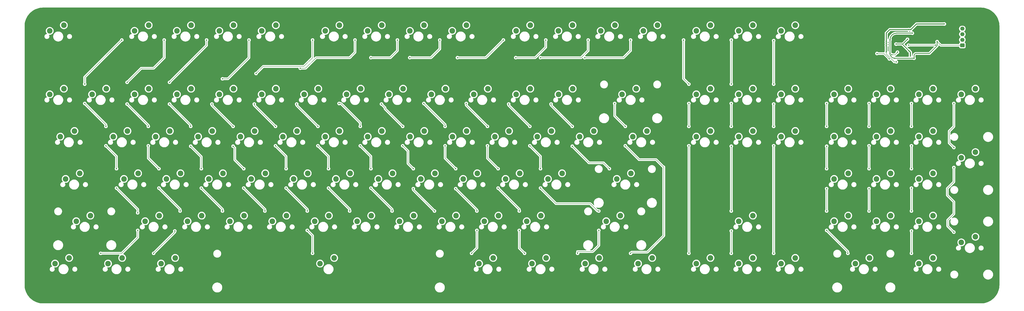
<source format=gbr>
%TF.GenerationSoftware,KiCad,Pcbnew,8.0.5*%
%TF.CreationDate,2025-06-15T08:35:32-07:00*%
%TF.ProjectId,Full Keyboard,46756c6c-204b-4657-9962-6f6172642e6b,2.0.0*%
%TF.SameCoordinates,Original*%
%TF.FileFunction,Copper,L1,Top*%
%TF.FilePolarity,Positive*%
%FSLAX46Y46*%
G04 Gerber Fmt 4.6, Leading zero omitted, Abs format (unit mm)*
G04 Created by KiCad (PCBNEW 8.0.5) date 2025-06-15 08:35:32*
%MOMM*%
%LPD*%
G01*
G04 APERTURE LIST*
G04 Aperture macros list*
%AMRoundRect*
0 Rectangle with rounded corners*
0 $1 Rounding radius*
0 $2 $3 $4 $5 $6 $7 $8 $9 X,Y pos of 4 corners*
0 Add a 4 corners polygon primitive as box body*
4,1,4,$2,$3,$4,$5,$6,$7,$8,$9,$2,$3,0*
0 Add four circle primitives for the rounded corners*
1,1,$1+$1,$2,$3*
1,1,$1+$1,$4,$5*
1,1,$1+$1,$6,$7*
1,1,$1+$1,$8,$9*
0 Add four rect primitives between the rounded corners*
20,1,$1+$1,$2,$3,$4,$5,0*
20,1,$1+$1,$4,$5,$6,$7,0*
20,1,$1+$1,$6,$7,$8,$9,0*
20,1,$1+$1,$8,$9,$2,$3,0*%
G04 Aperture macros list end*
%TA.AperFunction,ComponentPad*%
%ADD10C,2.500000*%
%TD*%
%TA.AperFunction,ComponentPad*%
%ADD11RoundRect,0.250000X0.725000X-0.600000X0.725000X0.600000X-0.725000X0.600000X-0.725000X-0.600000X0*%
%TD*%
%TA.AperFunction,ComponentPad*%
%ADD12O,1.950000X1.700000*%
%TD*%
%TA.AperFunction,ViaPad*%
%ADD13C,0.600000*%
%TD*%
%TA.AperFunction,Conductor*%
%ADD14C,0.400000*%
%TD*%
%TA.AperFunction,Conductor*%
%ADD15C,0.200000*%
%TD*%
%TA.AperFunction,Conductor*%
%ADD16C,0.300000*%
%TD*%
G04 APERTURE END LIST*
D10*
%TO.P,}1,1,1*%
%TO.N,Col12*%
X347059946Y-274670029D03*
%TO.P,}1,2,2*%
%TO.N,Net-(D50-A)*%
X353409946Y-272130029D03*
%TD*%
%TO.P,{1,1,1*%
%TO.N,Col11*%
X328009946Y-274670029D03*
%TO.P,{1,2,2*%
%TO.N,Net-(D49-A)*%
X334359946Y-272130029D03*
%TD*%
%TO.P,\u005C1,1,1*%
%TO.N,Col13*%
X370872446Y-274670029D03*
%TO.P,\u005C1,2,2*%
%TO.N,Net-(D51-A)*%
X377222446Y-272130029D03*
%TD*%
%TO.P,Z1,1,1*%
%TO.N,Col1*%
X151797446Y-312770029D03*
%TO.P,Z1,2,2*%
%TO.N,Net-(D76-A)*%
X158147446Y-310230029D03*
%TD*%
%TO.P,Y1,1,1*%
%TO.N,Col6*%
X232759946Y-274670029D03*
%TO.P,Y1,2,2*%
%TO.N,Net-(D44-A)*%
X239109946Y-272130029D03*
%TD*%
%TO.P,X1,1,1*%
%TO.N,Col2*%
X170847446Y-312770029D03*
%TO.P,X1,2,2*%
%TO.N,Net-(D77-A)*%
X177197446Y-310230029D03*
%TD*%
%TO.P,W1,1,1*%
%TO.N,Col2*%
X156559946Y-274670029D03*
%TO.P,W1,2,2*%
%TO.N,Net-(D40-A)*%
X162909946Y-272130029D03*
%TD*%
%TO.P,V1,1,1*%
%TO.N,Col4*%
X208947446Y-312770029D03*
%TO.P,V1,2,2*%
%TO.N,Net-(D79-A)*%
X215297446Y-310230029D03*
%TD*%
%TO.P,UpArrow1,1,1*%
%TO.N,Col15*%
X418497446Y-312770029D03*
%TO.P,UpArrow1,2,2*%
%TO.N,Net-(D87-A)*%
X424847446Y-310230029D03*
%TD*%
%TO.P,U2,1,1*%
%TO.N,Col7*%
X251809946Y-274670029D03*
%TO.P,U2,2,2*%
%TO.N,Net-(D45-A)*%
X258159946Y-272130029D03*
%TD*%
%TO.P,Tilde1,1,1*%
%TO.N,Col0*%
X108934946Y-255620029D03*
%TO.P,Tilde1,2,2*%
%TO.N,Net-(D17-A)*%
X115284946Y-253080029D03*
%TD*%
%TO.P,Tab1,1,1*%
%TO.N,Col0*%
X113697446Y-274670029D03*
%TO.P,Tab1,2,2*%
%TO.N,Net-(D38-A)*%
X120047446Y-272130029D03*
%TD*%
%TO.P,T1,1,1*%
%TO.N,Col5*%
X213709946Y-274670029D03*
%TO.P,T1,2,2*%
%TO.N,Net-(D43-A)*%
X220059946Y-272130029D03*
%TD*%
%TO.P,Space1,1,1*%
%TO.N,Col5*%
X230378696Y-331820029D03*
%TO.P,Space1,2,2*%
%TO.N,Net-(D95-A)*%
X236728696Y-329280029D03*
%TD*%
%TO.P,Shift1,1,1*%
%TO.N,Col0*%
X120841196Y-312770029D03*
%TO.P,Shift1,2,2*%
%TO.N,Net-(D75-A)*%
X127191196Y-310230029D03*
%TD*%
%TO.P,ScrollLock1,1,1*%
%TO.N,Col15*%
X418497446Y-227045029D03*
%TO.P,ScrollLock1,2,2*%
%TO.N,Net-(D14-A)*%
X424847446Y-224505029D03*
%TD*%
%TO.P,S1,1,1*%
%TO.N,Col2*%
X161322446Y-293720029D03*
%TO.P,S1,2,2*%
%TO.N,Net-(D61-A)*%
X167672446Y-291180029D03*
%TD*%
%TO.P,RightWin1,1,1*%
%TO.N,Col10*%
X325628696Y-331820029D03*
%TO.P,RightWin1,2,2*%
%TO.N,Net-(D97-A)*%
X331978696Y-329280029D03*
%TD*%
%TO.P,RightShift1,1,1*%
%TO.N,Col11*%
X358966196Y-312770029D03*
%TO.P,RightShift1,2,2*%
%TO.N,Net-(D86-A)*%
X365316196Y-310230029D03*
%TD*%
%TO.P,RightControl1,1,1*%
%TO.N,Col13*%
X373253696Y-331820029D03*
%TO.P,RightControl1,2,2*%
%TO.N,Net-(D99-A)*%
X379603696Y-329280029D03*
%TD*%
%TO.P,RightArrow1,1,1*%
%TO.N,Col16*%
X437547446Y-331820029D03*
%TO.P,RightArrow1,2,2*%
%TO.N,Net-(D102-A)*%
X443897446Y-329280029D03*
%TD*%
%TO.P,RightAlt1,1,1*%
%TO.N,Col9*%
X301816196Y-331820029D03*
%TO.P,RightAlt1,2,2*%
%TO.N,Net-(D96-A)*%
X308166196Y-329280029D03*
%TD*%
%TO.P,R4,1,1*%
%TO.N,Col4*%
X194659946Y-274670029D03*
%TO.P,R4,2,2*%
%TO.N,Net-(D42-A)*%
X201009946Y-272130029D03*
%TD*%
%TO.P,Q1,1,1*%
%TO.N,Col1*%
X137509946Y-274670029D03*
%TO.P,Q1,2,2*%
%TO.N,Net-(D39-A)*%
X143859946Y-272130029D03*
%TD*%
%TO.P,PrtSc1,1,1*%
%TO.N,Col14*%
X399447446Y-227045029D03*
%TO.P,PrtSc1,2,2*%
%TO.N,Net-(D13-A)*%
X405797446Y-224505029D03*
%TD*%
%TO.P,PgUp1,1,1*%
%TO.N,Col16*%
X437547446Y-255620029D03*
%TO.P,PgUp1,2,2*%
%TO.N,Net-(D33-A)*%
X443897446Y-253080029D03*
%TD*%
%TO.P,PgDn1,1,1*%
%TO.N,Col16*%
X437547446Y-274670029D03*
%TO.P,PgDn1,2,2*%
%TO.N,Net-(D54-A)*%
X443897446Y-272130029D03*
%TD*%
%TO.P,PauseBreak1,1,1*%
%TO.N,Col16*%
X437547446Y-227045029D03*
%TO.P,PauseBreak1,2,2*%
%TO.N,Net-(D15-A)*%
X443897446Y-224505029D03*
%TD*%
%TO.P,P1,1,1*%
%TO.N,Col10*%
X308959946Y-274670029D03*
%TO.P,P1,2,2*%
%TO.N,Net-(D48-A)*%
X315309946Y-272130029D03*
%TD*%
%TO.P,O1,1,1*%
%TO.N,Col9*%
X289909946Y-274670029D03*
%TO.P,O1,2,2*%
%TO.N,Net-(D47-A)*%
X296259946Y-272130029D03*
%TD*%
%TO.P,NumLock1,1,1*%
%TO.N,Col17*%
X461359946Y-255620029D03*
%TO.P,NumLock1,2,2*%
%TO.N,Net-(D34-A)*%
X467709946Y-253080029D03*
%TD*%
%TO.P,NumEnter1,1,1*%
%TO.N,Col20*%
X518509946Y-322295029D03*
%TO.P,NumEnter1,2,2*%
%TO.N,Net-(D91-A)*%
X524859946Y-319755029D03*
%TD*%
%TO.P,Num9,1,1*%
%TO.N,Col19*%
X499459946Y-274670029D03*
%TO.P,Num9,2,2*%
%TO.N,Net-(D57-A)*%
X505809946Y-272130029D03*
%TD*%
%TO.P,Num8,1,1*%
%TO.N,Col18*%
X480409946Y-274670029D03*
%TO.P,Num8,2,2*%
%TO.N,Net-(D56-A)*%
X486759946Y-272130029D03*
%TD*%
%TO.P,Num7,1,1*%
%TO.N,Col17*%
X461359946Y-274670029D03*
%TO.P,Num7,2,2*%
%TO.N,Net-(D55-A)*%
X467709946Y-272130029D03*
%TD*%
%TO.P,Num6,1,1*%
%TO.N,Col19*%
X499459946Y-293720029D03*
%TO.P,Num6,2,2*%
%TO.N,Net-(D73-A)*%
X505809946Y-291180029D03*
%TD*%
%TO.P,Num5,1,1*%
%TO.N,Col18*%
X480409946Y-293720029D03*
%TO.P,Num5,2,2*%
%TO.N,Net-(D72-A)*%
X486759946Y-291180029D03*
%TD*%
%TO.P,Num4,1,1*%
%TO.N,Col17*%
X461359946Y-293720029D03*
%TO.P,Num4,2,2*%
%TO.N,Net-(D74-A)*%
X467709946Y-291180029D03*
%TD*%
%TO.P,Num3,1,1*%
%TO.N,Col19*%
X499459946Y-312770029D03*
%TO.P,Num3,2,2*%
%TO.N,Net-(D90-A)*%
X505809946Y-310230029D03*
%TD*%
%TO.P,Num2,1,1*%
%TO.N,Col18*%
X480409946Y-312770029D03*
%TO.P,Num2,2,2*%
%TO.N,Net-(D89-A)*%
X486759946Y-310230029D03*
%TD*%
%TO.P,Num1,1,1*%
%TO.N,Col17*%
X461359946Y-312770029D03*
%TO.P,Num1,2,2*%
%TO.N,Net-(D88-A)*%
X467709946Y-310230029D03*
%TD*%
%TO.P,Num0,1,1*%
%TO.N,Col17*%
X470884946Y-331820029D03*
%TO.P,Num0,2,2*%
%TO.N,Net-(D103-A)*%
X477234946Y-329280029D03*
%TD*%
%TO.P,Num/1,1,1*%
%TO.N,Col18*%
X480409946Y-255620029D03*
%TO.P,Num/1,2,2*%
%TO.N,Net-(D35-A)*%
X486759946Y-253080029D03*
%TD*%
%TO.P,Num.1,1,1*%
%TO.N,Col19*%
X499459946Y-331820029D03*
%TO.P,Num.1,2,2*%
%TO.N,Net-(D104-A)*%
X505809946Y-329280029D03*
%TD*%
%TO.P,Num-1,1,1*%
%TO.N,Col20*%
X518509946Y-255620029D03*
%TO.P,Num-1,2,2*%
%TO.N,Net-(D37-A)*%
X524859946Y-253080029D03*
%TD*%
%TO.P,Num+1,1,1*%
%TO.N,Col20*%
X518509946Y-284195029D03*
%TO.P,Num+1,2,2*%
%TO.N,Net-(D58-A)*%
X524859946Y-281655029D03*
%TD*%
%TO.P,Num\u002A1,1,1*%
%TO.N,Col19*%
X499459946Y-255620029D03*
%TO.P,Num\u002A1,2,2*%
%TO.N,Net-(D36-A)*%
X505809946Y-253080029D03*
%TD*%
%TO.P,N1,1,1*%
%TO.N,Col6*%
X247047446Y-312770029D03*
%TO.P,N1,2,2*%
%TO.N,Net-(D81-A)*%
X253397446Y-310230029D03*
%TD*%
%TO.P,Menu1,1,1*%
%TO.N,Col11*%
X349441196Y-331820029D03*
%TO.P,Menu1,2,2*%
%TO.N,Net-(D98-A)*%
X355791196Y-329280029D03*
%TD*%
%TO.P,M1,1,1*%
%TO.N,Col7*%
X266097446Y-312770029D03*
%TO.P,M1,2,2*%
%TO.N,Net-(D82-A)*%
X272447446Y-310230029D03*
%TD*%
%TO.P,LeftWin1,1,1*%
%TO.N,Col1*%
X135128696Y-331820029D03*
%TO.P,LeftWin1,2,2*%
%TO.N,Net-(D93-A)*%
X141478696Y-329280029D03*
%TD*%
%TO.P,LeftControl1,1,1*%
%TO.N,Col0*%
X111316196Y-331820029D03*
%TO.P,LeftControl1,2,2*%
%TO.N,Net-(D92-A)*%
X117666196Y-329280029D03*
%TD*%
%TO.P,LeftArrow1,1,1*%
%TO.N,Col14*%
X399447446Y-331820029D03*
%TO.P,LeftArrow1,2,2*%
%TO.N,Net-(D100-A)*%
X405797446Y-329280029D03*
%TD*%
%TO.P,LeftAlt1,1,1*%
%TO.N,Col2*%
X158941196Y-331820029D03*
%TO.P,LeftAlt1,2,2*%
%TO.N,Net-(D94-A)*%
X165291196Y-329280029D03*
%TD*%
%TO.P,L1,1,1*%
%TO.N,Col9*%
X294672446Y-293720029D03*
%TO.P,L1,2,2*%
%TO.N,Net-(D68-A)*%
X301022446Y-291180029D03*
%TD*%
%TO.P,K1,1,1*%
%TO.N,Col8*%
X275622446Y-293720029D03*
%TO.P,K1,2,2*%
%TO.N,Net-(D67-A)*%
X281972446Y-291180029D03*
%TD*%
%TO.P,J2,1,1*%
%TO.N,Col7*%
X256572446Y-293720029D03*
%TO.P,J2,2,2*%
%TO.N,Net-(D66-A)*%
X262922446Y-291180029D03*
%TD*%
%TO.P,Insert1,1,1*%
%TO.N,Col14*%
X399447446Y-255620029D03*
%TO.P,Insert1,2,2*%
%TO.N,Net-(D31-A)*%
X405797446Y-253080029D03*
%TD*%
%TO.P,I1,1,1*%
%TO.N,Col8*%
X270859946Y-274670029D03*
%TO.P,I1,2,2*%
%TO.N,Net-(D46-A)*%
X277209946Y-272130029D03*
%TD*%
%TO.P,Home1,1,1*%
%TO.N,Col15*%
X418497446Y-255620029D03*
%TO.P,Home1,2,2*%
%TO.N,Net-(D32-A)*%
X424847446Y-253080029D03*
%TD*%
%TO.P,H1,1,1*%
%TO.N,Col6*%
X237522446Y-293720029D03*
%TO.P,H1,2,2*%
%TO.N,Net-(D65-A)*%
X243872446Y-291180029D03*
%TD*%
%TO.P,G1,1,1*%
%TO.N,Col5*%
X218472446Y-293720029D03*
%TO.P,G1,2,2*%
%TO.N,Net-(D64-A)*%
X224822446Y-291180029D03*
%TD*%
%TO.P,Func1,1,1*%
%TO.N,Col1*%
X147034946Y-227045029D03*
%TO.P,Func1,2,2*%
%TO.N,Net-(D2-A)*%
X153384946Y-224505029D03*
%TD*%
%TO.P,F13,1,1*%
%TO.N,Col4*%
X199422446Y-293720029D03*
%TO.P,F13,2,2*%
%TO.N,Net-(D63-A)*%
X205772446Y-291180029D03*
%TD*%
%TO.P,F12,1,1*%
%TO.N,Col12*%
X375614946Y-227045029D03*
%TO.P,F12,2,2*%
%TO.N,Net-(D16-A)*%
X381964946Y-224505029D03*
%TD*%
%TO.P,F11,1,1*%
%TO.N,Col11*%
X356484946Y-227045029D03*
%TO.P,F11,2,2*%
%TO.N,Net-(D12-A)*%
X362834946Y-224505029D03*
%TD*%
%TO.P,F10,1,1*%
%TO.N,Col10*%
X337484946Y-227045029D03*
%TO.P,F10,2,2*%
%TO.N,Net-(D11-A)*%
X343834946Y-224505029D03*
%TD*%
%TO.P,F9,1,1*%
%TO.N,Col9*%
X318484946Y-227045029D03*
%TO.P,F9,2,2*%
%TO.N,Net-(D10-A)*%
X324834946Y-224505029D03*
%TD*%
%TO.P,F8,1,1*%
%TO.N,Col8*%
X289759946Y-227045029D03*
%TO.P,F8,2,2*%
%TO.N,Net-(D9-A)*%
X296109946Y-224505029D03*
%TD*%
%TO.P,F7,1,1*%
%TO.N,Col7*%
X270759946Y-227045029D03*
%TO.P,F7,2,2*%
%TO.N,Net-(D8-A)*%
X277109946Y-224505029D03*
%TD*%
%TO.P,F6,1,1*%
%TO.N,Col6*%
X251759946Y-227045029D03*
%TO.P,F6,2,2*%
%TO.N,Net-(D7-A)*%
X258109946Y-224505029D03*
%TD*%
%TO.P,F5,1,1*%
%TO.N,Col5*%
X232759946Y-227045029D03*
%TO.P,F5,2,2*%
%TO.N,Net-(D6-A)*%
X239109946Y-224505029D03*
%TD*%
%TO.P,F4,1,1*%
%TO.N,Col4*%
X204184946Y-227045029D03*
%TO.P,F4,2,2*%
%TO.N,Net-(D5-A)*%
X210534946Y-224505029D03*
%TD*%
%TO.P,F3,1,1*%
%TO.N,Col3*%
X185134946Y-227045029D03*
%TO.P,F3,2,2*%
%TO.N,Net-(D4-A)*%
X191484946Y-224505029D03*
%TD*%
%TO.P,F2,1,1*%
%TO.N,Col2*%
X166084946Y-227045029D03*
%TO.P,F2,2,2*%
%TO.N,Net-(D3-A)*%
X172434946Y-224505029D03*
%TD*%
%TO.P,ESC1,1,1*%
%TO.N,Col0*%
X108934946Y-227045029D03*
%TO.P,ESC1,2,2*%
%TO.N,Net-(D1-A)*%
X115284946Y-224505029D03*
%TD*%
%TO.P,Enter1,1,1*%
%TO.N,Col12*%
X363728696Y-293720029D03*
%TO.P,Enter1,2,2*%
%TO.N,Net-(D71-A)*%
X370078696Y-291180029D03*
%TD*%
%TO.P,End1,1,1*%
%TO.N,Col15*%
X418497446Y-274670029D03*
%TO.P,End1,2,2*%
%TO.N,Net-(D53-A)*%
X424847446Y-272130029D03*
%TD*%
%TO.P,E1,1,1*%
%TO.N,Col3*%
X175609946Y-274670029D03*
%TO.P,E1,2,2*%
%TO.N,Net-(D41-A)*%
X181959946Y-272130029D03*
%TD*%
%TO.P,DownArrow1,1,1*%
%TO.N,Col15*%
X418497446Y-331820029D03*
%TO.P,DownArrow1,2,2*%
%TO.N,Net-(D101-A)*%
X424847446Y-329280029D03*
%TD*%
%TO.P,Delete1,1,1*%
%TO.N,Col14*%
X399447446Y-274670029D03*
%TO.P,Delete1,2,2*%
%TO.N,Net-(D52-A)*%
X405797446Y-272130029D03*
%TD*%
%TO.P,D105,1,1*%
%TO.N,Col3*%
X180372446Y-293720029D03*
%TO.P,D105,2,2*%
%TO.N,Net-(D62-A)*%
X186722446Y-291180029D03*
%TD*%
%TO.P,CapsLock1,1,1*%
%TO.N,Col0*%
X116078696Y-293720029D03*
%TO.P,CapsLock1,2,2*%
%TO.N,Net-(D59-A)*%
X122428696Y-291180029D03*
%TD*%
%TO.P,C1,1,1*%
%TO.N,Col3*%
X189897446Y-312770029D03*
%TO.P,C1,2,2*%
%TO.N,Net-(D78-A)*%
X196247446Y-310230029D03*
%TD*%
%TO.P,Backspace1,1,1*%
%TO.N,Col13*%
X366109946Y-255620029D03*
%TO.P,Backspace1,2,2*%
%TO.N,Net-(D30-A)*%
X372459946Y-253080029D03*
%TD*%
%TO.P,B1,1,1*%
%TO.N,Col5*%
X227997446Y-312770029D03*
%TO.P,B1,2,2*%
%TO.N,Net-(D80-A)*%
X234347446Y-310230029D03*
%TD*%
%TO.P,A1,1,1*%
%TO.N,Col1*%
X142272446Y-293720029D03*
%TO.P,A1,2,2*%
%TO.N,Net-(D60-A)*%
X148622446Y-291180029D03*
%TD*%
%TO.P,>1,1,1*%
%TO.N,Col9*%
X304197446Y-312770029D03*
%TO.P,>1,2,2*%
%TO.N,Net-(D84-A)*%
X310547446Y-310230029D03*
%TD*%
%TO.P,<1,1,1*%
%TO.N,Col8*%
X285147446Y-312770029D03*
%TO.P,<1,2,2*%
%TO.N,Net-(D83-A)*%
X291497446Y-310230029D03*
%TD*%
%TO.P,;1,1,1*%
%TO.N,Col10*%
X313722446Y-293720029D03*
%TO.P,;1,2,2*%
%TO.N,Net-(D69-A)*%
X320072446Y-291180029D03*
%TD*%
%TO.P,"?"1,1,1*%
%TO.N,Col10*%
X323247446Y-312770029D03*
%TO.P,"?"1,2,2*%
%TO.N,Net-(D85-A)*%
X329597446Y-310230029D03*
%TD*%
%TO.P,"="1,1,1*%
%TO.N,Col12*%
X337534946Y-255620029D03*
%TO.P,"="1,2,2*%
%TO.N,Net-(D29-A)*%
X343884946Y-253080029D03*
%TD*%
%TO.P,"9"1,1,1*%
%TO.N,Col9*%
X280384946Y-255620029D03*
%TO.P,"9"1,2,2*%
%TO.N,Net-(D26-A)*%
X286734946Y-253080029D03*
%TD*%
%TO.P,"8"1,1,1*%
%TO.N,Col8*%
X261334946Y-255620029D03*
%TO.P,"8"1,2,2*%
%TO.N,Net-(D25-A)*%
X267684946Y-253080029D03*
%TD*%
%TO.P,"7"1,1,1*%
%TO.N,Col7*%
X242284946Y-255620029D03*
%TO.P,"7"1,2,2*%
%TO.N,Net-(D24-A)*%
X248634946Y-253080029D03*
%TD*%
%TO.P,"6"1,1,1*%
%TO.N,Col6*%
X223234946Y-255620029D03*
%TO.P,"6"1,2,2*%
%TO.N,Net-(D23-A)*%
X229584946Y-253080029D03*
%TD*%
%TO.P,"5"1,1,1*%
%TO.N,Col5*%
X204184946Y-255620029D03*
%TO.P,"5"1,2,2*%
%TO.N,Net-(D22-A)*%
X210534946Y-253080029D03*
%TD*%
%TO.P,"4"1,1,1*%
%TO.N,Col4*%
X185134946Y-255620029D03*
%TO.P,"4"1,2,2*%
%TO.N,Net-(D21-A)*%
X191484946Y-253080029D03*
%TD*%
%TO.P,"3"1,1,1*%
%TO.N,Col3*%
X166084946Y-255620029D03*
%TO.P,"3"1,2,2*%
%TO.N,Net-(D20-A)*%
X172434946Y-253080029D03*
%TD*%
%TO.P,"2"1,1,1*%
%TO.N,Col2*%
X147034946Y-255620029D03*
%TO.P,"2"1,2,2*%
%TO.N,Net-(D19-A)*%
X153384946Y-253080029D03*
%TD*%
%TO.P,"1"1,1,1*%
%TO.N,Col1*%
X127984946Y-255620029D03*
%TO.P,"1"1,2,2*%
%TO.N,Net-(D18-A)*%
X134334946Y-253080029D03*
%TD*%
%TO.P,"1,1,1*%
%TO.N,Col11*%
X332772446Y-293720029D03*
%TO.P,"1,2,2*%
%TO.N,Net-(D70-A)*%
X339122446Y-291180029D03*
%TD*%
%TO.P,"0"1,1,1*%
%TO.N,Col10*%
X299434946Y-255620029D03*
%TO.P,"0"1,2,2*%
%TO.N,Net-(D27-A)*%
X305784946Y-253080029D03*
%TD*%
%TO.P,"-"1,1,1*%
%TO.N,Col11*%
X318484946Y-255620029D03*
%TO.P,"-"1,2,2*%
%TO.N,Net-(D28-A)*%
X324834946Y-253080029D03*
%TD*%
D11*
%TO.P,J3,1,Pin_1*%
%TO.N,+3.3V*%
X518969946Y-233560029D03*
D12*
%TO.P,J3,2,Pin_2*%
%TO.N,MCU_D+*%
X518969946Y-231060029D03*
%TO.P,J3,3,Pin_3*%
%TO.N,MCU_D-*%
X518969946Y-228560029D03*
%TO.P,J3,4,Pin_4*%
%TO.N,GND*%
X518969946Y-226060029D03*
%TD*%
D13*
%TO.N,GND*%
X495802452Y-226452529D03*
X495632442Y-238390031D03*
X484787446Y-232735028D03*
X487197408Y-237784037D03*
X489819946Y-236635029D03*
X494969946Y-235985029D03*
X489169946Y-232985029D03*
X494319946Y-230835029D03*
X484787444Y-231752530D03*
X495632443Y-237407530D03*
X484787446Y-236485032D03*
X489319946Y-241017529D03*
X510889954Y-223940031D03*
X484787446Y-233735028D03*
X494819948Y-226452528D03*
%TO.N,+3.3V*%
X486427444Y-237195029D03*
X488609946Y-239377529D03*
X507632449Y-231872534D03*
X497272444Y-239377529D03*
X486427445Y-231042529D03*
X496512449Y-228092521D03*
%TO.N,Col20*%
X515150246Y-259745029D03*
X515150246Y-288574529D03*
X515150246Y-317685129D03*
X515150246Y-279587529D03*
%TO.N,Col1*%
X148460846Y-308954429D03*
X124649846Y-259745029D03*
X134174246Y-278793829D03*
X134174246Y-270063129D03*
X131793146Y-327209529D03*
X124649846Y-251014329D03*
X148460846Y-316891429D03*
X138936446Y-297842629D03*
X141317546Y-231171829D03*
X138936446Y-289111929D03*
%TO.N,Col13*%
X369903146Y-327209529D03*
X367522046Y-270063129D03*
X367522046Y-278793829D03*
X362759846Y-259745029D03*
%TO.N,Col2*%
X143698646Y-250220629D03*
X153223046Y-270063129D03*
X157985246Y-289111929D03*
X165128546Y-317147729D03*
X143698646Y-260001329D03*
X155604146Y-327209529D03*
X153223046Y-278793829D03*
X157985246Y-297842629D03*
X167509646Y-308160729D03*
X160366346Y-231171829D03*
%TO.N,Col8*%
X272278046Y-298098929D03*
X257991446Y-260001329D03*
X272278046Y-289111929D03*
X284183546Y-231171829D03*
X267515846Y-278793829D03*
X281802446Y-308160729D03*
X270690646Y-239108829D03*
X267515846Y-270063129D03*
%TO.N,Col10*%
X310375646Y-297842629D03*
X310375646Y-289111929D03*
X296089046Y-259745029D03*
X319900046Y-308160729D03*
X318312646Y-239108829D03*
X322281146Y-327209529D03*
X331805546Y-231171829D03*
X319900046Y-316891429D03*
X305613446Y-270063129D03*
X305613446Y-278793829D03*
%TO.N,Col11*%
X486169946Y-239660029D03*
X329424446Y-289111929D03*
X480619139Y-237259222D03*
X350854346Y-231171829D03*
X315137846Y-260001329D03*
X346092146Y-327209529D03*
X355616546Y-308160729D03*
X329424446Y-297842629D03*
X324662246Y-270063129D03*
X355616546Y-316891429D03*
X329424446Y-239108829D03*
X324662246Y-278793829D03*
%TO.N,Col9*%
X300851246Y-308160729D03*
X291326846Y-298098929D03*
X286564646Y-278793829D03*
X286564646Y-270063129D03*
X298470146Y-327209529D03*
X277040246Y-259745029D03*
X300851246Y-316891429D03*
X312756746Y-231171829D03*
X291326846Y-289111929D03*
X292120546Y-239108829D03*
%TO.N,Col6*%
X243704846Y-308160729D03*
X219893846Y-260001329D03*
X221481246Y-243871029D03*
X229418246Y-270063129D03*
X234180446Y-289111929D03*
X246085946Y-231171829D03*
X234180446Y-297842629D03*
X229418246Y-278793829D03*
%TO.N,Col3*%
X177034046Y-297842629D03*
X186558446Y-308160729D03*
X162747446Y-260001329D03*
X172271846Y-270063129D03*
X162747446Y-250220629D03*
X172271846Y-278987529D03*
X179415146Y-231171829D03*
X177034046Y-289111929D03*
%TO.N,/BOOT0*%
X506982449Y-233485029D03*
X494732446Y-233485029D03*
%TO.N,Col19*%
X496101446Y-270063129D03*
X496101446Y-259745029D03*
X496101446Y-308160729D03*
X496101446Y-297842629D03*
X496101446Y-317147729D03*
X496101446Y-278793829D03*
X496101446Y-289111929D03*
X496101446Y-327209529D03*
%TO.N,Col12*%
X334186646Y-260001329D03*
X369903146Y-231171829D03*
X343711046Y-270063129D03*
X343711046Y-278987529D03*
X360378746Y-289111929D03*
X349266946Y-239108829D03*
%TO.N,Col16*%
X434192846Y-327209529D03*
X434192846Y-260001329D03*
X434192846Y-231428129D03*
X434192846Y-251014329D03*
X434192846Y-278793829D03*
X434192846Y-270063129D03*
%TO.N,Col4*%
X196082846Y-289111929D03*
X191320646Y-278987529D03*
X205607246Y-308160729D03*
X198463946Y-231171829D03*
X186558446Y-248633229D03*
X191320646Y-270063129D03*
X196082846Y-297842629D03*
X181796246Y-260001329D03*
%TO.N,Col14*%
X393714146Y-231171829D03*
X396095246Y-251014329D03*
X396095246Y-278793829D03*
X396095246Y-270063129D03*
X396095246Y-327209529D03*
X396095246Y-259745029D03*
%TO.N,Col17*%
X458003846Y-308160729D03*
X458003846Y-289111929D03*
X458003846Y-298098929D03*
X458003846Y-316891429D03*
X458003846Y-270063129D03*
X458003846Y-278987529D03*
X467528246Y-327209529D03*
X458003846Y-259745029D03*
%TO.N,Col7*%
X262753646Y-308160729D03*
X238942646Y-259745029D03*
X253229246Y-239108829D03*
X265134746Y-231171829D03*
X248467046Y-278793829D03*
X253229246Y-297842629D03*
X248467046Y-270063129D03*
X253229246Y-289111929D03*
%TO.N,Col18*%
X477052646Y-289111929D03*
X477052646Y-270063129D03*
X477052646Y-308160729D03*
X477052646Y-298098929D03*
X477052646Y-278793829D03*
X477052646Y-259745029D03*
%TO.N,Col5*%
X200845046Y-260001329D03*
X227037146Y-327209529D03*
X210369446Y-270063129D03*
X215131646Y-297842629D03*
X215131646Y-289111929D03*
X224656046Y-308160729D03*
X210369446Y-278793829D03*
X224656046Y-316891429D03*
X201638746Y-246252129D03*
X227037146Y-231171829D03*
%TO.N,Col15*%
X415144046Y-270063129D03*
X415144046Y-259745029D03*
X415144046Y-317147729D03*
X415144046Y-251014329D03*
X415144046Y-231171829D03*
X415144046Y-327209529D03*
X415144046Y-278987529D03*
X415144046Y-308160729D03*
%TD*%
D14*
%TO.N,GND*%
X484787444Y-233735026D02*
X484787446Y-233735028D01*
D15*
X489819946Y-236710029D02*
X489819946Y-236635029D01*
D14*
X498314950Y-223940031D02*
X495802452Y-226452529D01*
X484787444Y-231752530D02*
X484787444Y-227992531D01*
X486327447Y-226452528D02*
X494819948Y-226452528D01*
D15*
X488375975Y-241017529D02*
X489319946Y-241017529D01*
D14*
X495632443Y-236647526D02*
X494969946Y-235985029D01*
X495632442Y-238390031D02*
X495632442Y-237407531D01*
X495632443Y-237407530D02*
X495632443Y-236647526D01*
D16*
X491969946Y-232985029D02*
X489169946Y-232985029D01*
D14*
X510889954Y-223940031D02*
X498314950Y-223940031D01*
X484787444Y-231752530D02*
X484787444Y-233735026D01*
X494819949Y-226452529D02*
X494819948Y-226452528D01*
X495632442Y-237407531D02*
X495632443Y-237407530D01*
D15*
X484787446Y-237429000D02*
X488375975Y-241017529D01*
D16*
X492169946Y-232985029D02*
X494319946Y-230835029D01*
D15*
X488745938Y-237784037D02*
X489819946Y-236710029D01*
X487197408Y-237784037D02*
X488745938Y-237784037D01*
D16*
X494969946Y-235985029D02*
X491969946Y-232985029D01*
D15*
X484787446Y-236485032D02*
X484787446Y-237429000D01*
D16*
X489169946Y-232985029D02*
X492169946Y-232985029D01*
D14*
X495802452Y-226452529D02*
X494819949Y-226452529D01*
X484787444Y-227992531D02*
X486327447Y-226452528D01*
X484787446Y-233735028D02*
X484787446Y-236485032D01*
D16*
%TO.N,+3.3V*%
X507632449Y-233754268D02*
X504167937Y-237218780D01*
X504167937Y-237218780D02*
X498191198Y-237218780D01*
X488609944Y-239377529D02*
X488609946Y-239377529D01*
X488609946Y-239377529D02*
X497272444Y-239377529D01*
X486427444Y-237195029D02*
X486427444Y-231042530D01*
X497272444Y-238137534D02*
X497272444Y-239377529D01*
D15*
X509319944Y-233560029D02*
X507632449Y-231872534D01*
D16*
X507632449Y-231872534D02*
X507632449Y-233754268D01*
D15*
X518969946Y-233560029D02*
X509319944Y-233560029D01*
D16*
X489377453Y-228092521D02*
X496512449Y-228092521D01*
X486427444Y-231042530D02*
X486427445Y-231042529D01*
X486427444Y-237195029D02*
G75*
G03*
X488609944Y-239377456I2182456J29D01*
G01*
X498191198Y-237218780D02*
G75*
G03*
X497272480Y-238137534I2J-918720D01*
G01*
X486427445Y-231042529D02*
G75*
G02*
X489377453Y-228092445I2950055J29D01*
G01*
D15*
%TO.N,Col20*%
X512419946Y-312190329D02*
X512419946Y-314954829D01*
X515150246Y-309460029D02*
X512419946Y-312190329D01*
X512219946Y-301060029D02*
X515150246Y-303990329D01*
X514222746Y-278660029D02*
X514219946Y-278660029D01*
X512219946Y-297990329D02*
X512219946Y-301060029D01*
X515150246Y-303990329D02*
X515150246Y-309460029D01*
X515150246Y-270129729D02*
X513019946Y-272260029D01*
X514222746Y-278660029D02*
X515150246Y-279587529D01*
X514219946Y-278660029D02*
X513019946Y-277460029D01*
X515150246Y-288574529D02*
X515150246Y-295060029D01*
X512419946Y-314954829D02*
X515150246Y-317685129D01*
X515150246Y-295060029D02*
X512219946Y-297990329D01*
X513019946Y-272260029D02*
X513019946Y-277460029D01*
X515150246Y-259745029D02*
X515150246Y-270129729D01*
%TO.N,Col1*%
X134174246Y-278793829D02*
X138936446Y-283556029D01*
X124649846Y-259745029D02*
X134174246Y-269269429D01*
X138938696Y-327216279D02*
X138931946Y-327209529D01*
X148460846Y-307367029D02*
X148460846Y-308954429D01*
X141317546Y-231171829D02*
X124649846Y-247839529D01*
X148460846Y-316891429D02*
X148460846Y-320075379D01*
X138936446Y-297842629D02*
X148460846Y-307367029D01*
X134174246Y-269269429D02*
X134174246Y-270063129D01*
X141319946Y-327216279D02*
X138938696Y-327216279D01*
X124649846Y-247839529D02*
X124649846Y-251014329D01*
X148460846Y-320075379D02*
X141319946Y-327216279D01*
X138936446Y-283556029D02*
X138936446Y-289111929D01*
X138931946Y-327209529D02*
X131793146Y-327209529D01*
%TO.N,Col13*%
X384819946Y-319260029D02*
X377419946Y-326660029D01*
X362759846Y-265300929D02*
X367522046Y-270063129D01*
X384819946Y-288260029D02*
X384819946Y-319260029D01*
X370452646Y-326660029D02*
X369903146Y-327209529D01*
X381419946Y-285060029D02*
X384619946Y-288260029D01*
X362759846Y-259745029D02*
X362759846Y-265300929D01*
X367522046Y-278793829D02*
X373788246Y-285060029D01*
X384619946Y-288260029D02*
X384819946Y-288260029D01*
X377419946Y-326660029D02*
X370452646Y-326660029D01*
X373788246Y-285060029D02*
X381419946Y-285060029D01*
%TO.N,Col2*%
X167509646Y-307367029D02*
X167509646Y-308160729D01*
X160366346Y-239108829D02*
X155604146Y-243871029D01*
X153223046Y-269525729D02*
X153223046Y-270063129D01*
X165128546Y-317685129D02*
X155604146Y-327209529D01*
X165128546Y-317147729D02*
X165128546Y-317685129D01*
X150048246Y-243871029D02*
X143698646Y-250220629D01*
X153223046Y-278793829D02*
X153223046Y-284349729D01*
X157985246Y-297842629D02*
X167509646Y-307367029D01*
X143698646Y-260001329D02*
X153223046Y-269525729D01*
X160366346Y-231171829D02*
X160366346Y-239108829D01*
X155604146Y-243871029D02*
X150048246Y-243871029D01*
X153223046Y-284349729D02*
X157985246Y-289111929D01*
%TO.N,Col8*%
X259578846Y-262126129D02*
X267515846Y-270063129D01*
X284183546Y-235140329D02*
X280215046Y-239108829D01*
X284183546Y-231171829D02*
X284183546Y-235140329D01*
X259578846Y-261588729D02*
X259578846Y-262126129D01*
X272278046Y-298098929D02*
X272278046Y-298636329D01*
X269896946Y-286730829D02*
X272278046Y-289111929D01*
X272278046Y-298636329D02*
X281802446Y-308160729D01*
X267515846Y-278793829D02*
X269896946Y-281174929D01*
X257991446Y-260001329D02*
X259578846Y-261588729D01*
X280215046Y-239108829D02*
X270690646Y-239108829D01*
X269896946Y-281174929D02*
X269896946Y-286730829D01*
%TO.N,Col10*%
X296089046Y-259745029D02*
X296089046Y-260538729D01*
X331805546Y-234346629D02*
X327043346Y-239108829D01*
X305613446Y-278793829D02*
X305613446Y-284349729D01*
X327043346Y-239108829D02*
X318312646Y-239108829D01*
X319900046Y-316891429D02*
X319900046Y-324828429D01*
X305613446Y-284349729D02*
X310375646Y-289111929D01*
X296089046Y-260538729D02*
X305613446Y-270063129D01*
X319900046Y-307367029D02*
X319900046Y-308160729D01*
X319900046Y-324828429D02*
X322281146Y-327209529D01*
X310375646Y-297842629D02*
X319900046Y-307367029D01*
X331805546Y-231171829D02*
X331805546Y-234346629D01*
%TO.N,Col11*%
X350854346Y-231171829D02*
X350854346Y-235934029D01*
X347679546Y-239108829D02*
X329424446Y-239108829D01*
X315137846Y-260001329D02*
X315137846Y-260538729D01*
X352864146Y-326415829D02*
X355616546Y-323663429D01*
X480619139Y-237259222D02*
X483769139Y-237259222D01*
X329424446Y-297842629D02*
X336441846Y-304860029D01*
X324662246Y-278793829D02*
X329424446Y-283556029D01*
X346092146Y-326415829D02*
X352864146Y-326415829D01*
X350854346Y-235934029D02*
X347679546Y-239108829D01*
X329424446Y-283556029D02*
X329424446Y-289111929D01*
X336441846Y-304860029D02*
X351819946Y-304860029D01*
X355120646Y-308160729D02*
X355616546Y-308160729D01*
X483769139Y-237259222D02*
X486169946Y-239660029D01*
X355616546Y-323663429D02*
X355616546Y-316891429D01*
X346092146Y-327209529D02*
X346092146Y-326415829D01*
X315137846Y-260538729D02*
X324662246Y-270063129D01*
X351819946Y-304860029D02*
X355120646Y-308160729D01*
%TO.N,Col9*%
X286564646Y-284349729D02*
X291326846Y-289111929D01*
X286564646Y-278793829D02*
X286564646Y-284349729D01*
X312756746Y-231171829D02*
X304819746Y-239108829D01*
X286564646Y-269269429D02*
X286564646Y-270063129D01*
X291326846Y-298098929D02*
X300851246Y-307623329D01*
X300851246Y-324828429D02*
X298470146Y-327209529D01*
X300851246Y-307623329D02*
X300851246Y-308160729D01*
X300851246Y-316891429D02*
X300851246Y-324828429D01*
X277040246Y-259745029D02*
X286564646Y-269269429D01*
X304819746Y-239108829D02*
X292120546Y-239108829D01*
%TO.N,Col6*%
X243704846Y-239108829D02*
X228624546Y-239108829D01*
X234180446Y-283556029D02*
X234180446Y-289111929D01*
X219893846Y-260001329D02*
X219893846Y-260538729D01*
X223862346Y-243871029D02*
X221481246Y-243871029D01*
X246085946Y-236727729D02*
X243704846Y-239108829D01*
X219893846Y-260538729D02*
X229418246Y-270063129D01*
X228624546Y-239108829D02*
X223862346Y-243871029D01*
X246085946Y-231171829D02*
X246085946Y-236727729D01*
X229418246Y-278793829D02*
X234180446Y-283556029D01*
X234180446Y-297842629D02*
X243704846Y-307367029D01*
X243704846Y-307367029D02*
X243704846Y-308160729D01*
%TO.N,Col3*%
X162747446Y-260001329D02*
X172271846Y-269525729D01*
X172271846Y-269525729D02*
X172271846Y-270063129D01*
X186558446Y-307367029D02*
X186558446Y-308160729D01*
X177034046Y-297842629D02*
X186558446Y-307367029D01*
X172271846Y-278987529D02*
X177034046Y-283749729D01*
X177034046Y-283749729D02*
X177034046Y-289111929D01*
X179415146Y-231171829D02*
X179415146Y-233552929D01*
X179415146Y-233552929D02*
X162747446Y-250220629D01*
%TO.N,/BOOT0*%
X506982449Y-233485029D02*
X494732446Y-233485029D01*
%TO.N,Col19*%
X496101446Y-297842629D02*
X496101446Y-308160729D01*
X496101446Y-278793829D02*
X496101446Y-289111929D01*
X496101446Y-259745029D02*
X496101446Y-270063129D01*
X496101446Y-317147729D02*
X496101446Y-327209529D01*
%TO.N,Col12*%
X369903146Y-231171829D02*
X369903146Y-235934029D01*
X334186646Y-260001329D02*
X334186646Y-260538729D01*
X334186646Y-260538729D02*
X343711046Y-270063129D01*
X351183546Y-286460029D02*
X343711046Y-278987529D01*
X369903146Y-235934029D02*
X366728346Y-239108829D01*
X360378746Y-289111929D02*
X357726846Y-286460029D01*
X357726846Y-286460029D02*
X351183546Y-286460029D01*
X366728346Y-239108829D02*
X349266946Y-239108829D01*
%TO.N,Col16*%
X434192846Y-231428129D02*
X434192846Y-251014329D01*
X434192846Y-260001329D02*
X434192846Y-270063129D01*
X434192846Y-278793829D02*
X434192846Y-327209529D01*
%TO.N,Col4*%
X198463946Y-239108829D02*
X188939546Y-248633229D01*
X192114346Y-279781229D02*
X192114346Y-285143429D01*
X188939546Y-248633229D02*
X186558446Y-248633229D01*
X192114346Y-285143429D02*
X196082846Y-289111929D01*
X181796246Y-260001329D02*
X181796246Y-260538729D01*
X196082846Y-297842629D02*
X205607246Y-307367029D01*
X205607246Y-307367029D02*
X205607246Y-308160729D01*
X181796246Y-260538729D02*
X191320646Y-270063129D01*
X191320646Y-278987529D02*
X192114346Y-279781229D01*
X198463946Y-231171829D02*
X198463946Y-239108829D01*
%TO.N,Col14*%
X396095246Y-259745029D02*
X396095246Y-270063129D01*
X396095246Y-278793829D02*
X396095246Y-327209529D01*
X393714146Y-248633229D02*
X396095246Y-251014329D01*
X393714146Y-231171829D02*
X393714146Y-248633229D01*
%TO.N,Col17*%
X458003846Y-316891429D02*
X467528246Y-326415829D01*
X458003846Y-278987529D02*
X458003846Y-289111929D01*
X467528246Y-326415829D02*
X467528246Y-327209529D01*
X458003846Y-298098929D02*
X458003846Y-308160729D01*
X458003846Y-259745029D02*
X458003846Y-270063129D01*
%TO.N,Col7*%
X253229246Y-283556029D02*
X253229246Y-289111929D01*
X253229246Y-297842629D02*
X262753646Y-307367029D01*
X239736346Y-259745029D02*
X248467046Y-268475729D01*
X261959946Y-239108829D02*
X253229246Y-239108829D01*
X262753646Y-307367029D02*
X262753646Y-308160729D01*
X265134746Y-235934029D02*
X261959946Y-239108829D01*
X248467046Y-278793829D02*
X253229246Y-283556029D01*
X265134746Y-231171829D02*
X265134746Y-235934029D01*
X238942646Y-259745029D02*
X239736346Y-259745029D01*
X248467046Y-268475729D02*
X248467046Y-270063129D01*
%TO.N,Col18*%
X477052646Y-278793829D02*
X477052646Y-289111929D01*
X477052646Y-298098929D02*
X477052646Y-308160729D01*
X477052646Y-259745029D02*
X477052646Y-270063129D01*
%TO.N,Col5*%
X227037146Y-239108829D02*
X223068646Y-243077329D01*
X223068646Y-243077329D02*
X204813546Y-243077329D01*
X215131646Y-283556029D02*
X215131646Y-289111929D01*
X204813546Y-243077329D02*
X201638746Y-246252129D01*
X224656046Y-307367029D02*
X224656046Y-308160729D01*
X224656046Y-316891429D02*
X227037146Y-319272529D01*
X210369446Y-278793829D02*
X215131646Y-283556029D01*
X227037146Y-231171829D02*
X227037146Y-239108829D01*
X200845046Y-260001329D02*
X200845046Y-260538729D01*
X200845046Y-260538729D02*
X210369446Y-270063129D01*
X227037146Y-319272529D02*
X227037146Y-327209529D01*
X215131646Y-297842629D02*
X224656046Y-307367029D01*
%TO.N,Col15*%
X415144046Y-259745029D02*
X415144046Y-270063129D01*
X415144046Y-231171829D02*
X415144046Y-251014329D01*
X415144046Y-317147729D02*
X415144046Y-327209529D01*
X415144046Y-278987529D02*
X415144046Y-308160729D01*
%TD*%
%TA.AperFunction,NonConductor*%
G36*
X527373352Y-216573821D02*
G01*
X527906786Y-216591287D01*
X527914870Y-216591817D01*
X528443993Y-216643933D01*
X528451996Y-216644987D01*
X528976608Y-216731603D01*
X528984522Y-216733177D01*
X529502348Y-216853920D01*
X529510153Y-216856012D01*
X530018942Y-217010355D01*
X530026591Y-217012951D01*
X530524202Y-217200242D01*
X530531695Y-217203345D01*
X531015983Y-217422777D01*
X531023235Y-217426353D01*
X531492142Y-217676992D01*
X531499161Y-217681045D01*
X531950649Y-217961803D01*
X531957396Y-217966311D01*
X532389566Y-218276004D01*
X532396003Y-218280944D01*
X532601488Y-218449583D01*
X532806984Y-218618231D01*
X532813075Y-218623574D01*
X533201119Y-218987023D01*
X533206857Y-218992760D01*
X533570300Y-219380810D01*
X533575650Y-219386911D01*
X533912930Y-219797892D01*
X533917870Y-219804330D01*
X534227546Y-220236491D01*
X534232053Y-220243237D01*
X534512813Y-220694742D01*
X534516871Y-220701770D01*
X534767486Y-221170647D01*
X534771075Y-221177924D01*
X534990498Y-221662211D01*
X534993603Y-221669708D01*
X535180878Y-222167298D01*
X535183486Y-222174982D01*
X535337815Y-222683753D01*
X535339915Y-222691591D01*
X535460638Y-223209367D01*
X535462221Y-223217325D01*
X535548823Y-223741892D01*
X535549882Y-223749937D01*
X535601989Y-224279037D01*
X535602520Y-224287134D01*
X535620007Y-224821456D01*
X535620073Y-224825512D01*
X535620073Y-224898457D01*
X535620074Y-224898470D01*
X535620074Y-341430334D01*
X535620073Y-341430352D01*
X535620073Y-341501798D01*
X535620007Y-341505854D01*
X535602549Y-342039282D01*
X535602018Y-342047379D01*
X535549910Y-342576479D01*
X535548851Y-342584524D01*
X535462249Y-343109091D01*
X535460666Y-343117050D01*
X535339940Y-343634833D01*
X535337840Y-343642668D01*
X535311381Y-343729895D01*
X535183510Y-344151440D01*
X535180902Y-344159123D01*
X534993621Y-344656727D01*
X534990515Y-344664224D01*
X534771102Y-345148486D01*
X534767514Y-345155763D01*
X534516891Y-345624654D01*
X534512833Y-345631682D01*
X534232070Y-346083191D01*
X534227562Y-346089938D01*
X533917888Y-346522094D01*
X533912949Y-346528531D01*
X533575666Y-346939516D01*
X533570316Y-346945617D01*
X533206872Y-347333667D01*
X533201134Y-347339405D01*
X532813087Y-347702854D01*
X532806986Y-347708204D01*
X532396014Y-348045484D01*
X532389577Y-348050423D01*
X531957406Y-348360117D01*
X531950659Y-348364626D01*
X531499170Y-348645384D01*
X531492142Y-348649441D01*
X531023253Y-348900069D01*
X531015976Y-348903658D01*
X530531703Y-349123082D01*
X530524207Y-349126187D01*
X530026611Y-349313472D01*
X530018927Y-349316080D01*
X529510171Y-349470412D01*
X529502333Y-349472513D01*
X528984544Y-349593247D01*
X528976586Y-349594830D01*
X528452017Y-349681439D01*
X528443972Y-349682498D01*
X527914872Y-349734612D01*
X527906775Y-349735143D01*
X527373928Y-349752589D01*
X527369870Y-349752655D01*
X105892126Y-349752655D01*
X105888069Y-349752589D01*
X105354642Y-349735125D01*
X105346545Y-349734594D01*
X104817447Y-349682482D01*
X104809401Y-349681423D01*
X104284837Y-349594815D01*
X104276879Y-349593232D01*
X103759104Y-349472503D01*
X103751267Y-349470403D01*
X103242479Y-349316063D01*
X103234795Y-349313454D01*
X102737224Y-349126180D01*
X102729727Y-349123075D01*
X102245450Y-348903651D01*
X102238172Y-348900062D01*
X101769285Y-348649434D01*
X101762258Y-348645377D01*
X101310762Y-348364617D01*
X101304016Y-348360109D01*
X100871859Y-348050429D01*
X100865421Y-348045489D01*
X100454443Y-347708206D01*
X100448342Y-347702856D01*
X100060288Y-347339401D01*
X100054551Y-347333663D01*
X99896709Y-347165137D01*
X99691108Y-346945617D01*
X99685782Y-346939545D01*
X99348468Y-346528523D01*
X99343553Y-346522118D01*
X99033859Y-346089938D01*
X99029352Y-346083192D01*
X98748599Y-345631702D01*
X98744542Y-345624675D01*
X98493918Y-345155786D01*
X98490329Y-345148508D01*
X98345756Y-344829427D01*
X98270903Y-344664221D01*
X98267809Y-344656753D01*
X98080526Y-344159151D01*
X98077920Y-344151473D01*
X98077910Y-344151440D01*
X97923579Y-343642671D01*
X97921488Y-343634868D01*
X97800752Y-343117050D01*
X97799180Y-343109148D01*
X97712566Y-342584524D01*
X97711514Y-342576534D01*
X97697863Y-342437929D01*
X181944296Y-342437929D01*
X181944296Y-342732128D01*
X181944297Y-342732145D01*
X181982697Y-343023825D01*
X182058848Y-343308023D01*
X182171430Y-343579823D01*
X182171438Y-343579839D01*
X182318536Y-343834618D01*
X182318547Y-343834634D01*
X182497644Y-344068038D01*
X182497650Y-344068045D01*
X182705679Y-344276074D01*
X182705685Y-344276079D01*
X182939099Y-344455184D01*
X182939106Y-344455188D01*
X183193885Y-344602286D01*
X183193901Y-344602294D01*
X183465701Y-344714876D01*
X183465703Y-344714876D01*
X183465709Y-344714879D01*
X183749896Y-344791027D01*
X184041590Y-344829429D01*
X184041597Y-344829429D01*
X184335795Y-344829429D01*
X184335802Y-344829429D01*
X184627496Y-344791027D01*
X184911683Y-344714879D01*
X184985014Y-344684504D01*
X185183490Y-344602294D01*
X185183493Y-344602292D01*
X185183499Y-344602290D01*
X185438293Y-344455184D01*
X185671707Y-344276079D01*
X185879746Y-344068040D01*
X186058851Y-343834626D01*
X186205957Y-343579832D01*
X186318546Y-343308016D01*
X186394694Y-343023829D01*
X186433096Y-342732135D01*
X186433096Y-342437929D01*
X281944296Y-342437929D01*
X281944296Y-342732128D01*
X281944297Y-342732145D01*
X281982697Y-343023825D01*
X282058848Y-343308023D01*
X282171430Y-343579823D01*
X282171438Y-343579839D01*
X282318536Y-343834618D01*
X282318547Y-343834634D01*
X282497644Y-344068038D01*
X282497650Y-344068045D01*
X282705679Y-344276074D01*
X282705685Y-344276079D01*
X282939099Y-344455184D01*
X282939106Y-344455188D01*
X283193885Y-344602286D01*
X283193901Y-344602294D01*
X283465701Y-344714876D01*
X283465703Y-344714876D01*
X283465709Y-344714879D01*
X283749896Y-344791027D01*
X284041590Y-344829429D01*
X284041597Y-344829429D01*
X284335795Y-344829429D01*
X284335802Y-344829429D01*
X284627496Y-344791027D01*
X284911683Y-344714879D01*
X284985014Y-344684504D01*
X285183490Y-344602294D01*
X285183493Y-344602292D01*
X285183499Y-344602290D01*
X285438293Y-344455184D01*
X285671707Y-344276079D01*
X285879746Y-344068040D01*
X286058851Y-343834626D01*
X286205957Y-343579832D01*
X286318546Y-343308016D01*
X286394694Y-343023829D01*
X286433096Y-342732135D01*
X286433096Y-342437929D01*
X460512546Y-342437929D01*
X460512546Y-342732128D01*
X460512547Y-342732145D01*
X460550947Y-343023825D01*
X460627098Y-343308023D01*
X460739680Y-343579823D01*
X460739688Y-343579839D01*
X460886786Y-343834618D01*
X460886797Y-343834634D01*
X461065894Y-344068038D01*
X461065900Y-344068045D01*
X461273929Y-344276074D01*
X461273935Y-344276079D01*
X461507349Y-344455184D01*
X461507356Y-344455188D01*
X461762135Y-344602286D01*
X461762151Y-344602294D01*
X462033951Y-344714876D01*
X462033953Y-344714876D01*
X462033959Y-344714879D01*
X462318146Y-344791027D01*
X462609840Y-344829429D01*
X462609847Y-344829429D01*
X462904045Y-344829429D01*
X462904052Y-344829429D01*
X463195746Y-344791027D01*
X463479933Y-344714879D01*
X463553264Y-344684504D01*
X463751740Y-344602294D01*
X463751743Y-344602292D01*
X463751749Y-344602290D01*
X464006543Y-344455184D01*
X464239957Y-344276079D01*
X464447996Y-344068040D01*
X464627101Y-343834626D01*
X464774207Y-343579832D01*
X464886796Y-343308016D01*
X464962944Y-343023829D01*
X465001346Y-342732135D01*
X465001346Y-342437929D01*
X484388546Y-342437929D01*
X484388546Y-342732128D01*
X484388547Y-342732145D01*
X484426947Y-343023825D01*
X484503098Y-343308023D01*
X484615680Y-343579823D01*
X484615688Y-343579839D01*
X484762786Y-343834618D01*
X484762797Y-343834634D01*
X484941894Y-344068038D01*
X484941900Y-344068045D01*
X485149929Y-344276074D01*
X485149935Y-344276079D01*
X485383349Y-344455184D01*
X485383356Y-344455188D01*
X485638135Y-344602286D01*
X485638151Y-344602294D01*
X485909951Y-344714876D01*
X485909953Y-344714876D01*
X485909959Y-344714879D01*
X486194146Y-344791027D01*
X486485840Y-344829429D01*
X486485847Y-344829429D01*
X486780045Y-344829429D01*
X486780052Y-344829429D01*
X487071746Y-344791027D01*
X487355933Y-344714879D01*
X487429264Y-344684504D01*
X487627740Y-344602294D01*
X487627743Y-344602292D01*
X487627749Y-344602290D01*
X487882543Y-344455184D01*
X488115957Y-344276079D01*
X488323996Y-344068040D01*
X488503101Y-343834626D01*
X488650207Y-343579832D01*
X488762796Y-343308016D01*
X488838944Y-343023829D01*
X488877346Y-342732135D01*
X488877346Y-342437923D01*
X488838944Y-342146229D01*
X488762796Y-341862042D01*
X488734826Y-341794516D01*
X488650211Y-341590234D01*
X488650203Y-341590218D01*
X488503105Y-341335439D01*
X488503101Y-341335432D01*
X488323996Y-341102018D01*
X488323991Y-341102012D01*
X488115962Y-340893983D01*
X488115955Y-340893977D01*
X487882551Y-340714880D01*
X487882549Y-340714878D01*
X487882543Y-340714874D01*
X487882538Y-340714871D01*
X487882535Y-340714869D01*
X487627756Y-340567771D01*
X487627740Y-340567763D01*
X487355940Y-340455181D01*
X487071742Y-340379030D01*
X486780062Y-340340630D01*
X486780057Y-340340629D01*
X486780052Y-340340629D01*
X486485840Y-340340629D01*
X486485834Y-340340629D01*
X486485829Y-340340630D01*
X486194149Y-340379030D01*
X485909951Y-340455181D01*
X485638151Y-340567763D01*
X485638135Y-340567771D01*
X485383356Y-340714869D01*
X485383340Y-340714880D01*
X485149936Y-340893977D01*
X485149929Y-340893983D01*
X484941900Y-341102012D01*
X484941894Y-341102019D01*
X484762797Y-341335423D01*
X484762786Y-341335439D01*
X484615688Y-341590218D01*
X484615680Y-341590234D01*
X484503098Y-341862034D01*
X484426947Y-342146232D01*
X484388547Y-342437912D01*
X484388546Y-342437929D01*
X465001346Y-342437929D01*
X465001346Y-342437923D01*
X464962944Y-342146229D01*
X464886796Y-341862042D01*
X464858826Y-341794516D01*
X464774211Y-341590234D01*
X464774203Y-341590218D01*
X464627105Y-341335439D01*
X464627101Y-341335432D01*
X464447996Y-341102018D01*
X464447991Y-341102012D01*
X464239962Y-340893983D01*
X464239955Y-340893977D01*
X464006551Y-340714880D01*
X464006549Y-340714878D01*
X464006543Y-340714874D01*
X464006538Y-340714871D01*
X464006535Y-340714869D01*
X463751756Y-340567771D01*
X463751740Y-340567763D01*
X463479940Y-340455181D01*
X463195742Y-340379030D01*
X462904062Y-340340630D01*
X462904057Y-340340629D01*
X462904052Y-340340629D01*
X462609840Y-340340629D01*
X462609834Y-340340629D01*
X462609829Y-340340630D01*
X462318149Y-340379030D01*
X462033951Y-340455181D01*
X461762151Y-340567763D01*
X461762135Y-340567771D01*
X461507356Y-340714869D01*
X461507340Y-340714880D01*
X461273936Y-340893977D01*
X461273929Y-340893983D01*
X461065900Y-341102012D01*
X461065894Y-341102019D01*
X460886797Y-341335423D01*
X460886786Y-341335439D01*
X460739688Y-341590218D01*
X460739680Y-341590234D01*
X460627098Y-341862034D01*
X460550947Y-342146232D01*
X460512547Y-342437912D01*
X460512546Y-342437929D01*
X286433096Y-342437929D01*
X286433096Y-342437923D01*
X286394694Y-342146229D01*
X286318546Y-341862042D01*
X286290576Y-341794516D01*
X286205961Y-341590234D01*
X286205953Y-341590218D01*
X286058855Y-341335439D01*
X286058851Y-341335432D01*
X285879746Y-341102018D01*
X285879741Y-341102012D01*
X285671712Y-340893983D01*
X285671705Y-340893977D01*
X285438301Y-340714880D01*
X285438299Y-340714878D01*
X285438293Y-340714874D01*
X285438288Y-340714871D01*
X285438285Y-340714869D01*
X285183506Y-340567771D01*
X285183490Y-340567763D01*
X284911690Y-340455181D01*
X284627492Y-340379030D01*
X284335812Y-340340630D01*
X284335807Y-340340629D01*
X284335802Y-340340629D01*
X284041590Y-340340629D01*
X284041584Y-340340629D01*
X284041579Y-340340630D01*
X283749899Y-340379030D01*
X283465701Y-340455181D01*
X283193901Y-340567763D01*
X283193885Y-340567771D01*
X282939106Y-340714869D01*
X282939090Y-340714880D01*
X282705686Y-340893977D01*
X282705679Y-340893983D01*
X282497650Y-341102012D01*
X282497644Y-341102019D01*
X282318547Y-341335423D01*
X282318536Y-341335439D01*
X282171438Y-341590218D01*
X282171430Y-341590234D01*
X282058848Y-341862034D01*
X281982697Y-342146232D01*
X281944297Y-342437912D01*
X281944296Y-342437929D01*
X186433096Y-342437929D01*
X186433096Y-342437923D01*
X186394694Y-342146229D01*
X186318546Y-341862042D01*
X186290576Y-341794516D01*
X186205961Y-341590234D01*
X186205953Y-341590218D01*
X186058855Y-341335439D01*
X186058851Y-341335432D01*
X185879746Y-341102018D01*
X185879741Y-341102012D01*
X185671712Y-340893983D01*
X185671705Y-340893977D01*
X185438301Y-340714880D01*
X185438299Y-340714878D01*
X185438293Y-340714874D01*
X185438288Y-340714871D01*
X185438285Y-340714869D01*
X185183506Y-340567771D01*
X185183490Y-340567763D01*
X184911690Y-340455181D01*
X184627492Y-340379030D01*
X184335812Y-340340630D01*
X184335807Y-340340629D01*
X184335802Y-340340629D01*
X184041590Y-340340629D01*
X184041584Y-340340629D01*
X184041579Y-340340630D01*
X183749899Y-340379030D01*
X183465701Y-340455181D01*
X183193901Y-340567763D01*
X183193885Y-340567771D01*
X182939106Y-340714869D01*
X182939090Y-340714880D01*
X182705686Y-340893977D01*
X182705679Y-340893983D01*
X182497650Y-341102012D01*
X182497644Y-341102019D01*
X182318547Y-341335423D01*
X182318536Y-341335439D01*
X182171438Y-341590218D01*
X182171430Y-341590234D01*
X182058848Y-341862034D01*
X181982697Y-342146232D01*
X181944297Y-342437912D01*
X181944296Y-342437929D01*
X97697863Y-342437929D01*
X97659401Y-342047399D01*
X97658871Y-342039311D01*
X97653069Y-341862042D01*
X97641392Y-341505324D01*
X97641327Y-341501290D01*
X97641327Y-336656714D01*
X513560446Y-336656714D01*
X513560446Y-336889343D01*
X513584061Y-337068709D01*
X513590809Y-337119959D01*
X513615426Y-337211829D01*
X513651014Y-337344649D01*
X513740029Y-337559550D01*
X513740034Y-337559561D01*
X513856333Y-337760995D01*
X513856344Y-337761011D01*
X513997942Y-337945546D01*
X513997948Y-337945553D01*
X514162421Y-338110026D01*
X514162427Y-338110031D01*
X514346972Y-338251637D01*
X514346979Y-338251641D01*
X514548413Y-338367940D01*
X514548418Y-338367942D01*
X514548421Y-338367944D01*
X514655874Y-338412452D01*
X514763325Y-338456960D01*
X514763326Y-338456960D01*
X514763328Y-338456961D01*
X514988016Y-338517166D01*
X515218639Y-338547529D01*
X515218646Y-338547529D01*
X515451246Y-338547529D01*
X515451253Y-338547529D01*
X515681876Y-338517166D01*
X515906564Y-338456961D01*
X516121471Y-338367944D01*
X516322920Y-338251637D01*
X516507465Y-338110031D01*
X516671948Y-337945548D01*
X516813554Y-337761003D01*
X516929861Y-337559554D01*
X517018878Y-337344647D01*
X517079083Y-337119959D01*
X517109446Y-336889336D01*
X517109446Y-336656722D01*
X517105392Y-336625929D01*
X528300546Y-336625929D01*
X528300546Y-336920128D01*
X528300547Y-336920145D01*
X528338947Y-337211825D01*
X528415098Y-337496023D01*
X528527680Y-337767823D01*
X528527688Y-337767839D01*
X528674786Y-338022618D01*
X528674797Y-338022634D01*
X528853894Y-338256038D01*
X528853900Y-338256045D01*
X529061929Y-338464074D01*
X529061935Y-338464079D01*
X529295349Y-338643184D01*
X529295356Y-338643188D01*
X529550135Y-338790286D01*
X529550151Y-338790294D01*
X529821951Y-338902876D01*
X529821953Y-338902876D01*
X529821959Y-338902879D01*
X530106146Y-338979027D01*
X530397840Y-339017429D01*
X530397847Y-339017429D01*
X530692045Y-339017429D01*
X530692052Y-339017429D01*
X530983746Y-338979027D01*
X531267933Y-338902879D01*
X531341264Y-338872504D01*
X531539740Y-338790294D01*
X531539743Y-338790292D01*
X531539749Y-338790290D01*
X531794543Y-338643184D01*
X532027957Y-338464079D01*
X532235996Y-338256040D01*
X532415101Y-338022626D01*
X532562207Y-337767832D01*
X532565033Y-337761011D01*
X532674793Y-337496023D01*
X532674792Y-337496023D01*
X532674796Y-337496016D01*
X532750944Y-337211829D01*
X532789346Y-336920135D01*
X532789346Y-336625923D01*
X532750944Y-336334229D01*
X532674796Y-336050042D01*
X532674793Y-336050034D01*
X532562211Y-335778234D01*
X532562203Y-335778218D01*
X532415105Y-335523439D01*
X532415101Y-335523432D01*
X532348031Y-335436025D01*
X532235997Y-335290019D01*
X532235991Y-335290012D01*
X532027962Y-335081983D01*
X532027955Y-335081977D01*
X531794551Y-334902880D01*
X531794549Y-334902878D01*
X531794543Y-334902874D01*
X531794538Y-334902871D01*
X531794535Y-334902869D01*
X531539756Y-334755771D01*
X531539740Y-334755763D01*
X531267940Y-334643181D01*
X531194807Y-334623585D01*
X530983746Y-334567031D01*
X530983745Y-334567030D01*
X530983742Y-334567030D01*
X530692062Y-334528630D01*
X530692057Y-334528629D01*
X530692052Y-334528629D01*
X530397840Y-334528629D01*
X530397834Y-334528629D01*
X530397829Y-334528630D01*
X530106149Y-334567030D01*
X529821951Y-334643181D01*
X529550151Y-334755763D01*
X529550135Y-334755771D01*
X529295356Y-334902869D01*
X529295340Y-334902880D01*
X529061936Y-335081977D01*
X529061929Y-335081983D01*
X528853900Y-335290012D01*
X528853894Y-335290019D01*
X528674797Y-335523423D01*
X528674786Y-335523439D01*
X528527688Y-335778218D01*
X528527680Y-335778234D01*
X528415098Y-336050034D01*
X528338947Y-336334232D01*
X528300547Y-336625912D01*
X528300546Y-336625929D01*
X517105392Y-336625929D01*
X517079083Y-336426099D01*
X517018878Y-336201411D01*
X516929861Y-335986504D01*
X516929859Y-335986501D01*
X516929857Y-335986496D01*
X516813558Y-335785062D01*
X516813554Y-335785055D01*
X516671948Y-335600510D01*
X516671943Y-335600504D01*
X516507470Y-335436031D01*
X516507463Y-335436025D01*
X516322928Y-335294427D01*
X516322926Y-335294425D01*
X516322920Y-335294421D01*
X516322915Y-335294418D01*
X516322912Y-335294416D01*
X516121478Y-335178117D01*
X516121467Y-335178112D01*
X515906566Y-335089097D01*
X515794220Y-335058994D01*
X515681876Y-335028892D01*
X515630626Y-335022144D01*
X515451260Y-334998529D01*
X515451253Y-334998529D01*
X515218639Y-334998529D01*
X515218631Y-334998529D01*
X515013640Y-335025518D01*
X514988016Y-335028892D01*
X514931844Y-335043943D01*
X514763325Y-335089097D01*
X514548424Y-335178112D01*
X514548413Y-335178117D01*
X514346979Y-335294416D01*
X514346963Y-335294427D01*
X514162428Y-335436025D01*
X514162421Y-335436031D01*
X513997948Y-335600504D01*
X513997942Y-335600511D01*
X513856344Y-335785046D01*
X513856333Y-335785062D01*
X513740034Y-335986496D01*
X513740029Y-335986507D01*
X513651014Y-336201408D01*
X513615425Y-336334232D01*
X513602419Y-336382772D01*
X513590809Y-336426100D01*
X513560446Y-336656714D01*
X97641327Y-336656714D01*
X97641327Y-334271450D01*
X108920696Y-334271450D01*
X108920696Y-334448607D01*
X108948410Y-334623585D01*
X109003152Y-334792068D01*
X109003153Y-334792071D01*
X109059611Y-334902874D01*
X109083582Y-334949919D01*
X109187713Y-335093243D01*
X109312982Y-335218512D01*
X109456306Y-335322643D01*
X109524773Y-335357529D01*
X109614153Y-335403071D01*
X109614156Y-335403072D01*
X109698397Y-335430443D01*
X109782641Y-335457815D01*
X109957617Y-335485529D01*
X109957618Y-335485529D01*
X110134774Y-335485529D01*
X110134775Y-335485529D01*
X110309751Y-335457815D01*
X110478238Y-335403071D01*
X110636086Y-335322643D01*
X110779410Y-335218512D01*
X110904679Y-335093243D01*
X111008810Y-334949919D01*
X111089238Y-334792071D01*
X111143982Y-334623584D01*
X111171696Y-334448608D01*
X111171696Y-334271450D01*
X111162361Y-334212515D01*
X112875696Y-334212515D01*
X112875696Y-334507542D01*
X112890974Y-334623584D01*
X112914203Y-334800022D01*
X112975528Y-335028892D01*
X112990557Y-335084980D01*
X112990560Y-335084990D01*
X113103450Y-335357529D01*
X113103454Y-335357539D01*
X113250957Y-335613022D01*
X113430548Y-335847069D01*
X113430554Y-335847076D01*
X113639148Y-336055670D01*
X113639155Y-336055676D01*
X113873202Y-336235267D01*
X114128685Y-336382770D01*
X114128686Y-336382770D01*
X114128689Y-336382772D01*
X114401244Y-336495668D01*
X114686203Y-336572022D01*
X114978690Y-336610529D01*
X114978697Y-336610529D01*
X115273695Y-336610529D01*
X115273702Y-336610529D01*
X115566189Y-336572022D01*
X115851148Y-336495668D01*
X116123703Y-336382772D01*
X116379190Y-336235267D01*
X116613238Y-336055675D01*
X116821842Y-335847071D01*
X117001434Y-335613023D01*
X117148939Y-335357536D01*
X117261835Y-335084981D01*
X117338189Y-334800022D01*
X117376696Y-334507535D01*
X117376696Y-334271450D01*
X119080696Y-334271450D01*
X119080696Y-334448607D01*
X119108410Y-334623585D01*
X119163152Y-334792068D01*
X119163153Y-334792071D01*
X119219611Y-334902874D01*
X119243582Y-334949919D01*
X119347713Y-335093243D01*
X119472982Y-335218512D01*
X119616306Y-335322643D01*
X119684773Y-335357529D01*
X119774153Y-335403071D01*
X119774156Y-335403072D01*
X119858397Y-335430443D01*
X119942641Y-335457815D01*
X120117617Y-335485529D01*
X120117618Y-335485529D01*
X120294774Y-335485529D01*
X120294775Y-335485529D01*
X120469751Y-335457815D01*
X120638238Y-335403071D01*
X120796086Y-335322643D01*
X120939410Y-335218512D01*
X121064679Y-335093243D01*
X121168810Y-334949919D01*
X121249238Y-334792071D01*
X121303982Y-334623584D01*
X121331696Y-334448608D01*
X121331696Y-334271450D01*
X132733196Y-334271450D01*
X132733196Y-334448607D01*
X132760910Y-334623585D01*
X132815652Y-334792068D01*
X132815653Y-334792071D01*
X132872111Y-334902874D01*
X132896082Y-334949919D01*
X133000213Y-335093243D01*
X133125482Y-335218512D01*
X133268806Y-335322643D01*
X133337273Y-335357529D01*
X133426653Y-335403071D01*
X133426656Y-335403072D01*
X133510897Y-335430443D01*
X133595141Y-335457815D01*
X133770117Y-335485529D01*
X133770118Y-335485529D01*
X133947274Y-335485529D01*
X133947275Y-335485529D01*
X134122251Y-335457815D01*
X134290738Y-335403071D01*
X134448586Y-335322643D01*
X134591910Y-335218512D01*
X134717179Y-335093243D01*
X134821310Y-334949919D01*
X134901738Y-334792071D01*
X134956482Y-334623584D01*
X134984196Y-334448608D01*
X134984196Y-334271450D01*
X134974861Y-334212515D01*
X136688196Y-334212515D01*
X136688196Y-334507542D01*
X136703474Y-334623584D01*
X136726703Y-334800022D01*
X136788028Y-335028892D01*
X136803057Y-335084980D01*
X136803060Y-335084990D01*
X136915950Y-335357529D01*
X136915954Y-335357539D01*
X137063457Y-335613022D01*
X137243048Y-335847069D01*
X137243054Y-335847076D01*
X137451648Y-336055670D01*
X137451655Y-336055676D01*
X137685702Y-336235267D01*
X137941185Y-336382770D01*
X137941186Y-336382770D01*
X137941189Y-336382772D01*
X138213744Y-336495668D01*
X138498703Y-336572022D01*
X138791190Y-336610529D01*
X138791197Y-336610529D01*
X139086195Y-336610529D01*
X139086202Y-336610529D01*
X139378689Y-336572022D01*
X139663648Y-336495668D01*
X139936203Y-336382772D01*
X140191690Y-336235267D01*
X140425738Y-336055675D01*
X140634342Y-335847071D01*
X140813934Y-335613023D01*
X140961439Y-335357536D01*
X141074335Y-335084981D01*
X141150689Y-334800022D01*
X141189196Y-334507535D01*
X141189196Y-334271450D01*
X142893196Y-334271450D01*
X142893196Y-334448607D01*
X142920910Y-334623585D01*
X142975652Y-334792068D01*
X142975653Y-334792071D01*
X143032111Y-334902874D01*
X143056082Y-334949919D01*
X143160213Y-335093243D01*
X143285482Y-335218512D01*
X143428806Y-335322643D01*
X143497273Y-335357529D01*
X143586653Y-335403071D01*
X143586656Y-335403072D01*
X143670897Y-335430443D01*
X143755141Y-335457815D01*
X143930117Y-335485529D01*
X143930118Y-335485529D01*
X144107274Y-335485529D01*
X144107275Y-335485529D01*
X144282251Y-335457815D01*
X144450738Y-335403071D01*
X144608586Y-335322643D01*
X144751910Y-335218512D01*
X144877179Y-335093243D01*
X144981310Y-334949919D01*
X145061738Y-334792071D01*
X145116482Y-334623584D01*
X145144196Y-334448608D01*
X145144196Y-334271450D01*
X156545696Y-334271450D01*
X156545696Y-334448607D01*
X156573410Y-334623585D01*
X156628152Y-334792068D01*
X156628153Y-334792071D01*
X156684611Y-334902874D01*
X156708582Y-334949919D01*
X156812713Y-335093243D01*
X156937982Y-335218512D01*
X157081306Y-335322643D01*
X157149773Y-335357529D01*
X157239153Y-335403071D01*
X157239156Y-335403072D01*
X157323397Y-335430443D01*
X157407641Y-335457815D01*
X157582617Y-335485529D01*
X157582618Y-335485529D01*
X157759774Y-335485529D01*
X157759775Y-335485529D01*
X157934751Y-335457815D01*
X158103238Y-335403071D01*
X158261086Y-335322643D01*
X158404410Y-335218512D01*
X158529679Y-335093243D01*
X158633810Y-334949919D01*
X158714238Y-334792071D01*
X158768982Y-334623584D01*
X158796696Y-334448608D01*
X158796696Y-334271450D01*
X158787361Y-334212515D01*
X160500696Y-334212515D01*
X160500696Y-334507542D01*
X160515974Y-334623584D01*
X160539203Y-334800022D01*
X160600528Y-335028892D01*
X160615557Y-335084980D01*
X160615560Y-335084990D01*
X160728450Y-335357529D01*
X160728454Y-335357539D01*
X160875957Y-335613022D01*
X161055548Y-335847069D01*
X161055554Y-335847076D01*
X161264148Y-336055670D01*
X161264155Y-336055676D01*
X161498202Y-336235267D01*
X161753685Y-336382770D01*
X161753686Y-336382770D01*
X161753689Y-336382772D01*
X162026244Y-336495668D01*
X162311203Y-336572022D01*
X162603690Y-336610529D01*
X162603697Y-336610529D01*
X162898695Y-336610529D01*
X162898702Y-336610529D01*
X163191189Y-336572022D01*
X163476148Y-336495668D01*
X163748703Y-336382772D01*
X164004190Y-336235267D01*
X164238238Y-336055675D01*
X164446842Y-335847071D01*
X164626434Y-335613023D01*
X164773939Y-335357536D01*
X164886835Y-335084981D01*
X164963189Y-334800022D01*
X165001696Y-334507535D01*
X165001696Y-334271450D01*
X166705696Y-334271450D01*
X166705696Y-334448607D01*
X166733410Y-334623585D01*
X166788152Y-334792068D01*
X166788153Y-334792071D01*
X166844611Y-334902874D01*
X166868582Y-334949919D01*
X166972713Y-335093243D01*
X167097982Y-335218512D01*
X167241306Y-335322643D01*
X167309773Y-335357529D01*
X167399153Y-335403071D01*
X167399156Y-335403072D01*
X167483397Y-335430443D01*
X167567641Y-335457815D01*
X167742617Y-335485529D01*
X167742618Y-335485529D01*
X167919774Y-335485529D01*
X167919775Y-335485529D01*
X168094751Y-335457815D01*
X168263238Y-335403071D01*
X168421086Y-335322643D01*
X168564410Y-335218512D01*
X168689679Y-335093243D01*
X168793810Y-334949919D01*
X168874238Y-334792071D01*
X168928982Y-334623584D01*
X168956696Y-334448608D01*
X168956696Y-334271450D01*
X168947361Y-334212515D01*
X231938196Y-334212515D01*
X231938196Y-334507542D01*
X231953474Y-334623584D01*
X231976703Y-334800022D01*
X232038028Y-335028892D01*
X232053057Y-335084980D01*
X232053060Y-335084990D01*
X232165950Y-335357529D01*
X232165954Y-335357539D01*
X232313457Y-335613022D01*
X232493048Y-335847069D01*
X232493054Y-335847076D01*
X232701648Y-336055670D01*
X232701655Y-336055676D01*
X232935702Y-336235267D01*
X233191185Y-336382770D01*
X233191186Y-336382770D01*
X233191189Y-336382772D01*
X233463744Y-336495668D01*
X233748703Y-336572022D01*
X234041190Y-336610529D01*
X234041197Y-336610529D01*
X234336195Y-336610529D01*
X234336202Y-336610529D01*
X234628689Y-336572022D01*
X234913648Y-336495668D01*
X235186203Y-336382772D01*
X235441690Y-336235267D01*
X235675738Y-336055675D01*
X235884342Y-335847071D01*
X236063934Y-335613023D01*
X236211439Y-335357536D01*
X236324335Y-335084981D01*
X236400689Y-334800022D01*
X236439196Y-334507535D01*
X236439196Y-334271450D01*
X299420696Y-334271450D01*
X299420696Y-334448607D01*
X299448410Y-334623585D01*
X299503152Y-334792068D01*
X299503153Y-334792071D01*
X299559611Y-334902874D01*
X299583582Y-334949919D01*
X299687713Y-335093243D01*
X299812982Y-335218512D01*
X299956306Y-335322643D01*
X300024773Y-335357529D01*
X300114153Y-335403071D01*
X300114156Y-335403072D01*
X300198397Y-335430443D01*
X300282641Y-335457815D01*
X300457617Y-335485529D01*
X300457618Y-335485529D01*
X300634774Y-335485529D01*
X300634775Y-335485529D01*
X300809751Y-335457815D01*
X300978238Y-335403071D01*
X301136086Y-335322643D01*
X301279410Y-335218512D01*
X301404679Y-335093243D01*
X301508810Y-334949919D01*
X301589238Y-334792071D01*
X301643982Y-334623584D01*
X301671696Y-334448608D01*
X301671696Y-334271450D01*
X301662361Y-334212515D01*
X303375696Y-334212515D01*
X303375696Y-334507542D01*
X303390974Y-334623584D01*
X303414203Y-334800022D01*
X303475528Y-335028892D01*
X303490557Y-335084980D01*
X303490560Y-335084990D01*
X303603450Y-335357529D01*
X303603454Y-335357539D01*
X303750957Y-335613022D01*
X303930548Y-335847069D01*
X303930554Y-335847076D01*
X304139148Y-336055670D01*
X304139155Y-336055676D01*
X304373202Y-336235267D01*
X304628685Y-336382770D01*
X304628686Y-336382770D01*
X304628689Y-336382772D01*
X304901244Y-336495668D01*
X305186203Y-336572022D01*
X305478690Y-336610529D01*
X305478697Y-336610529D01*
X305773695Y-336610529D01*
X305773702Y-336610529D01*
X306066189Y-336572022D01*
X306351148Y-336495668D01*
X306623703Y-336382772D01*
X306879190Y-336235267D01*
X307113238Y-336055675D01*
X307321842Y-335847071D01*
X307501434Y-335613023D01*
X307648939Y-335357536D01*
X307761835Y-335084981D01*
X307838189Y-334800022D01*
X307876696Y-334507535D01*
X307876696Y-334271450D01*
X309580696Y-334271450D01*
X309580696Y-334448607D01*
X309608410Y-334623585D01*
X309663152Y-334792068D01*
X309663153Y-334792071D01*
X309719611Y-334902874D01*
X309743582Y-334949919D01*
X309847713Y-335093243D01*
X309972982Y-335218512D01*
X310116306Y-335322643D01*
X310184773Y-335357529D01*
X310274153Y-335403071D01*
X310274156Y-335403072D01*
X310358397Y-335430443D01*
X310442641Y-335457815D01*
X310617617Y-335485529D01*
X310617618Y-335485529D01*
X310794774Y-335485529D01*
X310794775Y-335485529D01*
X310969751Y-335457815D01*
X311138238Y-335403071D01*
X311296086Y-335322643D01*
X311439410Y-335218512D01*
X311564679Y-335093243D01*
X311668810Y-334949919D01*
X311749238Y-334792071D01*
X311803982Y-334623584D01*
X311831696Y-334448608D01*
X311831696Y-334271450D01*
X323233196Y-334271450D01*
X323233196Y-334448607D01*
X323260910Y-334623585D01*
X323315652Y-334792068D01*
X323315653Y-334792071D01*
X323372111Y-334902874D01*
X323396082Y-334949919D01*
X323500213Y-335093243D01*
X323625482Y-335218512D01*
X323768806Y-335322643D01*
X323837273Y-335357529D01*
X323926653Y-335403071D01*
X323926656Y-335403072D01*
X324010897Y-335430443D01*
X324095141Y-335457815D01*
X324270117Y-335485529D01*
X324270118Y-335485529D01*
X324447274Y-335485529D01*
X324447275Y-335485529D01*
X324622251Y-335457815D01*
X324790738Y-335403071D01*
X324948586Y-335322643D01*
X325091910Y-335218512D01*
X325217179Y-335093243D01*
X325321310Y-334949919D01*
X325401738Y-334792071D01*
X325456482Y-334623584D01*
X325484196Y-334448608D01*
X325484196Y-334271450D01*
X325474861Y-334212515D01*
X327188196Y-334212515D01*
X327188196Y-334507542D01*
X327203474Y-334623584D01*
X327226703Y-334800022D01*
X327288028Y-335028892D01*
X327303057Y-335084980D01*
X327303060Y-335084990D01*
X327415950Y-335357529D01*
X327415954Y-335357539D01*
X327563457Y-335613022D01*
X327743048Y-335847069D01*
X327743054Y-335847076D01*
X327951648Y-336055670D01*
X327951655Y-336055676D01*
X328185702Y-336235267D01*
X328441185Y-336382770D01*
X328441186Y-336382770D01*
X328441189Y-336382772D01*
X328713744Y-336495668D01*
X328998703Y-336572022D01*
X329291190Y-336610529D01*
X329291197Y-336610529D01*
X329586195Y-336610529D01*
X329586202Y-336610529D01*
X329878689Y-336572022D01*
X330163648Y-336495668D01*
X330436203Y-336382772D01*
X330691690Y-336235267D01*
X330925738Y-336055675D01*
X331134342Y-335847071D01*
X331313934Y-335613023D01*
X331461439Y-335357536D01*
X331574335Y-335084981D01*
X331650689Y-334800022D01*
X331689196Y-334507535D01*
X331689196Y-334271450D01*
X333393196Y-334271450D01*
X333393196Y-334448607D01*
X333420910Y-334623585D01*
X333475652Y-334792068D01*
X333475653Y-334792071D01*
X333532111Y-334902874D01*
X333556082Y-334949919D01*
X333660213Y-335093243D01*
X333785482Y-335218512D01*
X333928806Y-335322643D01*
X333997273Y-335357529D01*
X334086653Y-335403071D01*
X334086656Y-335403072D01*
X334170897Y-335430443D01*
X334255141Y-335457815D01*
X334430117Y-335485529D01*
X334430118Y-335485529D01*
X334607274Y-335485529D01*
X334607275Y-335485529D01*
X334782251Y-335457815D01*
X334950738Y-335403071D01*
X335108586Y-335322643D01*
X335251910Y-335218512D01*
X335377179Y-335093243D01*
X335481310Y-334949919D01*
X335561738Y-334792071D01*
X335616482Y-334623584D01*
X335644196Y-334448608D01*
X335644196Y-334271450D01*
X347045696Y-334271450D01*
X347045696Y-334448607D01*
X347073410Y-334623585D01*
X347128152Y-334792068D01*
X347128153Y-334792071D01*
X347184611Y-334902874D01*
X347208582Y-334949919D01*
X347312713Y-335093243D01*
X347437982Y-335218512D01*
X347581306Y-335322643D01*
X347649773Y-335357529D01*
X347739153Y-335403071D01*
X347739156Y-335403072D01*
X347823397Y-335430443D01*
X347907641Y-335457815D01*
X348082617Y-335485529D01*
X348082618Y-335485529D01*
X348259774Y-335485529D01*
X348259775Y-335485529D01*
X348434751Y-335457815D01*
X348603238Y-335403071D01*
X348761086Y-335322643D01*
X348904410Y-335218512D01*
X349029679Y-335093243D01*
X349133810Y-334949919D01*
X349214238Y-334792071D01*
X349268982Y-334623584D01*
X349296696Y-334448608D01*
X349296696Y-334271450D01*
X349287361Y-334212515D01*
X351000696Y-334212515D01*
X351000696Y-334507542D01*
X351015974Y-334623584D01*
X351039203Y-334800022D01*
X351100528Y-335028892D01*
X351115557Y-335084980D01*
X351115560Y-335084990D01*
X351228450Y-335357529D01*
X351228454Y-335357539D01*
X351375957Y-335613022D01*
X351555548Y-335847069D01*
X351555554Y-335847076D01*
X351764148Y-336055670D01*
X351764155Y-336055676D01*
X351998202Y-336235267D01*
X352253685Y-336382770D01*
X352253686Y-336382770D01*
X352253689Y-336382772D01*
X352526244Y-336495668D01*
X352811203Y-336572022D01*
X353103690Y-336610529D01*
X353103697Y-336610529D01*
X353398695Y-336610529D01*
X353398702Y-336610529D01*
X353691189Y-336572022D01*
X353976148Y-336495668D01*
X354248703Y-336382772D01*
X354504190Y-336235267D01*
X354738238Y-336055675D01*
X354946842Y-335847071D01*
X355126434Y-335613023D01*
X355273939Y-335357536D01*
X355386835Y-335084981D01*
X355463189Y-334800022D01*
X355501696Y-334507535D01*
X355501696Y-334271450D01*
X357205696Y-334271450D01*
X357205696Y-334448607D01*
X357233410Y-334623585D01*
X357288152Y-334792068D01*
X357288153Y-334792071D01*
X357344611Y-334902874D01*
X357368582Y-334949919D01*
X357472713Y-335093243D01*
X357597982Y-335218512D01*
X357741306Y-335322643D01*
X357809773Y-335357529D01*
X357899153Y-335403071D01*
X357899156Y-335403072D01*
X357983397Y-335430443D01*
X358067641Y-335457815D01*
X358242617Y-335485529D01*
X358242618Y-335485529D01*
X358419774Y-335485529D01*
X358419775Y-335485529D01*
X358594751Y-335457815D01*
X358763238Y-335403071D01*
X358921086Y-335322643D01*
X359064410Y-335218512D01*
X359189679Y-335093243D01*
X359293810Y-334949919D01*
X359374238Y-334792071D01*
X359428982Y-334623584D01*
X359456696Y-334448608D01*
X359456696Y-334271450D01*
X370858196Y-334271450D01*
X370858196Y-334448607D01*
X370885910Y-334623585D01*
X370940652Y-334792068D01*
X370940653Y-334792071D01*
X370997111Y-334902874D01*
X371021082Y-334949919D01*
X371125213Y-335093243D01*
X371250482Y-335218512D01*
X371393806Y-335322643D01*
X371462273Y-335357529D01*
X371551653Y-335403071D01*
X371551656Y-335403072D01*
X371635897Y-335430443D01*
X371720141Y-335457815D01*
X371895117Y-335485529D01*
X371895118Y-335485529D01*
X372072274Y-335485529D01*
X372072275Y-335485529D01*
X372247251Y-335457815D01*
X372415738Y-335403071D01*
X372573586Y-335322643D01*
X372716910Y-335218512D01*
X372842179Y-335093243D01*
X372946310Y-334949919D01*
X373026738Y-334792071D01*
X373081482Y-334623584D01*
X373109196Y-334448608D01*
X373109196Y-334271450D01*
X373099861Y-334212515D01*
X374813196Y-334212515D01*
X374813196Y-334507542D01*
X374828474Y-334623584D01*
X374851703Y-334800022D01*
X374913028Y-335028892D01*
X374928057Y-335084980D01*
X374928060Y-335084990D01*
X375040950Y-335357529D01*
X375040954Y-335357539D01*
X375188457Y-335613022D01*
X375368048Y-335847069D01*
X375368054Y-335847076D01*
X375576648Y-336055670D01*
X375576655Y-336055676D01*
X375810702Y-336235267D01*
X376066185Y-336382770D01*
X376066186Y-336382770D01*
X376066189Y-336382772D01*
X376338744Y-336495668D01*
X376623703Y-336572022D01*
X376916190Y-336610529D01*
X376916197Y-336610529D01*
X377211195Y-336610529D01*
X377211202Y-336610529D01*
X377503689Y-336572022D01*
X377788648Y-336495668D01*
X378061203Y-336382772D01*
X378316690Y-336235267D01*
X378550738Y-336055675D01*
X378759342Y-335847071D01*
X378938934Y-335613023D01*
X379086439Y-335357536D01*
X379199335Y-335084981D01*
X379275689Y-334800022D01*
X379314196Y-334507535D01*
X379314196Y-334271450D01*
X381018196Y-334271450D01*
X381018196Y-334448607D01*
X381045910Y-334623585D01*
X381100652Y-334792068D01*
X381100653Y-334792071D01*
X381157111Y-334902874D01*
X381181082Y-334949919D01*
X381285213Y-335093243D01*
X381410482Y-335218512D01*
X381553806Y-335322643D01*
X381622273Y-335357529D01*
X381711653Y-335403071D01*
X381711656Y-335403072D01*
X381795897Y-335430443D01*
X381880141Y-335457815D01*
X382055117Y-335485529D01*
X382055118Y-335485529D01*
X382232274Y-335485529D01*
X382232275Y-335485529D01*
X382407251Y-335457815D01*
X382575738Y-335403071D01*
X382733586Y-335322643D01*
X382876910Y-335218512D01*
X383002179Y-335093243D01*
X383106310Y-334949919D01*
X383186738Y-334792071D01*
X383241482Y-334623584D01*
X383269196Y-334448608D01*
X383269196Y-334271450D01*
X397051946Y-334271450D01*
X397051946Y-334448607D01*
X397079660Y-334623585D01*
X397134402Y-334792068D01*
X397134403Y-334792071D01*
X397190861Y-334902874D01*
X397214832Y-334949919D01*
X397318963Y-335093243D01*
X397444232Y-335218512D01*
X397587556Y-335322643D01*
X397656023Y-335357529D01*
X397745403Y-335403071D01*
X397745406Y-335403072D01*
X397829647Y-335430443D01*
X397913891Y-335457815D01*
X398088867Y-335485529D01*
X398088868Y-335485529D01*
X398266024Y-335485529D01*
X398266025Y-335485529D01*
X398441001Y-335457815D01*
X398609488Y-335403071D01*
X398767336Y-335322643D01*
X398910660Y-335218512D01*
X399035929Y-335093243D01*
X399140060Y-334949919D01*
X399220488Y-334792071D01*
X399275232Y-334623584D01*
X399302946Y-334448608D01*
X399302946Y-334271450D01*
X399293611Y-334212515D01*
X401006946Y-334212515D01*
X401006946Y-334507542D01*
X401022224Y-334623584D01*
X401045453Y-334800022D01*
X401106778Y-335028892D01*
X401121807Y-335084980D01*
X401121810Y-335084990D01*
X401234700Y-335357529D01*
X401234704Y-335357539D01*
X401382207Y-335613022D01*
X401561798Y-335847069D01*
X401561804Y-335847076D01*
X401770398Y-336055670D01*
X401770405Y-336055676D01*
X402004452Y-336235267D01*
X402259935Y-336382770D01*
X402259936Y-336382770D01*
X402259939Y-336382772D01*
X402532494Y-336495668D01*
X402817453Y-336572022D01*
X403109940Y-336610529D01*
X403109947Y-336610529D01*
X403404945Y-336610529D01*
X403404952Y-336610529D01*
X403697439Y-336572022D01*
X403982398Y-336495668D01*
X404254953Y-336382772D01*
X404510440Y-336235267D01*
X404744488Y-336055675D01*
X404953092Y-335847071D01*
X405132684Y-335613023D01*
X405280189Y-335357536D01*
X405393085Y-335084981D01*
X405469439Y-334800022D01*
X405507946Y-334507535D01*
X405507946Y-334271450D01*
X407211946Y-334271450D01*
X407211946Y-334448607D01*
X407239660Y-334623585D01*
X407294402Y-334792068D01*
X407294403Y-334792071D01*
X407350861Y-334902874D01*
X407374832Y-334949919D01*
X407478963Y-335093243D01*
X407604232Y-335218512D01*
X407747556Y-335322643D01*
X407816023Y-335357529D01*
X407905403Y-335403071D01*
X407905406Y-335403072D01*
X407989647Y-335430443D01*
X408073891Y-335457815D01*
X408248867Y-335485529D01*
X408248868Y-335485529D01*
X408426024Y-335485529D01*
X408426025Y-335485529D01*
X408601001Y-335457815D01*
X408769488Y-335403071D01*
X408927336Y-335322643D01*
X409070660Y-335218512D01*
X409195929Y-335093243D01*
X409300060Y-334949919D01*
X409380488Y-334792071D01*
X409435232Y-334623584D01*
X409462946Y-334448608D01*
X409462946Y-334271450D01*
X416101946Y-334271450D01*
X416101946Y-334448607D01*
X416129660Y-334623585D01*
X416184402Y-334792068D01*
X416184403Y-334792071D01*
X416240861Y-334902874D01*
X416264832Y-334949919D01*
X416368963Y-335093243D01*
X416494232Y-335218512D01*
X416637556Y-335322643D01*
X416706023Y-335357529D01*
X416795403Y-335403071D01*
X416795406Y-335403072D01*
X416879647Y-335430443D01*
X416963891Y-335457815D01*
X417138867Y-335485529D01*
X417138868Y-335485529D01*
X417316024Y-335485529D01*
X417316025Y-335485529D01*
X417491001Y-335457815D01*
X417659488Y-335403071D01*
X417817336Y-335322643D01*
X417960660Y-335218512D01*
X418085929Y-335093243D01*
X418190060Y-334949919D01*
X418270488Y-334792071D01*
X418325232Y-334623584D01*
X418352946Y-334448608D01*
X418352946Y-334271450D01*
X418343611Y-334212515D01*
X420056946Y-334212515D01*
X420056946Y-334507542D01*
X420072224Y-334623584D01*
X420095453Y-334800022D01*
X420156778Y-335028892D01*
X420171807Y-335084980D01*
X420171810Y-335084990D01*
X420284700Y-335357529D01*
X420284704Y-335357539D01*
X420432207Y-335613022D01*
X420611798Y-335847069D01*
X420611804Y-335847076D01*
X420820398Y-336055670D01*
X420820405Y-336055676D01*
X421054452Y-336235267D01*
X421309935Y-336382770D01*
X421309936Y-336382770D01*
X421309939Y-336382772D01*
X421582494Y-336495668D01*
X421867453Y-336572022D01*
X422159940Y-336610529D01*
X422159947Y-336610529D01*
X422454945Y-336610529D01*
X422454952Y-336610529D01*
X422747439Y-336572022D01*
X423032398Y-336495668D01*
X423304953Y-336382772D01*
X423560440Y-336235267D01*
X423794488Y-336055675D01*
X424003092Y-335847071D01*
X424182684Y-335613023D01*
X424330189Y-335357536D01*
X424443085Y-335084981D01*
X424519439Y-334800022D01*
X424557946Y-334507535D01*
X424557946Y-334271450D01*
X426261946Y-334271450D01*
X426261946Y-334448607D01*
X426289660Y-334623585D01*
X426344402Y-334792068D01*
X426344403Y-334792071D01*
X426400861Y-334902874D01*
X426424832Y-334949919D01*
X426528963Y-335093243D01*
X426654232Y-335218512D01*
X426797556Y-335322643D01*
X426866023Y-335357529D01*
X426955403Y-335403071D01*
X426955406Y-335403072D01*
X427039647Y-335430443D01*
X427123891Y-335457815D01*
X427298867Y-335485529D01*
X427298868Y-335485529D01*
X427476024Y-335485529D01*
X427476025Y-335485529D01*
X427651001Y-335457815D01*
X427819488Y-335403071D01*
X427977336Y-335322643D01*
X428120660Y-335218512D01*
X428245929Y-335093243D01*
X428350060Y-334949919D01*
X428430488Y-334792071D01*
X428485232Y-334623584D01*
X428512946Y-334448608D01*
X428512946Y-334271450D01*
X435151946Y-334271450D01*
X435151946Y-334448607D01*
X435179660Y-334623585D01*
X435234402Y-334792068D01*
X435234403Y-334792071D01*
X435290861Y-334902874D01*
X435314832Y-334949919D01*
X435418963Y-335093243D01*
X435544232Y-335218512D01*
X435687556Y-335322643D01*
X435756023Y-335357529D01*
X435845403Y-335403071D01*
X435845406Y-335403072D01*
X435929647Y-335430443D01*
X436013891Y-335457815D01*
X436188867Y-335485529D01*
X436188868Y-335485529D01*
X436366024Y-335485529D01*
X436366025Y-335485529D01*
X436541001Y-335457815D01*
X436709488Y-335403071D01*
X436867336Y-335322643D01*
X437010660Y-335218512D01*
X437135929Y-335093243D01*
X437240060Y-334949919D01*
X437320488Y-334792071D01*
X437375232Y-334623584D01*
X437402946Y-334448608D01*
X437402946Y-334271450D01*
X437393611Y-334212515D01*
X439106946Y-334212515D01*
X439106946Y-334507542D01*
X439122224Y-334623584D01*
X439145453Y-334800022D01*
X439206778Y-335028892D01*
X439221807Y-335084980D01*
X439221810Y-335084990D01*
X439334700Y-335357529D01*
X439334704Y-335357539D01*
X439482207Y-335613022D01*
X439661798Y-335847069D01*
X439661804Y-335847076D01*
X439870398Y-336055670D01*
X439870405Y-336055676D01*
X440104452Y-336235267D01*
X440359935Y-336382770D01*
X440359936Y-336382770D01*
X440359939Y-336382772D01*
X440632494Y-336495668D01*
X440917453Y-336572022D01*
X441209940Y-336610529D01*
X441209947Y-336610529D01*
X441504945Y-336610529D01*
X441504952Y-336610529D01*
X441797439Y-336572022D01*
X442082398Y-336495668D01*
X442354953Y-336382772D01*
X442610440Y-336235267D01*
X442844488Y-336055675D01*
X443053092Y-335847071D01*
X443232684Y-335613023D01*
X443380189Y-335357536D01*
X443493085Y-335084981D01*
X443569439Y-334800022D01*
X443607946Y-334507535D01*
X443607946Y-334271450D01*
X445311946Y-334271450D01*
X445311946Y-334448607D01*
X445339660Y-334623585D01*
X445394402Y-334792068D01*
X445394403Y-334792071D01*
X445450861Y-334902874D01*
X445474832Y-334949919D01*
X445578963Y-335093243D01*
X445704232Y-335218512D01*
X445847556Y-335322643D01*
X445916023Y-335357529D01*
X446005403Y-335403071D01*
X446005406Y-335403072D01*
X446089647Y-335430443D01*
X446173891Y-335457815D01*
X446348867Y-335485529D01*
X446348868Y-335485529D01*
X446526024Y-335485529D01*
X446526025Y-335485529D01*
X446701001Y-335457815D01*
X446869488Y-335403071D01*
X447027336Y-335322643D01*
X447170660Y-335218512D01*
X447295929Y-335093243D01*
X447400060Y-334949919D01*
X447480488Y-334792071D01*
X447535232Y-334623584D01*
X447562946Y-334448608D01*
X447562946Y-334271450D01*
X468489446Y-334271450D01*
X468489446Y-334448607D01*
X468517160Y-334623585D01*
X468571902Y-334792068D01*
X468571903Y-334792071D01*
X468628361Y-334902874D01*
X468652332Y-334949919D01*
X468756463Y-335093243D01*
X468881732Y-335218512D01*
X469025056Y-335322643D01*
X469093523Y-335357529D01*
X469182903Y-335403071D01*
X469182906Y-335403072D01*
X469267147Y-335430443D01*
X469351391Y-335457815D01*
X469526367Y-335485529D01*
X469526368Y-335485529D01*
X469703524Y-335485529D01*
X469703525Y-335485529D01*
X469878501Y-335457815D01*
X470046988Y-335403071D01*
X470204836Y-335322643D01*
X470348160Y-335218512D01*
X470473429Y-335093243D01*
X470577560Y-334949919D01*
X470657988Y-334792071D01*
X470712732Y-334623584D01*
X470740446Y-334448608D01*
X470740446Y-334271450D01*
X470731111Y-334212515D01*
X472444446Y-334212515D01*
X472444446Y-334507542D01*
X472459724Y-334623584D01*
X472482953Y-334800022D01*
X472544278Y-335028892D01*
X472559307Y-335084980D01*
X472559310Y-335084990D01*
X472672200Y-335357529D01*
X472672204Y-335357539D01*
X472819707Y-335613022D01*
X472999298Y-335847069D01*
X472999304Y-335847076D01*
X473207898Y-336055670D01*
X473207905Y-336055676D01*
X473441952Y-336235267D01*
X473697435Y-336382770D01*
X473697436Y-336382770D01*
X473697439Y-336382772D01*
X473969994Y-336495668D01*
X474254953Y-336572022D01*
X474547440Y-336610529D01*
X474547447Y-336610529D01*
X474842445Y-336610529D01*
X474842452Y-336610529D01*
X475134939Y-336572022D01*
X475419898Y-336495668D01*
X475692453Y-336382772D01*
X475947940Y-336235267D01*
X476181988Y-336055675D01*
X476390592Y-335847071D01*
X476570184Y-335613023D01*
X476717689Y-335357536D01*
X476830585Y-335084981D01*
X476906939Y-334800022D01*
X476945446Y-334507535D01*
X476945446Y-334271450D01*
X478649446Y-334271450D01*
X478649446Y-334448607D01*
X478677160Y-334623585D01*
X478731902Y-334792068D01*
X478731903Y-334792071D01*
X478788361Y-334902874D01*
X478812332Y-334949919D01*
X478916463Y-335093243D01*
X479041732Y-335218512D01*
X479185056Y-335322643D01*
X479253523Y-335357529D01*
X479342903Y-335403071D01*
X479342906Y-335403072D01*
X479427147Y-335430443D01*
X479511391Y-335457815D01*
X479686367Y-335485529D01*
X479686368Y-335485529D01*
X479863524Y-335485529D01*
X479863525Y-335485529D01*
X480038501Y-335457815D01*
X480206988Y-335403071D01*
X480364836Y-335322643D01*
X480508160Y-335218512D01*
X480633429Y-335093243D01*
X480737560Y-334949919D01*
X480817988Y-334792071D01*
X480872732Y-334623584D01*
X480900446Y-334448608D01*
X480900446Y-334271450D01*
X497064446Y-334271450D01*
X497064446Y-334448607D01*
X497092160Y-334623585D01*
X497146902Y-334792068D01*
X497146903Y-334792071D01*
X497203361Y-334902874D01*
X497227332Y-334949919D01*
X497331463Y-335093243D01*
X497456732Y-335218512D01*
X497600056Y-335322643D01*
X497668523Y-335357529D01*
X497757903Y-335403071D01*
X497757906Y-335403072D01*
X497842147Y-335430443D01*
X497926391Y-335457815D01*
X498101367Y-335485529D01*
X498101368Y-335485529D01*
X498278524Y-335485529D01*
X498278525Y-335485529D01*
X498453501Y-335457815D01*
X498621988Y-335403071D01*
X498779836Y-335322643D01*
X498923160Y-335218512D01*
X499048429Y-335093243D01*
X499152560Y-334949919D01*
X499232988Y-334792071D01*
X499287732Y-334623584D01*
X499315446Y-334448608D01*
X499315446Y-334271450D01*
X499306111Y-334212515D01*
X501019446Y-334212515D01*
X501019446Y-334507542D01*
X501034724Y-334623584D01*
X501057953Y-334800022D01*
X501119278Y-335028892D01*
X501134307Y-335084980D01*
X501134310Y-335084990D01*
X501247200Y-335357529D01*
X501247204Y-335357539D01*
X501394707Y-335613022D01*
X501574298Y-335847069D01*
X501574304Y-335847076D01*
X501782898Y-336055670D01*
X501782905Y-336055676D01*
X502016952Y-336235267D01*
X502272435Y-336382770D01*
X502272436Y-336382770D01*
X502272439Y-336382772D01*
X502544994Y-336495668D01*
X502829953Y-336572022D01*
X503122440Y-336610529D01*
X503122447Y-336610529D01*
X503417445Y-336610529D01*
X503417452Y-336610529D01*
X503709939Y-336572022D01*
X503994898Y-336495668D01*
X504267453Y-336382772D01*
X504522940Y-336235267D01*
X504756988Y-336055675D01*
X504965592Y-335847071D01*
X505145184Y-335613023D01*
X505292689Y-335357536D01*
X505405585Y-335084981D01*
X505481939Y-334800022D01*
X505520446Y-334507535D01*
X505520446Y-334271450D01*
X507224446Y-334271450D01*
X507224446Y-334448607D01*
X507252160Y-334623585D01*
X507306902Y-334792068D01*
X507306903Y-334792071D01*
X507363361Y-334902874D01*
X507387332Y-334949919D01*
X507491463Y-335093243D01*
X507616732Y-335218512D01*
X507760056Y-335322643D01*
X507828523Y-335357529D01*
X507917903Y-335403071D01*
X507917906Y-335403072D01*
X508002147Y-335430443D01*
X508086391Y-335457815D01*
X508261367Y-335485529D01*
X508261368Y-335485529D01*
X508438524Y-335485529D01*
X508438525Y-335485529D01*
X508613501Y-335457815D01*
X508781988Y-335403071D01*
X508939836Y-335322643D01*
X509083160Y-335218512D01*
X509208429Y-335093243D01*
X509312560Y-334949919D01*
X509392988Y-334792071D01*
X509447732Y-334623584D01*
X509475446Y-334448608D01*
X509475446Y-334271450D01*
X509447732Y-334096474D01*
X509392988Y-333927987D01*
X509392988Y-333927986D01*
X509312559Y-333770138D01*
X509302147Y-333755807D01*
X509208429Y-333626815D01*
X509083160Y-333501546D01*
X508939836Y-333397415D01*
X508781988Y-333316986D01*
X508781985Y-333316985D01*
X508613502Y-333262243D01*
X508526013Y-333248386D01*
X508438525Y-333234529D01*
X508261367Y-333234529D01*
X508203041Y-333243767D01*
X508086389Y-333262243D01*
X507917906Y-333316985D01*
X507917903Y-333316986D01*
X507760055Y-333397415D01*
X507682050Y-333454090D01*
X507616732Y-333501546D01*
X507616730Y-333501548D01*
X507616729Y-333501548D01*
X507491465Y-333626812D01*
X507491465Y-333626813D01*
X507491463Y-333626815D01*
X507446742Y-333688367D01*
X507387332Y-333770138D01*
X507306903Y-333927986D01*
X507306902Y-333927989D01*
X507252160Y-334096472D01*
X507224446Y-334271450D01*
X505520446Y-334271450D01*
X505520446Y-334212523D01*
X505481939Y-333920036D01*
X505405585Y-333635077D01*
X505292689Y-333362522D01*
X505279834Y-333340257D01*
X505145184Y-333107035D01*
X504965593Y-332872988D01*
X504965587Y-332872981D01*
X504756993Y-332664387D01*
X504756986Y-332664381D01*
X504522939Y-332484790D01*
X504267456Y-332337287D01*
X504267446Y-332337283D01*
X503994907Y-332224393D01*
X503994900Y-332224391D01*
X503994898Y-332224390D01*
X503709939Y-332148036D01*
X503661059Y-332141600D01*
X503417459Y-332109529D01*
X503417452Y-332109529D01*
X503122440Y-332109529D01*
X503122432Y-332109529D01*
X502844031Y-332146182D01*
X502829953Y-332148036D01*
X502544994Y-332224390D01*
X502544984Y-332224393D01*
X502272445Y-332337283D01*
X502272435Y-332337287D01*
X502016952Y-332484790D01*
X501782905Y-332664381D01*
X501782898Y-332664387D01*
X501574304Y-332872981D01*
X501574298Y-332872988D01*
X501394707Y-333107035D01*
X501247204Y-333362518D01*
X501247200Y-333362528D01*
X501134310Y-333635067D01*
X501134307Y-333635077D01*
X501098118Y-333770139D01*
X501057954Y-333920033D01*
X501057952Y-333920044D01*
X501019446Y-334212515D01*
X499306111Y-334212515D01*
X499287732Y-334096474D01*
X499232988Y-333927987D01*
X499232988Y-333927986D01*
X499205136Y-333873324D01*
X499152560Y-333770139D01*
X499151475Y-333768646D01*
X499142148Y-333755807D01*
X499118668Y-333690001D01*
X499134494Y-333621947D01*
X499184600Y-333573252D01*
X499253078Y-333559377D01*
X499260938Y-333560305D01*
X499328764Y-333570529D01*
X499591128Y-333570529D01*
X499850561Y-333531425D01*
X500101269Y-333454092D01*
X500337650Y-333340257D01*
X500554425Y-333192462D01*
X500746751Y-333014010D01*
X500910332Y-332808886D01*
X501041514Y-332581672D01*
X501137366Y-332337445D01*
X501195748Y-332081659D01*
X501215354Y-331820029D01*
X501195748Y-331558399D01*
X501137366Y-331302613D01*
X501041514Y-331058386D01*
X500910332Y-330831172D01*
X500746751Y-330626048D01*
X500746750Y-330626047D01*
X500746747Y-330626043D01*
X500554425Y-330447596D01*
X500337650Y-330299801D01*
X500337646Y-330299799D01*
X500337643Y-330299797D01*
X500337642Y-330299796D01*
X500101271Y-330185967D01*
X500101273Y-330185967D01*
X499850569Y-330108635D01*
X499850565Y-330108634D01*
X499850561Y-330108633D01*
X499725769Y-330089823D01*
X499591133Y-330069529D01*
X499591128Y-330069529D01*
X499328764Y-330069529D01*
X499328758Y-330069529D01*
X499167193Y-330093882D01*
X499069331Y-330108633D01*
X499069328Y-330108634D01*
X499069322Y-330108635D01*
X498818619Y-330185967D01*
X498582249Y-330299796D01*
X498582248Y-330299797D01*
X498365466Y-330447596D01*
X498173144Y-330626043D01*
X498009560Y-330831172D01*
X497878378Y-331058385D01*
X497782528Y-331302607D01*
X497782522Y-331302626D01*
X497724143Y-331558403D01*
X497724142Y-331558408D01*
X497704538Y-331820024D01*
X497704538Y-331820033D01*
X497724142Y-332081649D01*
X497724143Y-332081654D01*
X497782522Y-332337431D01*
X497782524Y-332337440D01*
X497782526Y-332337445D01*
X497878378Y-332581672D01*
X498009560Y-332808886D01*
X498060679Y-332872987D01*
X498173143Y-333014013D01*
X498179323Y-333019746D01*
X498215079Y-333079773D01*
X498212706Y-333149603D01*
X498172957Y-333207064D01*
X498108452Y-333233913D01*
X498104734Y-333234263D01*
X498101374Y-333234527D01*
X497926389Y-333262243D01*
X497757906Y-333316985D01*
X497757903Y-333316986D01*
X497600055Y-333397415D01*
X497522050Y-333454090D01*
X497456732Y-333501546D01*
X497456730Y-333501548D01*
X497456729Y-333501548D01*
X497331465Y-333626812D01*
X497331465Y-333626813D01*
X497331463Y-333626815D01*
X497286742Y-333688367D01*
X497227332Y-333770138D01*
X497146903Y-333927986D01*
X497146902Y-333927989D01*
X497092160Y-334096472D01*
X497064446Y-334271450D01*
X480900446Y-334271450D01*
X480872732Y-334096474D01*
X480817988Y-333927987D01*
X480817988Y-333927986D01*
X480737559Y-333770138D01*
X480727147Y-333755807D01*
X480633429Y-333626815D01*
X480508160Y-333501546D01*
X480364836Y-333397415D01*
X480206988Y-333316986D01*
X480206985Y-333316985D01*
X480038502Y-333262243D01*
X479951013Y-333248386D01*
X479863525Y-333234529D01*
X479686367Y-333234529D01*
X479628041Y-333243767D01*
X479511389Y-333262243D01*
X479342906Y-333316985D01*
X479342903Y-333316986D01*
X479185055Y-333397415D01*
X479107050Y-333454090D01*
X479041732Y-333501546D01*
X479041730Y-333501548D01*
X479041729Y-333501548D01*
X478916465Y-333626812D01*
X478916465Y-333626813D01*
X478916463Y-333626815D01*
X478871742Y-333688367D01*
X478812332Y-333770138D01*
X478731903Y-333927986D01*
X478731902Y-333927989D01*
X478677160Y-334096472D01*
X478649446Y-334271450D01*
X476945446Y-334271450D01*
X476945446Y-334212523D01*
X476906939Y-333920036D01*
X476830585Y-333635077D01*
X476717689Y-333362522D01*
X476704834Y-333340257D01*
X476570184Y-333107035D01*
X476390593Y-332872988D01*
X476390587Y-332872981D01*
X476181993Y-332664387D01*
X476181986Y-332664381D01*
X475947939Y-332484790D01*
X475692456Y-332337287D01*
X475692446Y-332337283D01*
X475419907Y-332224393D01*
X475419900Y-332224391D01*
X475419898Y-332224390D01*
X475134939Y-332148036D01*
X475086059Y-332141600D01*
X474842459Y-332109529D01*
X474842452Y-332109529D01*
X474547440Y-332109529D01*
X474547432Y-332109529D01*
X474269031Y-332146182D01*
X474254953Y-332148036D01*
X473969994Y-332224390D01*
X473969984Y-332224393D01*
X473697445Y-332337283D01*
X473697435Y-332337287D01*
X473441952Y-332484790D01*
X473207905Y-332664381D01*
X473207898Y-332664387D01*
X472999304Y-332872981D01*
X472999298Y-332872988D01*
X472819707Y-333107035D01*
X472672204Y-333362518D01*
X472672200Y-333362528D01*
X472559310Y-333635067D01*
X472559307Y-333635077D01*
X472523118Y-333770139D01*
X472482954Y-333920033D01*
X472482952Y-333920044D01*
X472444446Y-334212515D01*
X470731111Y-334212515D01*
X470712732Y-334096474D01*
X470657988Y-333927987D01*
X470657988Y-333927986D01*
X470630136Y-333873324D01*
X470577560Y-333770139D01*
X470576475Y-333768646D01*
X470567148Y-333755807D01*
X470543668Y-333690001D01*
X470559494Y-333621947D01*
X470609600Y-333573252D01*
X470678078Y-333559377D01*
X470685938Y-333560305D01*
X470753764Y-333570529D01*
X471016128Y-333570529D01*
X471275561Y-333531425D01*
X471526269Y-333454092D01*
X471762650Y-333340257D01*
X471979425Y-333192462D01*
X472171751Y-333014010D01*
X472335332Y-332808886D01*
X472466514Y-332581672D01*
X472562366Y-332337445D01*
X472620748Y-332081659D01*
X472640354Y-331820029D01*
X472620748Y-331558399D01*
X472562366Y-331302613D01*
X472466514Y-331058386D01*
X472335332Y-330831172D01*
X472171751Y-330626048D01*
X472171750Y-330626047D01*
X472171747Y-330626043D01*
X471979425Y-330447596D01*
X471762650Y-330299801D01*
X471762646Y-330299799D01*
X471762643Y-330299797D01*
X471762642Y-330299796D01*
X471526271Y-330185967D01*
X471526273Y-330185967D01*
X471275569Y-330108635D01*
X471275565Y-330108634D01*
X471275561Y-330108633D01*
X471150769Y-330089823D01*
X471016133Y-330069529D01*
X471016128Y-330069529D01*
X470753764Y-330069529D01*
X470753758Y-330069529D01*
X470592193Y-330093882D01*
X470494331Y-330108633D01*
X470494328Y-330108634D01*
X470494322Y-330108635D01*
X470243619Y-330185967D01*
X470007249Y-330299796D01*
X470007248Y-330299797D01*
X469790466Y-330447596D01*
X469598144Y-330626043D01*
X469434560Y-330831172D01*
X469303378Y-331058385D01*
X469207528Y-331302607D01*
X469207522Y-331302626D01*
X469149143Y-331558403D01*
X469149142Y-331558408D01*
X469129538Y-331820024D01*
X469129538Y-331820033D01*
X469149142Y-332081649D01*
X469149143Y-332081654D01*
X469207522Y-332337431D01*
X469207524Y-332337440D01*
X469207526Y-332337445D01*
X469303378Y-332581672D01*
X469434560Y-332808886D01*
X469485679Y-332872987D01*
X469598143Y-333014013D01*
X469604323Y-333019746D01*
X469640079Y-333079773D01*
X469637706Y-333149603D01*
X469597957Y-333207064D01*
X469533452Y-333233913D01*
X469529734Y-333234263D01*
X469526374Y-333234527D01*
X469351389Y-333262243D01*
X469182906Y-333316985D01*
X469182903Y-333316986D01*
X469025055Y-333397415D01*
X468947050Y-333454090D01*
X468881732Y-333501546D01*
X468881730Y-333501548D01*
X468881729Y-333501548D01*
X468756465Y-333626812D01*
X468756465Y-333626813D01*
X468756463Y-333626815D01*
X468711742Y-333688367D01*
X468652332Y-333770138D01*
X468571903Y-333927986D01*
X468571902Y-333927989D01*
X468517160Y-334096472D01*
X468489446Y-334271450D01*
X447562946Y-334271450D01*
X447535232Y-334096474D01*
X447480488Y-333927987D01*
X447480488Y-333927986D01*
X447400059Y-333770138D01*
X447389647Y-333755807D01*
X447295929Y-333626815D01*
X447170660Y-333501546D01*
X447027336Y-333397415D01*
X446869488Y-333316986D01*
X446869485Y-333316985D01*
X446701002Y-333262243D01*
X446613513Y-333248386D01*
X446526025Y-333234529D01*
X446348867Y-333234529D01*
X446290541Y-333243767D01*
X446173889Y-333262243D01*
X446005406Y-333316985D01*
X446005403Y-333316986D01*
X445847555Y-333397415D01*
X445769550Y-333454090D01*
X445704232Y-333501546D01*
X445704230Y-333501548D01*
X445704229Y-333501548D01*
X445578965Y-333626812D01*
X445578965Y-333626813D01*
X445578963Y-333626815D01*
X445534242Y-333688367D01*
X445474832Y-333770138D01*
X445394403Y-333927986D01*
X445394402Y-333927989D01*
X445339660Y-334096472D01*
X445311946Y-334271450D01*
X443607946Y-334271450D01*
X443607946Y-334212523D01*
X443569439Y-333920036D01*
X443493085Y-333635077D01*
X443380189Y-333362522D01*
X443367334Y-333340257D01*
X443232684Y-333107035D01*
X443053093Y-332872988D01*
X443053087Y-332872981D01*
X442844493Y-332664387D01*
X442844486Y-332664381D01*
X442610439Y-332484790D01*
X442354956Y-332337287D01*
X442354946Y-332337283D01*
X442082407Y-332224393D01*
X442082400Y-332224391D01*
X442082398Y-332224390D01*
X441797439Y-332148036D01*
X441748559Y-332141600D01*
X441504959Y-332109529D01*
X441504952Y-332109529D01*
X441209940Y-332109529D01*
X441209932Y-332109529D01*
X440931531Y-332146182D01*
X440917453Y-332148036D01*
X440632494Y-332224390D01*
X440632484Y-332224393D01*
X440359945Y-332337283D01*
X440359935Y-332337287D01*
X440104452Y-332484790D01*
X439870405Y-332664381D01*
X439870398Y-332664387D01*
X439661804Y-332872981D01*
X439661798Y-332872988D01*
X439482207Y-333107035D01*
X439334704Y-333362518D01*
X439334700Y-333362528D01*
X439221810Y-333635067D01*
X439221807Y-333635077D01*
X439185618Y-333770139D01*
X439145454Y-333920033D01*
X439145452Y-333920044D01*
X439106946Y-334212515D01*
X437393611Y-334212515D01*
X437375232Y-334096474D01*
X437320488Y-333927987D01*
X437320488Y-333927986D01*
X437292636Y-333873324D01*
X437240060Y-333770139D01*
X437238975Y-333768646D01*
X437229648Y-333755807D01*
X437206168Y-333690001D01*
X437221994Y-333621947D01*
X437272100Y-333573252D01*
X437340578Y-333559377D01*
X437348438Y-333560305D01*
X437416264Y-333570529D01*
X437678628Y-333570529D01*
X437938061Y-333531425D01*
X438188769Y-333454092D01*
X438425150Y-333340257D01*
X438641925Y-333192462D01*
X438834251Y-333014010D01*
X438997832Y-332808886D01*
X439129014Y-332581672D01*
X439224866Y-332337445D01*
X439283248Y-332081659D01*
X439302854Y-331820029D01*
X439283248Y-331558399D01*
X439224866Y-331302613D01*
X439129014Y-331058386D01*
X438997832Y-330831172D01*
X438834251Y-330626048D01*
X438834250Y-330626047D01*
X438834247Y-330626043D01*
X438641925Y-330447596D01*
X438425150Y-330299801D01*
X438425146Y-330299799D01*
X438425143Y-330299797D01*
X438425142Y-330299796D01*
X438188771Y-330185967D01*
X438188773Y-330185967D01*
X437938069Y-330108635D01*
X437938065Y-330108634D01*
X437938061Y-330108633D01*
X437813269Y-330089823D01*
X437678633Y-330069529D01*
X437678628Y-330069529D01*
X437416264Y-330069529D01*
X437416258Y-330069529D01*
X437254693Y-330093882D01*
X437156831Y-330108633D01*
X437156828Y-330108634D01*
X437156822Y-330108635D01*
X436906119Y-330185967D01*
X436669749Y-330299796D01*
X436669748Y-330299797D01*
X436452966Y-330447596D01*
X436260644Y-330626043D01*
X436097060Y-330831172D01*
X435965878Y-331058385D01*
X435870028Y-331302607D01*
X435870022Y-331302626D01*
X435811643Y-331558403D01*
X435811642Y-331558408D01*
X435792038Y-331820024D01*
X435792038Y-331820033D01*
X435811642Y-332081649D01*
X435811643Y-332081654D01*
X435870022Y-332337431D01*
X435870024Y-332337440D01*
X435870026Y-332337445D01*
X435965878Y-332581672D01*
X436097060Y-332808886D01*
X436148179Y-332872987D01*
X436260643Y-333014013D01*
X436266823Y-333019746D01*
X436302579Y-333079773D01*
X436300206Y-333149603D01*
X436260457Y-333207064D01*
X436195952Y-333233913D01*
X436192234Y-333234263D01*
X436188874Y-333234527D01*
X436013889Y-333262243D01*
X435845406Y-333316985D01*
X435845403Y-333316986D01*
X435687555Y-333397415D01*
X435609550Y-333454090D01*
X435544232Y-333501546D01*
X435544230Y-333501548D01*
X435544229Y-333501548D01*
X435418965Y-333626812D01*
X435418965Y-333626813D01*
X435418963Y-333626815D01*
X435374242Y-333688367D01*
X435314832Y-333770138D01*
X435234403Y-333927986D01*
X435234402Y-333927989D01*
X435179660Y-334096472D01*
X435151946Y-334271450D01*
X428512946Y-334271450D01*
X428485232Y-334096474D01*
X428430488Y-333927987D01*
X428430488Y-333927986D01*
X428350059Y-333770138D01*
X428339647Y-333755807D01*
X428245929Y-333626815D01*
X428120660Y-333501546D01*
X427977336Y-333397415D01*
X427819488Y-333316986D01*
X427819485Y-333316985D01*
X427651002Y-333262243D01*
X427563513Y-333248386D01*
X427476025Y-333234529D01*
X427298867Y-333234529D01*
X427240541Y-333243767D01*
X427123889Y-333262243D01*
X426955406Y-333316985D01*
X426955403Y-333316986D01*
X426797555Y-333397415D01*
X426719550Y-333454090D01*
X426654232Y-333501546D01*
X426654230Y-333501548D01*
X426654229Y-333501548D01*
X426528965Y-333626812D01*
X426528965Y-333626813D01*
X426528963Y-333626815D01*
X426484242Y-333688367D01*
X426424832Y-333770138D01*
X426344403Y-333927986D01*
X426344402Y-333927989D01*
X426289660Y-334096472D01*
X426261946Y-334271450D01*
X424557946Y-334271450D01*
X424557946Y-334212523D01*
X424519439Y-333920036D01*
X424443085Y-333635077D01*
X424330189Y-333362522D01*
X424317334Y-333340257D01*
X424182684Y-333107035D01*
X424003093Y-332872988D01*
X424003087Y-332872981D01*
X423794493Y-332664387D01*
X423794486Y-332664381D01*
X423560439Y-332484790D01*
X423304956Y-332337287D01*
X423304946Y-332337283D01*
X423032407Y-332224393D01*
X423032400Y-332224391D01*
X423032398Y-332224390D01*
X422747439Y-332148036D01*
X422698559Y-332141600D01*
X422454959Y-332109529D01*
X422454952Y-332109529D01*
X422159940Y-332109529D01*
X422159932Y-332109529D01*
X421881531Y-332146182D01*
X421867453Y-332148036D01*
X421582494Y-332224390D01*
X421582484Y-332224393D01*
X421309945Y-332337283D01*
X421309935Y-332337287D01*
X421054452Y-332484790D01*
X420820405Y-332664381D01*
X420820398Y-332664387D01*
X420611804Y-332872981D01*
X420611798Y-332872988D01*
X420432207Y-333107035D01*
X420284704Y-333362518D01*
X420284700Y-333362528D01*
X420171810Y-333635067D01*
X420171807Y-333635077D01*
X420135618Y-333770139D01*
X420095454Y-333920033D01*
X420095452Y-333920044D01*
X420056946Y-334212515D01*
X418343611Y-334212515D01*
X418325232Y-334096474D01*
X418270488Y-333927987D01*
X418270488Y-333927986D01*
X418242636Y-333873324D01*
X418190060Y-333770139D01*
X418188975Y-333768646D01*
X418179648Y-333755807D01*
X418156168Y-333690001D01*
X418171994Y-333621947D01*
X418222100Y-333573252D01*
X418290578Y-333559377D01*
X418298438Y-333560305D01*
X418366264Y-333570529D01*
X418628628Y-333570529D01*
X418888061Y-333531425D01*
X419138769Y-333454092D01*
X419375150Y-333340257D01*
X419591925Y-333192462D01*
X419784251Y-333014010D01*
X419947832Y-332808886D01*
X420079014Y-332581672D01*
X420174866Y-332337445D01*
X420233248Y-332081659D01*
X420252854Y-331820029D01*
X420233248Y-331558399D01*
X420174866Y-331302613D01*
X420079014Y-331058386D01*
X419947832Y-330831172D01*
X419784251Y-330626048D01*
X419784250Y-330626047D01*
X419784247Y-330626043D01*
X419591925Y-330447596D01*
X419375150Y-330299801D01*
X419375146Y-330299799D01*
X419375143Y-330299797D01*
X419375142Y-330299796D01*
X419138771Y-330185967D01*
X419138773Y-330185967D01*
X418888069Y-330108635D01*
X418888065Y-330108634D01*
X418888061Y-330108633D01*
X418763269Y-330089823D01*
X418628633Y-330069529D01*
X418628628Y-330069529D01*
X418366264Y-330069529D01*
X418366258Y-330069529D01*
X418204693Y-330093882D01*
X418106831Y-330108633D01*
X418106828Y-330108634D01*
X418106822Y-330108635D01*
X417856119Y-330185967D01*
X417619749Y-330299796D01*
X417619748Y-330299797D01*
X417402966Y-330447596D01*
X417210644Y-330626043D01*
X417047060Y-330831172D01*
X416915878Y-331058385D01*
X416820028Y-331302607D01*
X416820022Y-331302626D01*
X416761643Y-331558403D01*
X416761642Y-331558408D01*
X416742038Y-331820024D01*
X416742038Y-331820033D01*
X416761642Y-332081649D01*
X416761643Y-332081654D01*
X416820022Y-332337431D01*
X416820024Y-332337440D01*
X416820026Y-332337445D01*
X416915878Y-332581672D01*
X417047060Y-332808886D01*
X417098179Y-332872987D01*
X417210643Y-333014013D01*
X417216823Y-333019746D01*
X417252579Y-333079773D01*
X417250206Y-333149603D01*
X417210457Y-333207064D01*
X417145952Y-333233913D01*
X417142234Y-333234263D01*
X417138874Y-333234527D01*
X416963889Y-333262243D01*
X416795406Y-333316985D01*
X416795403Y-333316986D01*
X416637555Y-333397415D01*
X416559550Y-333454090D01*
X416494232Y-333501546D01*
X416494230Y-333501548D01*
X416494229Y-333501548D01*
X416368965Y-333626812D01*
X416368965Y-333626813D01*
X416368963Y-333626815D01*
X416324242Y-333688367D01*
X416264832Y-333770138D01*
X416184403Y-333927986D01*
X416184402Y-333927989D01*
X416129660Y-334096472D01*
X416101946Y-334271450D01*
X409462946Y-334271450D01*
X409435232Y-334096474D01*
X409380488Y-333927987D01*
X409380488Y-333927986D01*
X409300059Y-333770138D01*
X409289647Y-333755807D01*
X409195929Y-333626815D01*
X409070660Y-333501546D01*
X408927336Y-333397415D01*
X408769488Y-333316986D01*
X408769485Y-333316985D01*
X408601002Y-333262243D01*
X408513513Y-333248386D01*
X408426025Y-333234529D01*
X408248867Y-333234529D01*
X408190541Y-333243767D01*
X408073889Y-333262243D01*
X407905406Y-333316985D01*
X407905403Y-333316986D01*
X407747555Y-333397415D01*
X407669550Y-333454090D01*
X407604232Y-333501546D01*
X407604230Y-333501548D01*
X407604229Y-333501548D01*
X407478965Y-333626812D01*
X407478965Y-333626813D01*
X407478963Y-333626815D01*
X407434242Y-333688367D01*
X407374832Y-333770138D01*
X407294403Y-333927986D01*
X407294402Y-333927989D01*
X407239660Y-334096472D01*
X407211946Y-334271450D01*
X405507946Y-334271450D01*
X405507946Y-334212523D01*
X405469439Y-333920036D01*
X405393085Y-333635077D01*
X405280189Y-333362522D01*
X405267334Y-333340257D01*
X405132684Y-333107035D01*
X404953093Y-332872988D01*
X404953087Y-332872981D01*
X404744493Y-332664387D01*
X404744486Y-332664381D01*
X404510439Y-332484790D01*
X404254956Y-332337287D01*
X404254946Y-332337283D01*
X403982407Y-332224393D01*
X403982400Y-332224391D01*
X403982398Y-332224390D01*
X403697439Y-332148036D01*
X403648559Y-332141600D01*
X403404959Y-332109529D01*
X403404952Y-332109529D01*
X403109940Y-332109529D01*
X403109932Y-332109529D01*
X402831531Y-332146182D01*
X402817453Y-332148036D01*
X402532494Y-332224390D01*
X402532484Y-332224393D01*
X402259945Y-332337283D01*
X402259935Y-332337287D01*
X402004452Y-332484790D01*
X401770405Y-332664381D01*
X401770398Y-332664387D01*
X401561804Y-332872981D01*
X401561798Y-332872988D01*
X401382207Y-333107035D01*
X401234704Y-333362518D01*
X401234700Y-333362528D01*
X401121810Y-333635067D01*
X401121807Y-333635077D01*
X401085618Y-333770139D01*
X401045454Y-333920033D01*
X401045452Y-333920044D01*
X401006946Y-334212515D01*
X399293611Y-334212515D01*
X399275232Y-334096474D01*
X399220488Y-333927987D01*
X399220488Y-333927986D01*
X399192636Y-333873324D01*
X399140060Y-333770139D01*
X399138975Y-333768646D01*
X399129648Y-333755807D01*
X399106168Y-333690001D01*
X399121994Y-333621947D01*
X399172100Y-333573252D01*
X399240578Y-333559377D01*
X399248438Y-333560305D01*
X399316264Y-333570529D01*
X399578628Y-333570529D01*
X399838061Y-333531425D01*
X400088769Y-333454092D01*
X400325150Y-333340257D01*
X400541925Y-333192462D01*
X400734251Y-333014010D01*
X400897832Y-332808886D01*
X401029014Y-332581672D01*
X401124866Y-332337445D01*
X401183248Y-332081659D01*
X401202854Y-331820029D01*
X401183248Y-331558399D01*
X401124866Y-331302613D01*
X401029014Y-331058386D01*
X400897832Y-330831172D01*
X400734251Y-330626048D01*
X400734250Y-330626047D01*
X400734247Y-330626043D01*
X400541925Y-330447596D01*
X400325150Y-330299801D01*
X400325146Y-330299799D01*
X400325143Y-330299797D01*
X400325142Y-330299796D01*
X400088771Y-330185967D01*
X400088773Y-330185967D01*
X399838069Y-330108635D01*
X399838065Y-330108634D01*
X399838061Y-330108633D01*
X399713269Y-330089823D01*
X399578633Y-330069529D01*
X399578628Y-330069529D01*
X399316264Y-330069529D01*
X399316258Y-330069529D01*
X399154693Y-330093882D01*
X399056831Y-330108633D01*
X399056828Y-330108634D01*
X399056822Y-330108635D01*
X398806119Y-330185967D01*
X398569749Y-330299796D01*
X398569748Y-330299797D01*
X398352966Y-330447596D01*
X398160644Y-330626043D01*
X397997060Y-330831172D01*
X397865878Y-331058385D01*
X397770028Y-331302607D01*
X397770022Y-331302626D01*
X397711643Y-331558403D01*
X397711642Y-331558408D01*
X397692038Y-331820024D01*
X397692038Y-331820033D01*
X397711642Y-332081649D01*
X397711643Y-332081654D01*
X397770022Y-332337431D01*
X397770024Y-332337440D01*
X397770026Y-332337445D01*
X397865878Y-332581672D01*
X397997060Y-332808886D01*
X398048179Y-332872987D01*
X398160643Y-333014013D01*
X398166823Y-333019746D01*
X398202579Y-333079773D01*
X398200206Y-333149603D01*
X398160457Y-333207064D01*
X398095952Y-333233913D01*
X398092234Y-333234263D01*
X398088874Y-333234527D01*
X397913889Y-333262243D01*
X397745406Y-333316985D01*
X397745403Y-333316986D01*
X397587555Y-333397415D01*
X397509550Y-333454090D01*
X397444232Y-333501546D01*
X397444230Y-333501548D01*
X397444229Y-333501548D01*
X397318965Y-333626812D01*
X397318965Y-333626813D01*
X397318963Y-333626815D01*
X397274242Y-333688367D01*
X397214832Y-333770138D01*
X397134403Y-333927986D01*
X397134402Y-333927989D01*
X397079660Y-334096472D01*
X397051946Y-334271450D01*
X383269196Y-334271450D01*
X383241482Y-334096474D01*
X383186738Y-333927987D01*
X383186738Y-333927986D01*
X383106309Y-333770138D01*
X383095897Y-333755807D01*
X383002179Y-333626815D01*
X382876910Y-333501546D01*
X382733586Y-333397415D01*
X382575738Y-333316986D01*
X382575735Y-333316985D01*
X382407252Y-333262243D01*
X382319763Y-333248386D01*
X382232275Y-333234529D01*
X382055117Y-333234529D01*
X381996791Y-333243767D01*
X381880139Y-333262243D01*
X381711656Y-333316985D01*
X381711653Y-333316986D01*
X381553805Y-333397415D01*
X381475800Y-333454090D01*
X381410482Y-333501546D01*
X381410480Y-333501548D01*
X381410479Y-333501548D01*
X381285215Y-333626812D01*
X381285215Y-333626813D01*
X381285213Y-333626815D01*
X381240492Y-333688367D01*
X381181082Y-333770138D01*
X381100653Y-333927986D01*
X381100652Y-333927989D01*
X381045910Y-334096472D01*
X381018196Y-334271450D01*
X379314196Y-334271450D01*
X379314196Y-334212523D01*
X379275689Y-333920036D01*
X379199335Y-333635077D01*
X379086439Y-333362522D01*
X379073584Y-333340257D01*
X378938934Y-333107035D01*
X378759343Y-332872988D01*
X378759337Y-332872981D01*
X378550743Y-332664387D01*
X378550736Y-332664381D01*
X378316689Y-332484790D01*
X378061206Y-332337287D01*
X378061196Y-332337283D01*
X377788657Y-332224393D01*
X377788650Y-332224391D01*
X377788648Y-332224390D01*
X377503689Y-332148036D01*
X377454809Y-332141600D01*
X377211209Y-332109529D01*
X377211202Y-332109529D01*
X376916190Y-332109529D01*
X376916182Y-332109529D01*
X376637781Y-332146182D01*
X376623703Y-332148036D01*
X376338744Y-332224390D01*
X376338734Y-332224393D01*
X376066195Y-332337283D01*
X376066185Y-332337287D01*
X375810702Y-332484790D01*
X375576655Y-332664381D01*
X375576648Y-332664387D01*
X375368054Y-332872981D01*
X375368048Y-332872988D01*
X375188457Y-333107035D01*
X375040954Y-333362518D01*
X375040950Y-333362528D01*
X374928060Y-333635067D01*
X374928057Y-333635077D01*
X374891868Y-333770139D01*
X374851704Y-333920033D01*
X374851702Y-333920044D01*
X374813196Y-334212515D01*
X373099861Y-334212515D01*
X373081482Y-334096474D01*
X373026738Y-333927987D01*
X373026738Y-333927986D01*
X372998886Y-333873324D01*
X372946310Y-333770139D01*
X372945225Y-333768646D01*
X372935898Y-333755807D01*
X372912418Y-333690001D01*
X372928244Y-333621947D01*
X372978350Y-333573252D01*
X373046828Y-333559377D01*
X373054688Y-333560305D01*
X373122514Y-333570529D01*
X373384878Y-333570529D01*
X373644311Y-333531425D01*
X373895019Y-333454092D01*
X374131400Y-333340257D01*
X374348175Y-333192462D01*
X374540501Y-333014010D01*
X374704082Y-332808886D01*
X374835264Y-332581672D01*
X374931116Y-332337445D01*
X374989498Y-332081659D01*
X375009104Y-331820029D01*
X374989498Y-331558399D01*
X374931116Y-331302613D01*
X374835264Y-331058386D01*
X374704082Y-330831172D01*
X374540501Y-330626048D01*
X374540500Y-330626047D01*
X374540497Y-330626043D01*
X374348175Y-330447596D01*
X374131400Y-330299801D01*
X374131396Y-330299799D01*
X374131393Y-330299797D01*
X374131392Y-330299796D01*
X373895021Y-330185967D01*
X373895023Y-330185967D01*
X373644319Y-330108635D01*
X373644315Y-330108634D01*
X373644311Y-330108633D01*
X373519519Y-330089823D01*
X373384883Y-330069529D01*
X373384878Y-330069529D01*
X373122514Y-330069529D01*
X373122508Y-330069529D01*
X372960943Y-330093882D01*
X372863081Y-330108633D01*
X372863078Y-330108634D01*
X372863072Y-330108635D01*
X372612369Y-330185967D01*
X372375999Y-330299796D01*
X372375998Y-330299797D01*
X372159216Y-330447596D01*
X371966894Y-330626043D01*
X371803310Y-330831172D01*
X371672128Y-331058385D01*
X371576278Y-331302607D01*
X371576272Y-331302626D01*
X371517893Y-331558403D01*
X371517892Y-331558408D01*
X371498288Y-331820024D01*
X371498288Y-331820033D01*
X371517892Y-332081649D01*
X371517893Y-332081654D01*
X371576272Y-332337431D01*
X371576274Y-332337440D01*
X371576276Y-332337445D01*
X371672128Y-332581672D01*
X371803310Y-332808886D01*
X371854429Y-332872987D01*
X371966893Y-333014013D01*
X371973073Y-333019746D01*
X372008829Y-333079773D01*
X372006456Y-333149603D01*
X371966707Y-333207064D01*
X371902202Y-333233913D01*
X371898484Y-333234263D01*
X371895124Y-333234527D01*
X371720139Y-333262243D01*
X371551656Y-333316985D01*
X371551653Y-333316986D01*
X371393805Y-333397415D01*
X371315800Y-333454090D01*
X371250482Y-333501546D01*
X371250480Y-333501548D01*
X371250479Y-333501548D01*
X371125215Y-333626812D01*
X371125215Y-333626813D01*
X371125213Y-333626815D01*
X371080492Y-333688367D01*
X371021082Y-333770138D01*
X370940653Y-333927986D01*
X370940652Y-333927989D01*
X370885910Y-334096472D01*
X370858196Y-334271450D01*
X359456696Y-334271450D01*
X359428982Y-334096474D01*
X359374238Y-333927987D01*
X359374238Y-333927986D01*
X359293809Y-333770138D01*
X359283397Y-333755807D01*
X359189679Y-333626815D01*
X359064410Y-333501546D01*
X358921086Y-333397415D01*
X358763238Y-333316986D01*
X358763235Y-333316985D01*
X358594752Y-333262243D01*
X358507263Y-333248386D01*
X358419775Y-333234529D01*
X358242617Y-333234529D01*
X358184291Y-333243767D01*
X358067639Y-333262243D01*
X357899156Y-333316985D01*
X357899153Y-333316986D01*
X357741305Y-333397415D01*
X357663300Y-333454090D01*
X357597982Y-333501546D01*
X357597980Y-333501548D01*
X357597979Y-333501548D01*
X357472715Y-333626812D01*
X357472715Y-333626813D01*
X357472713Y-333626815D01*
X357427992Y-333688367D01*
X357368582Y-333770138D01*
X357288153Y-333927986D01*
X357288152Y-333927989D01*
X357233410Y-334096472D01*
X357205696Y-334271450D01*
X355501696Y-334271450D01*
X355501696Y-334212523D01*
X355463189Y-333920036D01*
X355386835Y-333635077D01*
X355273939Y-333362522D01*
X355261084Y-333340257D01*
X355126434Y-333107035D01*
X354946843Y-332872988D01*
X354946837Y-332872981D01*
X354738243Y-332664387D01*
X354738236Y-332664381D01*
X354504189Y-332484790D01*
X354248706Y-332337287D01*
X354248696Y-332337283D01*
X353976157Y-332224393D01*
X353976150Y-332224391D01*
X353976148Y-332224390D01*
X353691189Y-332148036D01*
X353642309Y-332141600D01*
X353398709Y-332109529D01*
X353398702Y-332109529D01*
X353103690Y-332109529D01*
X353103682Y-332109529D01*
X352825281Y-332146182D01*
X352811203Y-332148036D01*
X352526244Y-332224390D01*
X352526234Y-332224393D01*
X352253695Y-332337283D01*
X352253685Y-332337287D01*
X351998202Y-332484790D01*
X351764155Y-332664381D01*
X351764148Y-332664387D01*
X351555554Y-332872981D01*
X351555548Y-332872988D01*
X351375957Y-333107035D01*
X351228454Y-333362518D01*
X351228450Y-333362528D01*
X351115560Y-333635067D01*
X351115557Y-333635077D01*
X351079368Y-333770139D01*
X351039204Y-333920033D01*
X351039202Y-333920044D01*
X351000696Y-334212515D01*
X349287361Y-334212515D01*
X349268982Y-334096474D01*
X349214238Y-333927987D01*
X349214238Y-333927986D01*
X349186386Y-333873324D01*
X349133810Y-333770139D01*
X349132725Y-333768646D01*
X349123398Y-333755807D01*
X349099918Y-333690001D01*
X349115744Y-333621947D01*
X349165850Y-333573252D01*
X349234328Y-333559377D01*
X349242188Y-333560305D01*
X349310014Y-333570529D01*
X349572378Y-333570529D01*
X349831811Y-333531425D01*
X350082519Y-333454092D01*
X350318900Y-333340257D01*
X350535675Y-333192462D01*
X350728001Y-333014010D01*
X350891582Y-332808886D01*
X351022764Y-332581672D01*
X351118616Y-332337445D01*
X351176998Y-332081659D01*
X351196604Y-331820029D01*
X351176998Y-331558399D01*
X351118616Y-331302613D01*
X351022764Y-331058386D01*
X350891582Y-330831172D01*
X350728001Y-330626048D01*
X350728000Y-330626047D01*
X350727997Y-330626043D01*
X350535675Y-330447596D01*
X350318900Y-330299801D01*
X350318896Y-330299799D01*
X350318893Y-330299797D01*
X350318892Y-330299796D01*
X350082521Y-330185967D01*
X350082523Y-330185967D01*
X349831819Y-330108635D01*
X349831815Y-330108634D01*
X349831811Y-330108633D01*
X349707019Y-330089823D01*
X349572383Y-330069529D01*
X349572378Y-330069529D01*
X349310014Y-330069529D01*
X349310008Y-330069529D01*
X349148443Y-330093882D01*
X349050581Y-330108633D01*
X349050578Y-330108634D01*
X349050572Y-330108635D01*
X348799869Y-330185967D01*
X348563499Y-330299796D01*
X348563498Y-330299797D01*
X348346716Y-330447596D01*
X348154394Y-330626043D01*
X347990810Y-330831172D01*
X347859628Y-331058385D01*
X347763778Y-331302607D01*
X347763772Y-331302626D01*
X347705393Y-331558403D01*
X347705392Y-331558408D01*
X347685788Y-331820024D01*
X347685788Y-331820033D01*
X347705392Y-332081649D01*
X347705393Y-332081654D01*
X347763772Y-332337431D01*
X347763774Y-332337440D01*
X347763776Y-332337445D01*
X347859628Y-332581672D01*
X347990810Y-332808886D01*
X348041929Y-332872987D01*
X348154393Y-333014013D01*
X348160573Y-333019746D01*
X348196329Y-333079773D01*
X348193956Y-333149603D01*
X348154207Y-333207064D01*
X348089702Y-333233913D01*
X348085984Y-333234263D01*
X348082624Y-333234527D01*
X347907639Y-333262243D01*
X347739156Y-333316985D01*
X347739153Y-333316986D01*
X347581305Y-333397415D01*
X347503300Y-333454090D01*
X347437982Y-333501546D01*
X347437980Y-333501548D01*
X347437979Y-333501548D01*
X347312715Y-333626812D01*
X347312715Y-333626813D01*
X347312713Y-333626815D01*
X347267992Y-333688367D01*
X347208582Y-333770138D01*
X347128153Y-333927986D01*
X347128152Y-333927989D01*
X347073410Y-334096472D01*
X347045696Y-334271450D01*
X335644196Y-334271450D01*
X335616482Y-334096474D01*
X335561738Y-333927987D01*
X335561738Y-333927986D01*
X335481309Y-333770138D01*
X335470897Y-333755807D01*
X335377179Y-333626815D01*
X335251910Y-333501546D01*
X335108586Y-333397415D01*
X334950738Y-333316986D01*
X334950735Y-333316985D01*
X334782252Y-333262243D01*
X334694763Y-333248386D01*
X334607275Y-333234529D01*
X334430117Y-333234529D01*
X334371791Y-333243767D01*
X334255139Y-333262243D01*
X334086656Y-333316985D01*
X334086653Y-333316986D01*
X333928805Y-333397415D01*
X333850800Y-333454090D01*
X333785482Y-333501546D01*
X333785480Y-333501548D01*
X333785479Y-333501548D01*
X333660215Y-333626812D01*
X333660215Y-333626813D01*
X333660213Y-333626815D01*
X333615492Y-333688367D01*
X333556082Y-333770138D01*
X333475653Y-333927986D01*
X333475652Y-333927989D01*
X333420910Y-334096472D01*
X333393196Y-334271450D01*
X331689196Y-334271450D01*
X331689196Y-334212523D01*
X331650689Y-333920036D01*
X331574335Y-333635077D01*
X331461439Y-333362522D01*
X331448584Y-333340257D01*
X331313934Y-333107035D01*
X331134343Y-332872988D01*
X331134337Y-332872981D01*
X330925743Y-332664387D01*
X330925736Y-332664381D01*
X330691689Y-332484790D01*
X330436206Y-332337287D01*
X330436196Y-332337283D01*
X330163657Y-332224393D01*
X330163650Y-332224391D01*
X330163648Y-332224390D01*
X329878689Y-332148036D01*
X329829809Y-332141600D01*
X329586209Y-332109529D01*
X329586202Y-332109529D01*
X329291190Y-332109529D01*
X329291182Y-332109529D01*
X329012781Y-332146182D01*
X328998703Y-332148036D01*
X328713744Y-332224390D01*
X328713734Y-332224393D01*
X328441195Y-332337283D01*
X328441185Y-332337287D01*
X328185702Y-332484790D01*
X327951655Y-332664381D01*
X327951648Y-332664387D01*
X327743054Y-332872981D01*
X327743048Y-332872988D01*
X327563457Y-333107035D01*
X327415954Y-333362518D01*
X327415950Y-333362528D01*
X327303060Y-333635067D01*
X327303057Y-333635077D01*
X327266868Y-333770139D01*
X327226704Y-333920033D01*
X327226702Y-333920044D01*
X327188196Y-334212515D01*
X325474861Y-334212515D01*
X325456482Y-334096474D01*
X325401738Y-333927987D01*
X325401738Y-333927986D01*
X325373886Y-333873324D01*
X325321310Y-333770139D01*
X325320225Y-333768646D01*
X325310898Y-333755807D01*
X325287418Y-333690001D01*
X325303244Y-333621947D01*
X325353350Y-333573252D01*
X325421828Y-333559377D01*
X325429688Y-333560305D01*
X325497514Y-333570529D01*
X325759878Y-333570529D01*
X326019311Y-333531425D01*
X326270019Y-333454092D01*
X326506400Y-333340257D01*
X326723175Y-333192462D01*
X326915501Y-333014010D01*
X327079082Y-332808886D01*
X327210264Y-332581672D01*
X327306116Y-332337445D01*
X327364498Y-332081659D01*
X327384104Y-331820029D01*
X327364498Y-331558399D01*
X327306116Y-331302613D01*
X327210264Y-331058386D01*
X327079082Y-330831172D01*
X326915501Y-330626048D01*
X326915500Y-330626047D01*
X326915497Y-330626043D01*
X326723175Y-330447596D01*
X326506400Y-330299801D01*
X326506396Y-330299799D01*
X326506393Y-330299797D01*
X326506392Y-330299796D01*
X326270021Y-330185967D01*
X326270023Y-330185967D01*
X326019319Y-330108635D01*
X326019315Y-330108634D01*
X326019311Y-330108633D01*
X325894519Y-330089823D01*
X325759883Y-330069529D01*
X325759878Y-330069529D01*
X325497514Y-330069529D01*
X325497508Y-330069529D01*
X325335943Y-330093882D01*
X325238081Y-330108633D01*
X325238078Y-330108634D01*
X325238072Y-330108635D01*
X324987369Y-330185967D01*
X324750999Y-330299796D01*
X324750998Y-330299797D01*
X324534216Y-330447596D01*
X324341894Y-330626043D01*
X324178310Y-330831172D01*
X324047128Y-331058385D01*
X323951278Y-331302607D01*
X323951272Y-331302626D01*
X323892893Y-331558403D01*
X323892892Y-331558408D01*
X323873288Y-331820024D01*
X323873288Y-331820033D01*
X323892892Y-332081649D01*
X323892893Y-332081654D01*
X323951272Y-332337431D01*
X323951274Y-332337440D01*
X323951276Y-332337445D01*
X324047128Y-332581672D01*
X324178310Y-332808886D01*
X324229429Y-332872987D01*
X324341893Y-333014013D01*
X324348073Y-333019746D01*
X324383829Y-333079773D01*
X324381456Y-333149603D01*
X324341707Y-333207064D01*
X324277202Y-333233913D01*
X324273484Y-333234263D01*
X324270124Y-333234527D01*
X324095139Y-333262243D01*
X323926656Y-333316985D01*
X323926653Y-333316986D01*
X323768805Y-333397415D01*
X323690800Y-333454090D01*
X323625482Y-333501546D01*
X323625480Y-333501548D01*
X323625479Y-333501548D01*
X323500215Y-333626812D01*
X323500215Y-333626813D01*
X323500213Y-333626815D01*
X323455492Y-333688367D01*
X323396082Y-333770138D01*
X323315653Y-333927986D01*
X323315652Y-333927989D01*
X323260910Y-334096472D01*
X323233196Y-334271450D01*
X311831696Y-334271450D01*
X311803982Y-334096474D01*
X311749238Y-333927987D01*
X311749238Y-333927986D01*
X311668809Y-333770138D01*
X311658397Y-333755807D01*
X311564679Y-333626815D01*
X311439410Y-333501546D01*
X311296086Y-333397415D01*
X311138238Y-333316986D01*
X311138235Y-333316985D01*
X310969752Y-333262243D01*
X310882263Y-333248386D01*
X310794775Y-333234529D01*
X310617617Y-333234529D01*
X310559291Y-333243767D01*
X310442639Y-333262243D01*
X310274156Y-333316985D01*
X310274153Y-333316986D01*
X310116305Y-333397415D01*
X310038300Y-333454090D01*
X309972982Y-333501546D01*
X309972980Y-333501548D01*
X309972979Y-333501548D01*
X309847715Y-333626812D01*
X309847715Y-333626813D01*
X309847713Y-333626815D01*
X309802992Y-333688367D01*
X309743582Y-333770138D01*
X309663153Y-333927986D01*
X309663152Y-333927989D01*
X309608410Y-334096472D01*
X309580696Y-334271450D01*
X307876696Y-334271450D01*
X307876696Y-334212523D01*
X307838189Y-333920036D01*
X307761835Y-333635077D01*
X307648939Y-333362522D01*
X307636084Y-333340257D01*
X307501434Y-333107035D01*
X307321843Y-332872988D01*
X307321837Y-332872981D01*
X307113243Y-332664387D01*
X307113236Y-332664381D01*
X306879189Y-332484790D01*
X306623706Y-332337287D01*
X306623696Y-332337283D01*
X306351157Y-332224393D01*
X306351150Y-332224391D01*
X306351148Y-332224390D01*
X306066189Y-332148036D01*
X306017309Y-332141600D01*
X305773709Y-332109529D01*
X305773702Y-332109529D01*
X305478690Y-332109529D01*
X305478682Y-332109529D01*
X305200281Y-332146182D01*
X305186203Y-332148036D01*
X304901244Y-332224390D01*
X304901234Y-332224393D01*
X304628695Y-332337283D01*
X304628685Y-332337287D01*
X304373202Y-332484790D01*
X304139155Y-332664381D01*
X304139148Y-332664387D01*
X303930554Y-332872981D01*
X303930548Y-332872988D01*
X303750957Y-333107035D01*
X303603454Y-333362518D01*
X303603450Y-333362528D01*
X303490560Y-333635067D01*
X303490557Y-333635077D01*
X303454368Y-333770139D01*
X303414204Y-333920033D01*
X303414202Y-333920044D01*
X303375696Y-334212515D01*
X301662361Y-334212515D01*
X301643982Y-334096474D01*
X301589238Y-333927987D01*
X301589238Y-333927986D01*
X301561386Y-333873324D01*
X301508810Y-333770139D01*
X301507725Y-333768646D01*
X301498398Y-333755807D01*
X301474918Y-333690001D01*
X301490744Y-333621947D01*
X301540850Y-333573252D01*
X301609328Y-333559377D01*
X301617188Y-333560305D01*
X301685014Y-333570529D01*
X301947378Y-333570529D01*
X302206811Y-333531425D01*
X302457519Y-333454092D01*
X302693900Y-333340257D01*
X302910675Y-333192462D01*
X303103001Y-333014010D01*
X303266582Y-332808886D01*
X303397764Y-332581672D01*
X303493616Y-332337445D01*
X303551998Y-332081659D01*
X303571604Y-331820029D01*
X303551998Y-331558399D01*
X303493616Y-331302613D01*
X303397764Y-331058386D01*
X303266582Y-330831172D01*
X303103001Y-330626048D01*
X303103000Y-330626047D01*
X303102997Y-330626043D01*
X302910675Y-330447596D01*
X302693900Y-330299801D01*
X302693896Y-330299799D01*
X302693893Y-330299797D01*
X302693892Y-330299796D01*
X302457521Y-330185967D01*
X302457523Y-330185967D01*
X302206819Y-330108635D01*
X302206815Y-330108634D01*
X302206811Y-330108633D01*
X302082019Y-330089823D01*
X301947383Y-330069529D01*
X301947378Y-330069529D01*
X301685014Y-330069529D01*
X301685008Y-330069529D01*
X301523443Y-330093882D01*
X301425581Y-330108633D01*
X301425578Y-330108634D01*
X301425572Y-330108635D01*
X301174869Y-330185967D01*
X300938499Y-330299796D01*
X300938498Y-330299797D01*
X300721716Y-330447596D01*
X300529394Y-330626043D01*
X300365810Y-330831172D01*
X300234628Y-331058385D01*
X300138778Y-331302607D01*
X300138772Y-331302626D01*
X300080393Y-331558403D01*
X300080392Y-331558408D01*
X300060788Y-331820024D01*
X300060788Y-331820033D01*
X300080392Y-332081649D01*
X300080393Y-332081654D01*
X300138772Y-332337431D01*
X300138774Y-332337440D01*
X300138776Y-332337445D01*
X300234628Y-332581672D01*
X300365810Y-332808886D01*
X300416929Y-332872987D01*
X300529393Y-333014013D01*
X300535573Y-333019746D01*
X300571329Y-333079773D01*
X300568956Y-333149603D01*
X300529207Y-333207064D01*
X300464702Y-333233913D01*
X300460984Y-333234263D01*
X300457624Y-333234527D01*
X300282639Y-333262243D01*
X300114156Y-333316985D01*
X300114153Y-333316986D01*
X299956305Y-333397415D01*
X299878300Y-333454090D01*
X299812982Y-333501546D01*
X299812980Y-333501548D01*
X299812979Y-333501548D01*
X299687715Y-333626812D01*
X299687715Y-333626813D01*
X299687713Y-333626815D01*
X299642992Y-333688367D01*
X299583582Y-333770138D01*
X299503153Y-333927986D01*
X299503152Y-333927989D01*
X299448410Y-334096472D01*
X299420696Y-334271450D01*
X236439196Y-334271450D01*
X236439196Y-334212523D01*
X236400689Y-333920036D01*
X236324335Y-333635077D01*
X236211439Y-333362522D01*
X236198584Y-333340257D01*
X236063934Y-333107035D01*
X235884343Y-332872988D01*
X235884337Y-332872981D01*
X235675743Y-332664387D01*
X235675736Y-332664381D01*
X235441689Y-332484790D01*
X235186206Y-332337287D01*
X235186196Y-332337283D01*
X234913657Y-332224393D01*
X234913650Y-332224391D01*
X234913648Y-332224390D01*
X234628689Y-332148036D01*
X234579809Y-332141600D01*
X234336209Y-332109529D01*
X234336202Y-332109529D01*
X234041190Y-332109529D01*
X234041182Y-332109529D01*
X233762781Y-332146182D01*
X233748703Y-332148036D01*
X233463744Y-332224390D01*
X233463734Y-332224393D01*
X233191195Y-332337283D01*
X233191185Y-332337287D01*
X232935702Y-332484790D01*
X232701655Y-332664381D01*
X232701648Y-332664387D01*
X232493054Y-332872981D01*
X232493048Y-332872988D01*
X232313457Y-333107035D01*
X232165954Y-333362518D01*
X232165950Y-333362528D01*
X232053060Y-333635067D01*
X232053057Y-333635077D01*
X232016868Y-333770139D01*
X231976704Y-333920033D01*
X231976702Y-333920044D01*
X231938196Y-334212515D01*
X168947361Y-334212515D01*
X168928982Y-334096474D01*
X168874238Y-333927987D01*
X168874238Y-333927986D01*
X168793809Y-333770138D01*
X168783397Y-333755807D01*
X168689679Y-333626815D01*
X168564410Y-333501546D01*
X168421086Y-333397415D01*
X168263238Y-333316986D01*
X168263235Y-333316985D01*
X168094752Y-333262243D01*
X168007263Y-333248386D01*
X167919775Y-333234529D01*
X167742617Y-333234529D01*
X167684291Y-333243767D01*
X167567639Y-333262243D01*
X167399156Y-333316985D01*
X167399153Y-333316986D01*
X167241305Y-333397415D01*
X167163300Y-333454090D01*
X167097982Y-333501546D01*
X167097980Y-333501548D01*
X167097979Y-333501548D01*
X166972715Y-333626812D01*
X166972715Y-333626813D01*
X166972713Y-333626815D01*
X166927992Y-333688367D01*
X166868582Y-333770138D01*
X166788153Y-333927986D01*
X166788152Y-333927989D01*
X166733410Y-334096472D01*
X166705696Y-334271450D01*
X165001696Y-334271450D01*
X165001696Y-334212523D01*
X164963189Y-333920036D01*
X164886835Y-333635077D01*
X164773939Y-333362522D01*
X164761084Y-333340257D01*
X164626434Y-333107035D01*
X164446843Y-332872988D01*
X164446837Y-332872981D01*
X164238243Y-332664387D01*
X164238236Y-332664381D01*
X164004189Y-332484790D01*
X163748706Y-332337287D01*
X163748696Y-332337283D01*
X163476157Y-332224393D01*
X163476150Y-332224391D01*
X163476148Y-332224390D01*
X163191189Y-332148036D01*
X163142309Y-332141600D01*
X162898709Y-332109529D01*
X162898702Y-332109529D01*
X162603690Y-332109529D01*
X162603682Y-332109529D01*
X162325281Y-332146182D01*
X162311203Y-332148036D01*
X162026244Y-332224390D01*
X162026234Y-332224393D01*
X161753695Y-332337283D01*
X161753685Y-332337287D01*
X161498202Y-332484790D01*
X161264155Y-332664381D01*
X161264148Y-332664387D01*
X161055554Y-332872981D01*
X161055548Y-332872988D01*
X160875957Y-333107035D01*
X160728454Y-333362518D01*
X160728450Y-333362528D01*
X160615560Y-333635067D01*
X160615557Y-333635077D01*
X160579368Y-333770139D01*
X160539204Y-333920033D01*
X160539202Y-333920044D01*
X160500696Y-334212515D01*
X158787361Y-334212515D01*
X158768982Y-334096474D01*
X158714238Y-333927987D01*
X158714238Y-333927986D01*
X158686386Y-333873324D01*
X158633810Y-333770139D01*
X158632725Y-333768646D01*
X158623398Y-333755807D01*
X158599918Y-333690001D01*
X158615744Y-333621947D01*
X158665850Y-333573252D01*
X158734328Y-333559377D01*
X158742188Y-333560305D01*
X158810014Y-333570529D01*
X159072378Y-333570529D01*
X159331811Y-333531425D01*
X159582519Y-333454092D01*
X159818900Y-333340257D01*
X160035675Y-333192462D01*
X160228001Y-333014010D01*
X160391582Y-332808886D01*
X160522764Y-332581672D01*
X160618616Y-332337445D01*
X160676998Y-332081659D01*
X160696604Y-331820029D01*
X160696604Y-331820024D01*
X228623288Y-331820024D01*
X228623288Y-331820033D01*
X228642892Y-332081649D01*
X228642893Y-332081654D01*
X228701272Y-332337431D01*
X228701274Y-332337440D01*
X228701276Y-332337445D01*
X228797128Y-332581672D01*
X228928310Y-332808886D01*
X228979429Y-332872987D01*
X229091894Y-333014014D01*
X229192148Y-333107035D01*
X229284217Y-333192462D01*
X229500992Y-333340257D01*
X229500997Y-333340259D01*
X229500998Y-333340260D01*
X229500999Y-333340261D01*
X229619682Y-333397415D01*
X229737369Y-333454090D01*
X229737370Y-333454090D01*
X229737373Y-333454092D01*
X229988081Y-333531425D01*
X230247514Y-333570529D01*
X230509878Y-333570529D01*
X230769311Y-333531425D01*
X231020019Y-333454092D01*
X231256400Y-333340257D01*
X231473175Y-333192462D01*
X231665501Y-333014010D01*
X231829082Y-332808886D01*
X231960264Y-332581672D01*
X232056116Y-332337445D01*
X232114498Y-332081659D01*
X232134104Y-331820029D01*
X232114498Y-331558399D01*
X232056116Y-331302613D01*
X231960264Y-331058386D01*
X231829082Y-330831172D01*
X231665501Y-330626048D01*
X231665500Y-330626047D01*
X231665497Y-330626043D01*
X231473175Y-330447596D01*
X231256400Y-330299801D01*
X231256396Y-330299799D01*
X231256393Y-330299797D01*
X231256392Y-330299796D01*
X231020021Y-330185967D01*
X231020023Y-330185967D01*
X230769319Y-330108635D01*
X230769315Y-330108634D01*
X230769311Y-330108633D01*
X230644519Y-330089823D01*
X230509883Y-330069529D01*
X230509878Y-330069529D01*
X230247514Y-330069529D01*
X230247508Y-330069529D01*
X230085943Y-330093882D01*
X229988081Y-330108633D01*
X229988078Y-330108634D01*
X229988072Y-330108635D01*
X229737369Y-330185967D01*
X229500999Y-330299796D01*
X229500998Y-330299797D01*
X229284216Y-330447596D01*
X229091894Y-330626043D01*
X228928310Y-330831172D01*
X228797128Y-331058385D01*
X228701278Y-331302607D01*
X228701272Y-331302626D01*
X228642893Y-331558403D01*
X228642892Y-331558408D01*
X228623288Y-331820024D01*
X160696604Y-331820024D01*
X160676998Y-331558399D01*
X160618616Y-331302613D01*
X160522764Y-331058386D01*
X160391582Y-330831172D01*
X160228001Y-330626048D01*
X160228000Y-330626047D01*
X160227997Y-330626043D01*
X160035675Y-330447596D01*
X159818900Y-330299801D01*
X159818896Y-330299799D01*
X159818893Y-330299797D01*
X159818892Y-330299796D01*
X159582521Y-330185967D01*
X159582523Y-330185967D01*
X159331819Y-330108635D01*
X159331815Y-330108634D01*
X159331811Y-330108633D01*
X159207019Y-330089823D01*
X159072383Y-330069529D01*
X159072378Y-330069529D01*
X158810014Y-330069529D01*
X158810008Y-330069529D01*
X158648443Y-330093882D01*
X158550581Y-330108633D01*
X158550578Y-330108634D01*
X158550572Y-330108635D01*
X158299869Y-330185967D01*
X158063499Y-330299796D01*
X158063498Y-330299797D01*
X157846716Y-330447596D01*
X157654394Y-330626043D01*
X157490810Y-330831172D01*
X157359628Y-331058385D01*
X157263778Y-331302607D01*
X157263772Y-331302626D01*
X157205393Y-331558403D01*
X157205392Y-331558408D01*
X157185788Y-331820024D01*
X157185788Y-331820033D01*
X157205392Y-332081649D01*
X157205393Y-332081654D01*
X157263772Y-332337431D01*
X157263774Y-332337440D01*
X157263776Y-332337445D01*
X157359628Y-332581672D01*
X157490810Y-332808886D01*
X157541929Y-332872987D01*
X157654393Y-333014013D01*
X157660573Y-333019746D01*
X157696329Y-333079773D01*
X157693956Y-333149603D01*
X157654207Y-333207064D01*
X157589702Y-333233913D01*
X157585984Y-333234263D01*
X157582624Y-333234527D01*
X157407639Y-333262243D01*
X157239156Y-333316985D01*
X157239153Y-333316986D01*
X157081305Y-333397415D01*
X157003300Y-333454090D01*
X156937982Y-333501546D01*
X156937980Y-333501548D01*
X156937979Y-333501548D01*
X156812715Y-333626812D01*
X156812715Y-333626813D01*
X156812713Y-333626815D01*
X156767992Y-333688367D01*
X156708582Y-333770138D01*
X156628153Y-333927986D01*
X156628152Y-333927989D01*
X156573410Y-334096472D01*
X156545696Y-334271450D01*
X145144196Y-334271450D01*
X145116482Y-334096474D01*
X145061738Y-333927987D01*
X145061738Y-333927986D01*
X144981309Y-333770138D01*
X144970897Y-333755807D01*
X144877179Y-333626815D01*
X144751910Y-333501546D01*
X144608586Y-333397415D01*
X144450738Y-333316986D01*
X144450735Y-333316985D01*
X144282252Y-333262243D01*
X144194763Y-333248386D01*
X144107275Y-333234529D01*
X143930117Y-333234529D01*
X143871791Y-333243767D01*
X143755139Y-333262243D01*
X143586656Y-333316985D01*
X143586653Y-333316986D01*
X143428805Y-333397415D01*
X143350800Y-333454090D01*
X143285482Y-333501546D01*
X143285480Y-333501548D01*
X143285479Y-333501548D01*
X143160215Y-333626812D01*
X143160215Y-333626813D01*
X143160213Y-333626815D01*
X143115492Y-333688367D01*
X143056082Y-333770138D01*
X142975653Y-333927986D01*
X142975652Y-333927989D01*
X142920910Y-334096472D01*
X142893196Y-334271450D01*
X141189196Y-334271450D01*
X141189196Y-334212523D01*
X141150689Y-333920036D01*
X141074335Y-333635077D01*
X140961439Y-333362522D01*
X140948584Y-333340257D01*
X140813934Y-333107035D01*
X140634343Y-332872988D01*
X140634337Y-332872981D01*
X140425743Y-332664387D01*
X140425736Y-332664381D01*
X140191689Y-332484790D01*
X139936206Y-332337287D01*
X139936196Y-332337283D01*
X139663657Y-332224393D01*
X139663650Y-332224391D01*
X139663648Y-332224390D01*
X139378689Y-332148036D01*
X139329809Y-332141600D01*
X139086209Y-332109529D01*
X139086202Y-332109529D01*
X138791190Y-332109529D01*
X138791182Y-332109529D01*
X138512781Y-332146182D01*
X138498703Y-332148036D01*
X138213744Y-332224390D01*
X138213734Y-332224393D01*
X137941195Y-332337283D01*
X137941185Y-332337287D01*
X137685702Y-332484790D01*
X137451655Y-332664381D01*
X137451648Y-332664387D01*
X137243054Y-332872981D01*
X137243048Y-332872988D01*
X137063457Y-333107035D01*
X136915954Y-333362518D01*
X136915950Y-333362528D01*
X136803060Y-333635067D01*
X136803057Y-333635077D01*
X136766868Y-333770139D01*
X136726704Y-333920033D01*
X136726702Y-333920044D01*
X136688196Y-334212515D01*
X134974861Y-334212515D01*
X134956482Y-334096474D01*
X134901738Y-333927987D01*
X134901738Y-333927986D01*
X134873886Y-333873324D01*
X134821310Y-333770139D01*
X134820225Y-333768646D01*
X134810898Y-333755807D01*
X134787418Y-333690001D01*
X134803244Y-333621947D01*
X134853350Y-333573252D01*
X134921828Y-333559377D01*
X134929688Y-333560305D01*
X134997514Y-333570529D01*
X135259878Y-333570529D01*
X135519311Y-333531425D01*
X135770019Y-333454092D01*
X136006400Y-333340257D01*
X136223175Y-333192462D01*
X136415501Y-333014010D01*
X136579082Y-332808886D01*
X136710264Y-332581672D01*
X136806116Y-332337445D01*
X136864498Y-332081659D01*
X136884104Y-331820029D01*
X136864498Y-331558399D01*
X136806116Y-331302613D01*
X136710264Y-331058386D01*
X136579082Y-330831172D01*
X136415501Y-330626048D01*
X136415500Y-330626047D01*
X136415497Y-330626043D01*
X136223175Y-330447596D01*
X136006400Y-330299801D01*
X136006396Y-330299799D01*
X136006393Y-330299797D01*
X136006392Y-330299796D01*
X135770021Y-330185967D01*
X135770023Y-330185967D01*
X135519319Y-330108635D01*
X135519315Y-330108634D01*
X135519311Y-330108633D01*
X135394519Y-330089823D01*
X135259883Y-330069529D01*
X135259878Y-330069529D01*
X134997514Y-330069529D01*
X134997508Y-330069529D01*
X134835943Y-330093882D01*
X134738081Y-330108633D01*
X134738078Y-330108634D01*
X134738072Y-330108635D01*
X134487369Y-330185967D01*
X134250999Y-330299796D01*
X134250998Y-330299797D01*
X134034216Y-330447596D01*
X133841894Y-330626043D01*
X133678310Y-330831172D01*
X133547128Y-331058385D01*
X133451278Y-331302607D01*
X133451272Y-331302626D01*
X133392893Y-331558403D01*
X133392892Y-331558408D01*
X133373288Y-331820024D01*
X133373288Y-331820033D01*
X133392892Y-332081649D01*
X133392893Y-332081654D01*
X133451272Y-332337431D01*
X133451274Y-332337440D01*
X133451276Y-332337445D01*
X133547128Y-332581672D01*
X133678310Y-332808886D01*
X133729429Y-332872987D01*
X133841893Y-333014013D01*
X133848073Y-333019746D01*
X133883829Y-333079773D01*
X133881456Y-333149603D01*
X133841707Y-333207064D01*
X133777202Y-333233913D01*
X133773484Y-333234263D01*
X133770124Y-333234527D01*
X133595139Y-333262243D01*
X133426656Y-333316985D01*
X133426653Y-333316986D01*
X133268805Y-333397415D01*
X133190800Y-333454090D01*
X133125482Y-333501546D01*
X133125480Y-333501548D01*
X133125479Y-333501548D01*
X133000215Y-333626812D01*
X133000215Y-333626813D01*
X133000213Y-333626815D01*
X132955492Y-333688367D01*
X132896082Y-333770138D01*
X132815653Y-333927986D01*
X132815652Y-333927989D01*
X132760910Y-334096472D01*
X132733196Y-334271450D01*
X121331696Y-334271450D01*
X121303982Y-334096474D01*
X121249238Y-333927987D01*
X121249238Y-333927986D01*
X121168809Y-333770138D01*
X121158397Y-333755807D01*
X121064679Y-333626815D01*
X120939410Y-333501546D01*
X120796086Y-333397415D01*
X120638238Y-333316986D01*
X120638235Y-333316985D01*
X120469752Y-333262243D01*
X120382263Y-333248386D01*
X120294775Y-333234529D01*
X120117617Y-333234529D01*
X120059291Y-333243767D01*
X119942639Y-333262243D01*
X119774156Y-333316985D01*
X119774153Y-333316986D01*
X119616305Y-333397415D01*
X119538300Y-333454090D01*
X119472982Y-333501546D01*
X119472980Y-333501548D01*
X119472979Y-333501548D01*
X119347715Y-333626812D01*
X119347715Y-333626813D01*
X119347713Y-333626815D01*
X119302992Y-333688367D01*
X119243582Y-333770138D01*
X119163153Y-333927986D01*
X119163152Y-333927989D01*
X119108410Y-334096472D01*
X119080696Y-334271450D01*
X117376696Y-334271450D01*
X117376696Y-334212523D01*
X117338189Y-333920036D01*
X117261835Y-333635077D01*
X117148939Y-333362522D01*
X117136084Y-333340257D01*
X117001434Y-333107035D01*
X116821843Y-332872988D01*
X116821837Y-332872981D01*
X116613243Y-332664387D01*
X116613236Y-332664381D01*
X116379189Y-332484790D01*
X116123706Y-332337287D01*
X116123696Y-332337283D01*
X115851157Y-332224393D01*
X115851150Y-332224391D01*
X115851148Y-332224390D01*
X115566189Y-332148036D01*
X115517309Y-332141600D01*
X115273709Y-332109529D01*
X115273702Y-332109529D01*
X114978690Y-332109529D01*
X114978682Y-332109529D01*
X114700281Y-332146182D01*
X114686203Y-332148036D01*
X114401244Y-332224390D01*
X114401234Y-332224393D01*
X114128695Y-332337283D01*
X114128685Y-332337287D01*
X113873202Y-332484790D01*
X113639155Y-332664381D01*
X113639148Y-332664387D01*
X113430554Y-332872981D01*
X113430548Y-332872988D01*
X113250957Y-333107035D01*
X113103454Y-333362518D01*
X113103450Y-333362528D01*
X112990560Y-333635067D01*
X112990557Y-333635077D01*
X112954368Y-333770139D01*
X112914204Y-333920033D01*
X112914202Y-333920044D01*
X112875696Y-334212515D01*
X111162361Y-334212515D01*
X111143982Y-334096474D01*
X111089238Y-333927987D01*
X111089238Y-333927986D01*
X111061386Y-333873324D01*
X111008810Y-333770139D01*
X111007725Y-333768646D01*
X110998398Y-333755807D01*
X110974918Y-333690001D01*
X110990744Y-333621947D01*
X111040850Y-333573252D01*
X111109328Y-333559377D01*
X111117188Y-333560305D01*
X111185014Y-333570529D01*
X111447378Y-333570529D01*
X111706811Y-333531425D01*
X111957519Y-333454092D01*
X112193900Y-333340257D01*
X112410675Y-333192462D01*
X112603001Y-333014010D01*
X112766582Y-332808886D01*
X112897764Y-332581672D01*
X112993616Y-332337445D01*
X113051998Y-332081659D01*
X113071604Y-331820029D01*
X113051998Y-331558399D01*
X112993616Y-331302613D01*
X112897764Y-331058386D01*
X112766582Y-330831172D01*
X112603001Y-330626048D01*
X112603000Y-330626047D01*
X112602997Y-330626043D01*
X112410675Y-330447596D01*
X112193900Y-330299801D01*
X112193896Y-330299799D01*
X112193893Y-330299797D01*
X112193892Y-330299796D01*
X111957521Y-330185967D01*
X111957523Y-330185967D01*
X111706819Y-330108635D01*
X111706815Y-330108634D01*
X111706811Y-330108633D01*
X111582019Y-330089823D01*
X111447383Y-330069529D01*
X111447378Y-330069529D01*
X111185014Y-330069529D01*
X111185008Y-330069529D01*
X111023443Y-330093882D01*
X110925581Y-330108633D01*
X110925578Y-330108634D01*
X110925572Y-330108635D01*
X110674869Y-330185967D01*
X110438499Y-330299796D01*
X110438498Y-330299797D01*
X110221716Y-330447596D01*
X110029394Y-330626043D01*
X109865810Y-330831172D01*
X109734628Y-331058385D01*
X109638778Y-331302607D01*
X109638772Y-331302626D01*
X109580393Y-331558403D01*
X109580392Y-331558408D01*
X109560788Y-331820024D01*
X109560788Y-331820033D01*
X109580392Y-332081649D01*
X109580393Y-332081654D01*
X109638772Y-332337431D01*
X109638774Y-332337440D01*
X109638776Y-332337445D01*
X109734628Y-332581672D01*
X109865810Y-332808886D01*
X109916929Y-332872987D01*
X110029393Y-333014013D01*
X110035573Y-333019746D01*
X110071329Y-333079773D01*
X110068956Y-333149603D01*
X110029207Y-333207064D01*
X109964702Y-333233913D01*
X109960984Y-333234263D01*
X109957624Y-333234527D01*
X109782639Y-333262243D01*
X109614156Y-333316985D01*
X109614153Y-333316986D01*
X109456305Y-333397415D01*
X109378300Y-333454090D01*
X109312982Y-333501546D01*
X109312980Y-333501548D01*
X109312979Y-333501548D01*
X109187715Y-333626812D01*
X109187715Y-333626813D01*
X109187713Y-333626815D01*
X109142992Y-333688367D01*
X109083582Y-333770138D01*
X109003153Y-333927986D01*
X109003152Y-333927989D01*
X108948410Y-334096472D01*
X108920696Y-334271450D01*
X97641327Y-334271450D01*
X97641327Y-329280024D01*
X115910788Y-329280024D01*
X115910788Y-329280033D01*
X115930392Y-329541649D01*
X115930393Y-329541654D01*
X115988772Y-329797431D01*
X115988774Y-329797440D01*
X115988776Y-329797445D01*
X116084628Y-330041672D01*
X116215810Y-330268886D01*
X116347932Y-330434562D01*
X116379394Y-330474014D01*
X116543244Y-330626043D01*
X116571717Y-330652462D01*
X116788492Y-330800257D01*
X116788497Y-330800259D01*
X116788498Y-330800260D01*
X116788499Y-330800261D01*
X116914039Y-330860717D01*
X117024869Y-330914090D01*
X117024870Y-330914090D01*
X117024873Y-330914092D01*
X117275581Y-330991425D01*
X117535014Y-331030529D01*
X117797378Y-331030529D01*
X118056811Y-330991425D01*
X118307519Y-330914092D01*
X118543900Y-330800257D01*
X118760675Y-330652462D01*
X118953001Y-330474010D01*
X119116582Y-330268886D01*
X119247764Y-330041672D01*
X119343616Y-329797445D01*
X119401998Y-329541659D01*
X119421604Y-329280029D01*
X119409549Y-329119166D01*
X119401999Y-329018408D01*
X119401998Y-329018403D01*
X119401998Y-329018399D01*
X119343616Y-328762613D01*
X119247764Y-328518386D01*
X119116582Y-328291172D01*
X118953001Y-328086048D01*
X118953000Y-328086047D01*
X118952997Y-328086043D01*
X118760675Y-327907596D01*
X118660569Y-327839345D01*
X118543900Y-327759801D01*
X118543896Y-327759799D01*
X118543893Y-327759797D01*
X118543892Y-327759796D01*
X118307521Y-327645967D01*
X118307523Y-327645967D01*
X118056819Y-327568635D01*
X118056815Y-327568634D01*
X118056811Y-327568633D01*
X117932019Y-327549823D01*
X117797383Y-327529529D01*
X117797378Y-327529529D01*
X117535014Y-327529529D01*
X117535008Y-327529529D01*
X117373443Y-327553882D01*
X117275581Y-327568633D01*
X117275578Y-327568634D01*
X117275572Y-327568635D01*
X117024869Y-327645967D01*
X116788499Y-327759796D01*
X116788498Y-327759797D01*
X116571716Y-327907596D01*
X116379394Y-328086043D01*
X116215810Y-328291172D01*
X116084628Y-328518385D01*
X115988778Y-328762607D01*
X115988772Y-328762626D01*
X115930393Y-329018403D01*
X115930392Y-329018408D01*
X115910788Y-329280024D01*
X97641327Y-329280024D01*
X97641327Y-327209525D01*
X130987581Y-327209525D01*
X130987581Y-327209529D01*
X131007776Y-327388778D01*
X131007777Y-327388783D01*
X131067357Y-327559052D01*
X131121969Y-327645966D01*
X131163330Y-327711791D01*
X131290884Y-327839345D01*
X131443624Y-327935318D01*
X131509663Y-327958426D01*
X131613891Y-327994897D01*
X131613896Y-327994898D01*
X131793142Y-328015094D01*
X131793146Y-328015094D01*
X131793150Y-328015094D01*
X131972395Y-327994898D01*
X131972398Y-327994897D01*
X131972401Y-327994897D01*
X132142668Y-327935318D01*
X132295408Y-327839345D01*
X132295413Y-327839339D01*
X132298243Y-327837084D01*
X132300421Y-327836194D01*
X132301304Y-327835640D01*
X132301401Y-327835794D01*
X132362929Y-327810674D01*
X132375558Y-327810029D01*
X138818119Y-327810029D01*
X138850210Y-327814254D01*
X138859634Y-327816779D01*
X138859636Y-327816779D01*
X138859639Y-327816780D01*
X138859641Y-327816780D01*
X139025349Y-327816780D01*
X139025365Y-327816779D01*
X140166147Y-327816779D01*
X140233186Y-327836464D01*
X140278941Y-327889268D01*
X140288885Y-327958426D01*
X140259860Y-328021982D01*
X140250488Y-328031678D01*
X140191894Y-328086043D01*
X140028310Y-328291172D01*
X139897128Y-328518385D01*
X139801278Y-328762607D01*
X139801272Y-328762626D01*
X139742893Y-329018403D01*
X139742892Y-329018408D01*
X139723288Y-329280024D01*
X139723288Y-329280033D01*
X139742892Y-329541649D01*
X139742893Y-329541654D01*
X139801272Y-329797431D01*
X139801274Y-329797440D01*
X139801276Y-329797445D01*
X139897128Y-330041672D01*
X140028310Y-330268886D01*
X140160432Y-330434562D01*
X140191894Y-330474014D01*
X140355744Y-330626043D01*
X140384217Y-330652462D01*
X140600992Y-330800257D01*
X140600997Y-330800259D01*
X140600998Y-330800260D01*
X140600999Y-330800261D01*
X140726539Y-330860717D01*
X140837369Y-330914090D01*
X140837370Y-330914090D01*
X140837373Y-330914092D01*
X141088081Y-330991425D01*
X141347514Y-331030529D01*
X141609878Y-331030529D01*
X141869311Y-330991425D01*
X142120019Y-330914092D01*
X142356400Y-330800257D01*
X142573175Y-330652462D01*
X142765501Y-330474010D01*
X142929082Y-330268886D01*
X143060264Y-330041672D01*
X143156116Y-329797445D01*
X143214498Y-329541659D01*
X143234104Y-329280029D01*
X143234104Y-329280024D01*
X163535788Y-329280024D01*
X163535788Y-329280033D01*
X163555392Y-329541649D01*
X163555393Y-329541654D01*
X163613772Y-329797431D01*
X163613774Y-329797440D01*
X163613776Y-329797445D01*
X163709628Y-330041672D01*
X163840810Y-330268886D01*
X163972932Y-330434562D01*
X164004394Y-330474014D01*
X164168244Y-330626043D01*
X164196717Y-330652462D01*
X164413492Y-330800257D01*
X164413497Y-330800259D01*
X164413498Y-330800260D01*
X164413499Y-330800261D01*
X164539039Y-330860717D01*
X164649869Y-330914090D01*
X164649870Y-330914090D01*
X164649873Y-330914092D01*
X164900581Y-330991425D01*
X165160014Y-331030529D01*
X165422378Y-331030529D01*
X165681811Y-330991425D01*
X165932519Y-330914092D01*
X166168900Y-330800257D01*
X166385675Y-330652462D01*
X166578001Y-330474010D01*
X166741582Y-330268886D01*
X166872764Y-330041672D01*
X166968616Y-329797445D01*
X167026998Y-329541659D01*
X167046604Y-329280029D01*
X167046604Y-329280024D01*
X234973288Y-329280024D01*
X234973288Y-329280033D01*
X234992892Y-329541649D01*
X234992893Y-329541654D01*
X235051272Y-329797431D01*
X235051274Y-329797440D01*
X235051276Y-329797445D01*
X235147128Y-330041672D01*
X235278310Y-330268886D01*
X235410432Y-330434562D01*
X235441894Y-330474014D01*
X235605744Y-330626043D01*
X235634217Y-330652462D01*
X235850992Y-330800257D01*
X235850997Y-330800259D01*
X235850998Y-330800260D01*
X235850999Y-330800261D01*
X235976539Y-330860717D01*
X236087369Y-330914090D01*
X236087370Y-330914090D01*
X236087373Y-330914092D01*
X236338081Y-330991425D01*
X236597514Y-331030529D01*
X236859878Y-331030529D01*
X237119311Y-330991425D01*
X237370019Y-330914092D01*
X237606400Y-330800257D01*
X237823175Y-330652462D01*
X238015501Y-330474010D01*
X238179082Y-330268886D01*
X238310264Y-330041672D01*
X238406116Y-329797445D01*
X238464498Y-329541659D01*
X238484104Y-329280029D01*
X238484104Y-329280024D01*
X306410788Y-329280024D01*
X306410788Y-329280033D01*
X306430392Y-329541649D01*
X306430393Y-329541654D01*
X306488772Y-329797431D01*
X306488774Y-329797440D01*
X306488776Y-329797445D01*
X306584628Y-330041672D01*
X306715810Y-330268886D01*
X306847932Y-330434562D01*
X306879394Y-330474014D01*
X307043244Y-330626043D01*
X307071717Y-330652462D01*
X307288492Y-330800257D01*
X307288497Y-330800259D01*
X307288498Y-330800260D01*
X307288499Y-330800261D01*
X307414039Y-330860717D01*
X307524869Y-330914090D01*
X307524870Y-330914090D01*
X307524873Y-330914092D01*
X307775581Y-330991425D01*
X308035014Y-331030529D01*
X308297378Y-331030529D01*
X308556811Y-330991425D01*
X308807519Y-330914092D01*
X309043900Y-330800257D01*
X309260675Y-330652462D01*
X309453001Y-330474010D01*
X309616582Y-330268886D01*
X309747764Y-330041672D01*
X309843616Y-329797445D01*
X309901998Y-329541659D01*
X309921604Y-329280029D01*
X309921604Y-329280024D01*
X330223288Y-329280024D01*
X330223288Y-329280033D01*
X330242892Y-329541649D01*
X330242893Y-329541654D01*
X330301272Y-329797431D01*
X330301274Y-329797440D01*
X330301276Y-329797445D01*
X330397128Y-330041672D01*
X330528310Y-330268886D01*
X330660432Y-330434562D01*
X330691894Y-330474014D01*
X330855744Y-330626043D01*
X330884217Y-330652462D01*
X331100992Y-330800257D01*
X331100997Y-330800259D01*
X331100998Y-330800260D01*
X331100999Y-330800261D01*
X331226539Y-330860717D01*
X331337369Y-330914090D01*
X331337370Y-330914090D01*
X331337373Y-330914092D01*
X331588081Y-330991425D01*
X331847514Y-331030529D01*
X332109878Y-331030529D01*
X332369311Y-330991425D01*
X332620019Y-330914092D01*
X332856400Y-330800257D01*
X333073175Y-330652462D01*
X333265501Y-330474010D01*
X333429082Y-330268886D01*
X333560264Y-330041672D01*
X333656116Y-329797445D01*
X333714498Y-329541659D01*
X333734104Y-329280029D01*
X333734104Y-329280024D01*
X354035788Y-329280024D01*
X354035788Y-329280033D01*
X354055392Y-329541649D01*
X354055393Y-329541654D01*
X354113772Y-329797431D01*
X354113774Y-329797440D01*
X354113776Y-329797445D01*
X354209628Y-330041672D01*
X354340810Y-330268886D01*
X354472932Y-330434562D01*
X354504394Y-330474014D01*
X354668244Y-330626043D01*
X354696717Y-330652462D01*
X354913492Y-330800257D01*
X354913497Y-330800259D01*
X354913498Y-330800260D01*
X354913499Y-330800261D01*
X355039039Y-330860717D01*
X355149869Y-330914090D01*
X355149870Y-330914090D01*
X355149873Y-330914092D01*
X355400581Y-330991425D01*
X355660014Y-331030529D01*
X355922378Y-331030529D01*
X356181811Y-330991425D01*
X356432519Y-330914092D01*
X356668900Y-330800257D01*
X356885675Y-330652462D01*
X357078001Y-330474010D01*
X357241582Y-330268886D01*
X357372764Y-330041672D01*
X357468616Y-329797445D01*
X357526998Y-329541659D01*
X357546604Y-329280029D01*
X357546604Y-329280024D01*
X377848288Y-329280024D01*
X377848288Y-329280033D01*
X377867892Y-329541649D01*
X377867893Y-329541654D01*
X377926272Y-329797431D01*
X377926274Y-329797440D01*
X377926276Y-329797445D01*
X378022128Y-330041672D01*
X378153310Y-330268886D01*
X378285432Y-330434562D01*
X378316894Y-330474014D01*
X378480744Y-330626043D01*
X378509217Y-330652462D01*
X378725992Y-330800257D01*
X378725997Y-330800259D01*
X378725998Y-330800260D01*
X378725999Y-330800261D01*
X378851539Y-330860717D01*
X378962369Y-330914090D01*
X378962370Y-330914090D01*
X378962373Y-330914092D01*
X379213081Y-330991425D01*
X379472514Y-331030529D01*
X379734878Y-331030529D01*
X379994311Y-330991425D01*
X380245019Y-330914092D01*
X380481400Y-330800257D01*
X380698175Y-330652462D01*
X380890501Y-330474010D01*
X381054082Y-330268886D01*
X381185264Y-330041672D01*
X381281116Y-329797445D01*
X381339498Y-329541659D01*
X381359104Y-329280029D01*
X381359104Y-329280024D01*
X404042038Y-329280024D01*
X404042038Y-329280033D01*
X404061642Y-329541649D01*
X404061643Y-329541654D01*
X404120022Y-329797431D01*
X404120024Y-329797440D01*
X404120026Y-329797445D01*
X404215878Y-330041672D01*
X404347060Y-330268886D01*
X404479182Y-330434562D01*
X404510644Y-330474014D01*
X404674494Y-330626043D01*
X404702967Y-330652462D01*
X404919742Y-330800257D01*
X404919747Y-330800259D01*
X404919748Y-330800260D01*
X404919749Y-330800261D01*
X405045289Y-330860717D01*
X405156119Y-330914090D01*
X405156120Y-330914090D01*
X405156123Y-330914092D01*
X405406831Y-330991425D01*
X405666264Y-331030529D01*
X405928628Y-331030529D01*
X406188061Y-330991425D01*
X406438769Y-330914092D01*
X406675150Y-330800257D01*
X406891925Y-330652462D01*
X407084251Y-330474010D01*
X407247832Y-330268886D01*
X407379014Y-330041672D01*
X407474866Y-329797445D01*
X407533248Y-329541659D01*
X407552854Y-329280029D01*
X407552854Y-329280024D01*
X423092038Y-329280024D01*
X423092038Y-329280033D01*
X423111642Y-329541649D01*
X423111643Y-329541654D01*
X423170022Y-329797431D01*
X423170024Y-329797440D01*
X423170026Y-329797445D01*
X423265878Y-330041672D01*
X423397060Y-330268886D01*
X423529182Y-330434562D01*
X423560644Y-330474014D01*
X423724494Y-330626043D01*
X423752967Y-330652462D01*
X423969742Y-330800257D01*
X423969747Y-330800259D01*
X423969748Y-330800260D01*
X423969749Y-330800261D01*
X424095289Y-330860717D01*
X424206119Y-330914090D01*
X424206120Y-330914090D01*
X424206123Y-330914092D01*
X424456831Y-330991425D01*
X424716264Y-331030529D01*
X424978628Y-331030529D01*
X425238061Y-330991425D01*
X425488769Y-330914092D01*
X425725150Y-330800257D01*
X425941925Y-330652462D01*
X426134251Y-330474010D01*
X426297832Y-330268886D01*
X426429014Y-330041672D01*
X426524866Y-329797445D01*
X426583248Y-329541659D01*
X426602854Y-329280029D01*
X426602854Y-329280024D01*
X442142038Y-329280024D01*
X442142038Y-329280033D01*
X442161642Y-329541649D01*
X442161643Y-329541654D01*
X442220022Y-329797431D01*
X442220024Y-329797440D01*
X442220026Y-329797445D01*
X442315878Y-330041672D01*
X442447060Y-330268886D01*
X442579182Y-330434562D01*
X442610644Y-330474014D01*
X442774494Y-330626043D01*
X442802967Y-330652462D01*
X443019742Y-330800257D01*
X443019747Y-330800259D01*
X443019748Y-330800260D01*
X443019749Y-330800261D01*
X443145289Y-330860717D01*
X443256119Y-330914090D01*
X443256120Y-330914090D01*
X443256123Y-330914092D01*
X443506831Y-330991425D01*
X443766264Y-331030529D01*
X444028628Y-331030529D01*
X444288061Y-330991425D01*
X444538769Y-330914092D01*
X444775150Y-330800257D01*
X444991925Y-330652462D01*
X445184251Y-330474010D01*
X445347832Y-330268886D01*
X445479014Y-330041672D01*
X445574866Y-329797445D01*
X445633248Y-329541659D01*
X445652854Y-329280029D01*
X445652854Y-329280024D01*
X475479538Y-329280024D01*
X475479538Y-329280033D01*
X475499142Y-329541649D01*
X475499143Y-329541654D01*
X475557522Y-329797431D01*
X475557524Y-329797440D01*
X475557526Y-329797445D01*
X475653378Y-330041672D01*
X475784560Y-330268886D01*
X475916682Y-330434562D01*
X475948144Y-330474014D01*
X476111994Y-330626043D01*
X476140467Y-330652462D01*
X476357242Y-330800257D01*
X476357247Y-330800259D01*
X476357248Y-330800260D01*
X476357249Y-330800261D01*
X476482789Y-330860717D01*
X476593619Y-330914090D01*
X476593620Y-330914090D01*
X476593623Y-330914092D01*
X476844331Y-330991425D01*
X477103764Y-331030529D01*
X477366128Y-331030529D01*
X477625561Y-330991425D01*
X477876269Y-330914092D01*
X478112650Y-330800257D01*
X478329425Y-330652462D01*
X478521751Y-330474010D01*
X478685332Y-330268886D01*
X478816514Y-330041672D01*
X478912366Y-329797445D01*
X478970748Y-329541659D01*
X478990354Y-329280029D01*
X478990354Y-329280024D01*
X504054538Y-329280024D01*
X504054538Y-329280033D01*
X504074142Y-329541649D01*
X504074143Y-329541654D01*
X504132522Y-329797431D01*
X504132524Y-329797440D01*
X504132526Y-329797445D01*
X504228378Y-330041672D01*
X504359560Y-330268886D01*
X504491682Y-330434562D01*
X504523144Y-330474014D01*
X504686994Y-330626043D01*
X504715467Y-330652462D01*
X504932242Y-330800257D01*
X504932247Y-330800259D01*
X504932248Y-330800260D01*
X504932249Y-330800261D01*
X505057789Y-330860717D01*
X505168619Y-330914090D01*
X505168620Y-330914090D01*
X505168623Y-330914092D01*
X505419331Y-330991425D01*
X505678764Y-331030529D01*
X505941128Y-331030529D01*
X506200561Y-330991425D01*
X506451269Y-330914092D01*
X506687650Y-330800257D01*
X506904425Y-330652462D01*
X507096751Y-330474010D01*
X507260332Y-330268886D01*
X507391514Y-330041672D01*
X507487366Y-329797445D01*
X507545748Y-329541659D01*
X507565354Y-329280029D01*
X507553299Y-329119166D01*
X507545749Y-329018408D01*
X507545748Y-329018403D01*
X507545748Y-329018399D01*
X507487366Y-328762613D01*
X507391514Y-328518386D01*
X507260332Y-328291172D01*
X507096751Y-328086048D01*
X507096750Y-328086047D01*
X507096747Y-328086043D01*
X506904425Y-327907596D01*
X506804319Y-327839345D01*
X506687650Y-327759801D01*
X506687646Y-327759799D01*
X506687643Y-327759797D01*
X506687642Y-327759796D01*
X506451271Y-327645967D01*
X506451273Y-327645967D01*
X506200569Y-327568635D01*
X506200565Y-327568634D01*
X506200561Y-327568633D01*
X506075769Y-327549823D01*
X505941133Y-327529529D01*
X505941128Y-327529529D01*
X505678764Y-327529529D01*
X505678758Y-327529529D01*
X505517193Y-327553882D01*
X505419331Y-327568633D01*
X505419328Y-327568634D01*
X505419322Y-327568635D01*
X505168619Y-327645967D01*
X504932249Y-327759796D01*
X504932248Y-327759797D01*
X504715466Y-327907596D01*
X504523144Y-328086043D01*
X504359560Y-328291172D01*
X504228378Y-328518385D01*
X504132528Y-328762607D01*
X504132522Y-328762626D01*
X504074143Y-329018403D01*
X504074142Y-329018408D01*
X504054538Y-329280024D01*
X478990354Y-329280024D01*
X478978299Y-329119166D01*
X478970749Y-329018408D01*
X478970748Y-329018403D01*
X478970748Y-329018399D01*
X478912366Y-328762613D01*
X478816514Y-328518386D01*
X478685332Y-328291172D01*
X478521751Y-328086048D01*
X478521750Y-328086047D01*
X478521747Y-328086043D01*
X478329425Y-327907596D01*
X478229319Y-327839345D01*
X478112650Y-327759801D01*
X478112646Y-327759799D01*
X478112643Y-327759797D01*
X478112642Y-327759796D01*
X477876271Y-327645967D01*
X477876273Y-327645967D01*
X477625569Y-327568635D01*
X477625565Y-327568634D01*
X477625561Y-327568633D01*
X477500769Y-327549823D01*
X477366133Y-327529529D01*
X477366128Y-327529529D01*
X477103764Y-327529529D01*
X477103758Y-327529529D01*
X476942193Y-327553882D01*
X476844331Y-327568633D01*
X476844328Y-327568634D01*
X476844322Y-327568635D01*
X476593619Y-327645967D01*
X476357249Y-327759796D01*
X476357248Y-327759797D01*
X476140466Y-327907596D01*
X475948144Y-328086043D01*
X475784560Y-328291172D01*
X475653378Y-328518385D01*
X475557528Y-328762607D01*
X475557522Y-328762626D01*
X475499143Y-329018403D01*
X475499142Y-329018408D01*
X475479538Y-329280024D01*
X445652854Y-329280024D01*
X445640799Y-329119166D01*
X445633249Y-329018408D01*
X445633248Y-329018403D01*
X445633248Y-329018399D01*
X445574866Y-328762613D01*
X445479014Y-328518386D01*
X445347832Y-328291172D01*
X445184251Y-328086048D01*
X445184250Y-328086047D01*
X445184247Y-328086043D01*
X444991925Y-327907596D01*
X444891819Y-327839345D01*
X444775150Y-327759801D01*
X444775146Y-327759799D01*
X444775143Y-327759797D01*
X444775142Y-327759796D01*
X444538771Y-327645967D01*
X444538773Y-327645967D01*
X444288069Y-327568635D01*
X444288065Y-327568634D01*
X444288061Y-327568633D01*
X444163269Y-327549823D01*
X444028633Y-327529529D01*
X444028628Y-327529529D01*
X443766264Y-327529529D01*
X443766258Y-327529529D01*
X443604693Y-327553882D01*
X443506831Y-327568633D01*
X443506828Y-327568634D01*
X443506822Y-327568635D01*
X443256119Y-327645967D01*
X443019749Y-327759796D01*
X443019748Y-327759797D01*
X442802966Y-327907596D01*
X442610644Y-328086043D01*
X442447060Y-328291172D01*
X442315878Y-328518385D01*
X442220028Y-328762607D01*
X442220022Y-328762626D01*
X442161643Y-329018403D01*
X442161642Y-329018408D01*
X442142038Y-329280024D01*
X426602854Y-329280024D01*
X426590799Y-329119166D01*
X426583249Y-329018408D01*
X426583248Y-329018403D01*
X426583248Y-329018399D01*
X426524866Y-328762613D01*
X426429014Y-328518386D01*
X426297832Y-328291172D01*
X426134251Y-328086048D01*
X426134250Y-328086047D01*
X426134247Y-328086043D01*
X425941925Y-327907596D01*
X425841819Y-327839345D01*
X425725150Y-327759801D01*
X425725146Y-327759799D01*
X425725143Y-327759797D01*
X425725142Y-327759796D01*
X425488771Y-327645967D01*
X425488773Y-327645967D01*
X425238069Y-327568635D01*
X425238065Y-327568634D01*
X425238061Y-327568633D01*
X425113269Y-327549823D01*
X424978633Y-327529529D01*
X424978628Y-327529529D01*
X424716264Y-327529529D01*
X424716258Y-327529529D01*
X424554693Y-327553882D01*
X424456831Y-327568633D01*
X424456828Y-327568634D01*
X424456822Y-327568635D01*
X424206119Y-327645967D01*
X423969749Y-327759796D01*
X423969748Y-327759797D01*
X423752966Y-327907596D01*
X423560644Y-328086043D01*
X423397060Y-328291172D01*
X423265878Y-328518385D01*
X423170028Y-328762607D01*
X423170022Y-328762626D01*
X423111643Y-329018403D01*
X423111642Y-329018408D01*
X423092038Y-329280024D01*
X407552854Y-329280024D01*
X407540799Y-329119166D01*
X407533249Y-329018408D01*
X407533248Y-329018403D01*
X407533248Y-329018399D01*
X407474866Y-328762613D01*
X407379014Y-328518386D01*
X407247832Y-328291172D01*
X407084251Y-328086048D01*
X407084250Y-328086047D01*
X407084247Y-328086043D01*
X406891925Y-327907596D01*
X406791819Y-327839345D01*
X406675150Y-327759801D01*
X406675146Y-327759799D01*
X406675143Y-327759797D01*
X406675142Y-327759796D01*
X406438771Y-327645967D01*
X406438773Y-327645967D01*
X406188069Y-327568635D01*
X406188065Y-327568634D01*
X406188061Y-327568633D01*
X406063269Y-327549823D01*
X405928633Y-327529529D01*
X405928628Y-327529529D01*
X405666264Y-327529529D01*
X405666258Y-327529529D01*
X405504693Y-327553882D01*
X405406831Y-327568633D01*
X405406828Y-327568634D01*
X405406822Y-327568635D01*
X405156119Y-327645967D01*
X404919749Y-327759796D01*
X404919748Y-327759797D01*
X404702966Y-327907596D01*
X404510644Y-328086043D01*
X404347060Y-328291172D01*
X404215878Y-328518385D01*
X404120028Y-328762607D01*
X404120022Y-328762626D01*
X404061643Y-329018403D01*
X404061642Y-329018408D01*
X404042038Y-329280024D01*
X381359104Y-329280024D01*
X381347049Y-329119166D01*
X381339499Y-329018408D01*
X381339498Y-329018403D01*
X381339498Y-329018399D01*
X381281116Y-328762613D01*
X381185264Y-328518386D01*
X381054082Y-328291172D01*
X380890501Y-328086048D01*
X380890500Y-328086047D01*
X380890497Y-328086043D01*
X380698175Y-327907596D01*
X380598069Y-327839345D01*
X380481400Y-327759801D01*
X380481396Y-327759799D01*
X380481393Y-327759797D01*
X380481392Y-327759796D01*
X380245021Y-327645967D01*
X380245023Y-327645967D01*
X379994319Y-327568635D01*
X379994315Y-327568634D01*
X379994311Y-327568633D01*
X379869519Y-327549823D01*
X379734883Y-327529529D01*
X379734878Y-327529529D01*
X379472514Y-327529529D01*
X379472508Y-327529529D01*
X379310943Y-327553882D01*
X379213081Y-327568633D01*
X379213078Y-327568634D01*
X379213072Y-327568635D01*
X378962369Y-327645967D01*
X378725999Y-327759796D01*
X378725998Y-327759797D01*
X378509216Y-327907596D01*
X378316894Y-328086043D01*
X378153310Y-328291172D01*
X378022128Y-328518385D01*
X377926278Y-328762607D01*
X377926272Y-328762626D01*
X377867893Y-329018403D01*
X377867892Y-329018408D01*
X377848288Y-329280024D01*
X357546604Y-329280024D01*
X357534549Y-329119166D01*
X357526999Y-329018408D01*
X357526998Y-329018403D01*
X357526998Y-329018399D01*
X357468616Y-328762613D01*
X357372764Y-328518386D01*
X357241582Y-328291172D01*
X357078001Y-328086048D01*
X357078000Y-328086047D01*
X357077997Y-328086043D01*
X356885675Y-327907596D01*
X356785569Y-327839345D01*
X356668900Y-327759801D01*
X356668896Y-327759799D01*
X356668893Y-327759797D01*
X356668892Y-327759796D01*
X356432521Y-327645967D01*
X356432523Y-327645967D01*
X356181819Y-327568635D01*
X356181815Y-327568634D01*
X356181811Y-327568633D01*
X356057019Y-327549823D01*
X355922383Y-327529529D01*
X355922378Y-327529529D01*
X355660014Y-327529529D01*
X355660008Y-327529529D01*
X355498443Y-327553882D01*
X355400581Y-327568633D01*
X355400578Y-327568634D01*
X355400572Y-327568635D01*
X355149869Y-327645967D01*
X354913499Y-327759796D01*
X354913498Y-327759797D01*
X354696716Y-327907596D01*
X354504394Y-328086043D01*
X354340810Y-328291172D01*
X354209628Y-328518385D01*
X354113778Y-328762607D01*
X354113772Y-328762626D01*
X354055393Y-329018403D01*
X354055392Y-329018408D01*
X354035788Y-329280024D01*
X333734104Y-329280024D01*
X333722049Y-329119166D01*
X333714499Y-329018408D01*
X333714498Y-329018403D01*
X333714498Y-329018399D01*
X333656116Y-328762613D01*
X333560264Y-328518386D01*
X333429082Y-328291172D01*
X333265501Y-328086048D01*
X333265500Y-328086047D01*
X333265497Y-328086043D01*
X333073175Y-327907596D01*
X332973069Y-327839345D01*
X332856400Y-327759801D01*
X332856396Y-327759799D01*
X332856393Y-327759797D01*
X332856392Y-327759796D01*
X332620021Y-327645967D01*
X332620023Y-327645967D01*
X332369319Y-327568635D01*
X332369315Y-327568634D01*
X332369311Y-327568633D01*
X332244519Y-327549823D01*
X332109883Y-327529529D01*
X332109878Y-327529529D01*
X331847514Y-327529529D01*
X331847508Y-327529529D01*
X331685943Y-327553882D01*
X331588081Y-327568633D01*
X331588078Y-327568634D01*
X331588072Y-327568635D01*
X331337369Y-327645967D01*
X331100999Y-327759796D01*
X331100998Y-327759797D01*
X330884216Y-327907596D01*
X330691894Y-328086043D01*
X330528310Y-328291172D01*
X330397128Y-328518385D01*
X330301278Y-328762607D01*
X330301272Y-328762626D01*
X330242893Y-329018403D01*
X330242892Y-329018408D01*
X330223288Y-329280024D01*
X309921604Y-329280024D01*
X309909549Y-329119166D01*
X309901999Y-329018408D01*
X309901998Y-329018403D01*
X309901998Y-329018399D01*
X309843616Y-328762613D01*
X309747764Y-328518386D01*
X309616582Y-328291172D01*
X309453001Y-328086048D01*
X309453000Y-328086047D01*
X309452997Y-328086043D01*
X309260675Y-327907596D01*
X309160569Y-327839345D01*
X309043900Y-327759801D01*
X309043896Y-327759799D01*
X309043893Y-327759797D01*
X309043892Y-327759796D01*
X308807521Y-327645967D01*
X308807523Y-327645967D01*
X308556819Y-327568635D01*
X308556815Y-327568634D01*
X308556811Y-327568633D01*
X308432019Y-327549823D01*
X308297383Y-327529529D01*
X308297378Y-327529529D01*
X308035014Y-327529529D01*
X308035008Y-327529529D01*
X307873443Y-327553882D01*
X307775581Y-327568633D01*
X307775578Y-327568634D01*
X307775572Y-327568635D01*
X307524869Y-327645967D01*
X307288499Y-327759796D01*
X307288498Y-327759797D01*
X307071716Y-327907596D01*
X306879394Y-328086043D01*
X306715810Y-328291172D01*
X306584628Y-328518385D01*
X306488778Y-328762607D01*
X306488772Y-328762626D01*
X306430393Y-329018403D01*
X306430392Y-329018408D01*
X306410788Y-329280024D01*
X238484104Y-329280024D01*
X238472049Y-329119166D01*
X238464499Y-329018408D01*
X238464498Y-329018403D01*
X238464498Y-329018399D01*
X238406116Y-328762613D01*
X238310264Y-328518386D01*
X238179082Y-328291172D01*
X238015501Y-328086048D01*
X238015500Y-328086047D01*
X238015497Y-328086043D01*
X237823175Y-327907596D01*
X237723069Y-327839345D01*
X237606400Y-327759801D01*
X237606396Y-327759799D01*
X237606393Y-327759797D01*
X237606392Y-327759796D01*
X237370021Y-327645967D01*
X237370023Y-327645967D01*
X237119319Y-327568635D01*
X237119315Y-327568634D01*
X237119311Y-327568633D01*
X236994519Y-327549823D01*
X236859883Y-327529529D01*
X236859878Y-327529529D01*
X236597514Y-327529529D01*
X236597508Y-327529529D01*
X236435943Y-327553882D01*
X236338081Y-327568633D01*
X236338078Y-327568634D01*
X236338072Y-327568635D01*
X236087369Y-327645967D01*
X235850999Y-327759796D01*
X235850998Y-327759797D01*
X235634216Y-327907596D01*
X235441894Y-328086043D01*
X235278310Y-328291172D01*
X235147128Y-328518385D01*
X235051278Y-328762607D01*
X235051272Y-328762626D01*
X234992893Y-329018403D01*
X234992892Y-329018408D01*
X234973288Y-329280024D01*
X167046604Y-329280024D01*
X167034549Y-329119166D01*
X167026999Y-329018408D01*
X167026998Y-329018403D01*
X167026998Y-329018399D01*
X166968616Y-328762613D01*
X166872764Y-328518386D01*
X166741582Y-328291172D01*
X166578001Y-328086048D01*
X166578000Y-328086047D01*
X166577997Y-328086043D01*
X166385675Y-327907596D01*
X166285569Y-327839345D01*
X166168900Y-327759801D01*
X166168896Y-327759799D01*
X166168893Y-327759797D01*
X166168892Y-327759796D01*
X165932521Y-327645967D01*
X165932523Y-327645967D01*
X165681819Y-327568635D01*
X165681815Y-327568634D01*
X165681811Y-327568633D01*
X165557019Y-327549823D01*
X165422383Y-327529529D01*
X165422378Y-327529529D01*
X165160014Y-327529529D01*
X165160008Y-327529529D01*
X164998443Y-327553882D01*
X164900581Y-327568633D01*
X164900578Y-327568634D01*
X164900572Y-327568635D01*
X164649869Y-327645967D01*
X164413499Y-327759796D01*
X164413498Y-327759797D01*
X164196716Y-327907596D01*
X164004394Y-328086043D01*
X163840810Y-328291172D01*
X163709628Y-328518385D01*
X163613778Y-328762607D01*
X163613772Y-328762626D01*
X163555393Y-329018403D01*
X163555392Y-329018408D01*
X163535788Y-329280024D01*
X143234104Y-329280024D01*
X143222049Y-329119166D01*
X143214499Y-329018408D01*
X143214498Y-329018403D01*
X143214498Y-329018399D01*
X143156116Y-328762613D01*
X143060264Y-328518386D01*
X142929082Y-328291172D01*
X142765501Y-328086048D01*
X142765500Y-328086047D01*
X142765497Y-328086043D01*
X142573175Y-327907596D01*
X142473069Y-327839345D01*
X142356400Y-327759801D01*
X142356396Y-327759799D01*
X142356393Y-327759797D01*
X142356392Y-327759796D01*
X142120021Y-327645967D01*
X142120023Y-327645967D01*
X142025844Y-327616917D01*
X141967585Y-327578346D01*
X141939427Y-327514402D01*
X141950311Y-327445385D01*
X141974710Y-327410748D01*
X142175933Y-327209525D01*
X154798581Y-327209525D01*
X154798581Y-327209529D01*
X154818776Y-327388778D01*
X154818777Y-327388783D01*
X154878357Y-327559052D01*
X154932969Y-327645966D01*
X154974330Y-327711791D01*
X155101884Y-327839345D01*
X155254624Y-327935318D01*
X155320663Y-327958426D01*
X155424891Y-327994897D01*
X155424896Y-327994898D01*
X155604142Y-328015094D01*
X155604146Y-328015094D01*
X155604150Y-328015094D01*
X155783395Y-327994898D01*
X155783398Y-327994897D01*
X155783401Y-327994897D01*
X155953668Y-327935318D01*
X156106408Y-327839345D01*
X156233962Y-327711791D01*
X156329935Y-327559051D01*
X156389514Y-327388784D01*
X156399307Y-327301858D01*
X156417436Y-327258714D01*
X182414196Y-327258714D01*
X182414196Y-327491343D01*
X182434554Y-327645966D01*
X182444559Y-327721959D01*
X182454698Y-327759797D01*
X182504764Y-327946649D01*
X182593779Y-328161550D01*
X182593784Y-328161561D01*
X182710083Y-328362995D01*
X182710094Y-328363011D01*
X182851692Y-328547546D01*
X182851698Y-328547553D01*
X183016171Y-328712026D01*
X183016177Y-328712031D01*
X183200722Y-328853637D01*
X183200729Y-328853641D01*
X183402163Y-328969940D01*
X183402168Y-328969942D01*
X183402171Y-328969944D01*
X183509624Y-329014452D01*
X183617075Y-329058960D01*
X183617076Y-329058960D01*
X183617078Y-329058961D01*
X183841766Y-329119166D01*
X184072389Y-329149529D01*
X184072396Y-329149529D01*
X184304996Y-329149529D01*
X184305003Y-329149529D01*
X184535626Y-329119166D01*
X184760314Y-329058961D01*
X184975221Y-328969944D01*
X185176670Y-328853637D01*
X185361215Y-328712031D01*
X185525698Y-328547548D01*
X185667304Y-328363003D01*
X185783611Y-328161554D01*
X185872628Y-327946647D01*
X185932833Y-327721959D01*
X185963196Y-327491336D01*
X185963196Y-327258722D01*
X185932833Y-327028099D01*
X185872628Y-326803411D01*
X185864813Y-326784545D01*
X185804833Y-326639738D01*
X185783611Y-326588504D01*
X185783609Y-326588501D01*
X185783607Y-326588496D01*
X185667308Y-326387062D01*
X185667304Y-326387055D01*
X185525698Y-326202510D01*
X185525693Y-326202504D01*
X185361220Y-326038031D01*
X185361213Y-326038025D01*
X185176678Y-325896427D01*
X185176676Y-325896425D01*
X185176670Y-325896421D01*
X185176665Y-325896418D01*
X185176662Y-325896416D01*
X184975228Y-325780117D01*
X184975217Y-325780112D01*
X184760316Y-325691097D01*
X184647970Y-325660994D01*
X184535626Y-325630892D01*
X184484376Y-325624144D01*
X184305010Y-325600529D01*
X184305003Y-325600529D01*
X184072389Y-325600529D01*
X184072381Y-325600529D01*
X183867390Y-325627518D01*
X183841766Y-325630892D01*
X183785594Y-325645943D01*
X183617075Y-325691097D01*
X183402174Y-325780112D01*
X183402163Y-325780117D01*
X183200729Y-325896416D01*
X183200713Y-325896427D01*
X183016178Y-326038025D01*
X183016171Y-326038031D01*
X182851698Y-326202504D01*
X182851692Y-326202511D01*
X182710094Y-326387046D01*
X182710083Y-326387062D01*
X182593784Y-326588496D01*
X182593779Y-326588507D01*
X182504764Y-326803408D01*
X182479861Y-326896349D01*
X182447122Y-327018536D01*
X182444559Y-327028100D01*
X182414196Y-327258714D01*
X156417436Y-327258714D01*
X156426372Y-327237447D01*
X156434836Y-327228072D01*
X165609066Y-318053845D01*
X165688123Y-317916913D01*
X165729047Y-317764186D01*
X165729047Y-317730139D01*
X165748732Y-317663100D01*
X165756105Y-317652820D01*
X165758355Y-317649997D01*
X165758362Y-317649991D01*
X165854335Y-317497251D01*
X165913914Y-317326984D01*
X165913915Y-317326978D01*
X165934111Y-317147732D01*
X165934111Y-317147725D01*
X165913915Y-316968479D01*
X165913914Y-316968474D01*
X165889870Y-316899761D01*
X165854335Y-316798207D01*
X165853624Y-316797076D01*
X165800277Y-316712174D01*
X165758362Y-316645467D01*
X165630808Y-316517913D01*
X165478069Y-316421940D01*
X165307800Y-316362360D01*
X165307795Y-316362359D01*
X165128550Y-316342164D01*
X165128542Y-316342164D01*
X164949296Y-316362359D01*
X164949291Y-316362360D01*
X164779022Y-316421940D01*
X164626283Y-316517913D01*
X164498730Y-316645466D01*
X164402757Y-316798205D01*
X164343177Y-316968474D01*
X164343176Y-316968479D01*
X164322981Y-317147725D01*
X164322981Y-317147732D01*
X164343176Y-317326978D01*
X164343178Y-317326986D01*
X164393724Y-317471439D01*
X164397285Y-317541218D01*
X164364363Y-317600074D01*
X155585611Y-326378827D01*
X155524288Y-326412312D01*
X155511814Y-326414366D01*
X155424896Y-326424159D01*
X155254624Y-326483739D01*
X155101883Y-326579713D01*
X154974330Y-326707266D01*
X154878357Y-326860005D01*
X154818777Y-327030274D01*
X154818776Y-327030279D01*
X154798581Y-327209525D01*
X142175933Y-327209525D01*
X148941366Y-320444095D01*
X149020423Y-320307163D01*
X149061347Y-320154436D01*
X149061347Y-319996321D01*
X149061347Y-319988726D01*
X149061346Y-319988708D01*
X149061346Y-317473841D01*
X149081031Y-317406802D01*
X149088401Y-317396526D01*
X149090656Y-317393696D01*
X149090662Y-317393691D01*
X149186635Y-317240951D01*
X149246214Y-317070684D01*
X149253539Y-317005675D01*
X149266411Y-316891432D01*
X149266411Y-316891425D01*
X149246215Y-316712179D01*
X149246214Y-316712174D01*
X149186634Y-316541905D01*
X149119793Y-316435529D01*
X149090662Y-316389167D01*
X148963108Y-316261613D01*
X148810369Y-316165640D01*
X148640100Y-316106060D01*
X148640095Y-316106059D01*
X148460850Y-316085864D01*
X148460842Y-316085864D01*
X148281596Y-316106059D01*
X148281591Y-316106060D01*
X148111322Y-316165640D01*
X147958583Y-316261613D01*
X147831030Y-316389166D01*
X147735057Y-316541905D01*
X147675477Y-316712174D01*
X147675476Y-316712179D01*
X147655281Y-316891425D01*
X147655281Y-316891432D01*
X147675476Y-317070678D01*
X147675477Y-317070683D01*
X147735057Y-317240952D01*
X147831031Y-317393692D01*
X147833291Y-317396526D01*
X147834180Y-317398704D01*
X147834735Y-317399587D01*
X147834580Y-317399684D01*
X147859701Y-317461212D01*
X147860346Y-317473841D01*
X147860346Y-319775281D01*
X147840661Y-319842320D01*
X147824027Y-319862962D01*
X141107530Y-326579460D01*
X141046207Y-326612945D01*
X141019849Y-326615779D01*
X139052523Y-326615779D01*
X139020432Y-326611554D01*
X139011007Y-326609028D01*
X139011003Y-326609028D01*
X138852889Y-326609028D01*
X138845293Y-326609028D01*
X138845277Y-326609029D01*
X132375558Y-326609029D01*
X132308519Y-326589344D01*
X132298243Y-326581974D01*
X132295409Y-326579714D01*
X132295408Y-326579713D01*
X132217357Y-326530670D01*
X132142669Y-326483740D01*
X131972400Y-326424160D01*
X131972395Y-326424159D01*
X131793150Y-326403964D01*
X131793142Y-326403964D01*
X131613896Y-326424159D01*
X131613891Y-326424160D01*
X131443622Y-326483740D01*
X131290883Y-326579713D01*
X131163330Y-326707266D01*
X131067357Y-326860005D01*
X131007777Y-327030274D01*
X131007776Y-327030279D01*
X130987581Y-327209525D01*
X97641327Y-327209525D01*
X97641327Y-323387929D01*
X110468796Y-323387929D01*
X110468796Y-323682128D01*
X110468797Y-323682145D01*
X110507197Y-323973825D01*
X110583348Y-324258023D01*
X110695930Y-324529823D01*
X110695938Y-324529839D01*
X110843036Y-324784618D01*
X110843047Y-324784634D01*
X111022144Y-325018038D01*
X111022150Y-325018045D01*
X111230179Y-325226074D01*
X111230186Y-325226080D01*
X111347390Y-325316014D01*
X111463599Y-325405184D01*
X111463606Y-325405188D01*
X111718385Y-325552286D01*
X111718401Y-325552294D01*
X111990201Y-325664876D01*
X111990203Y-325664876D01*
X111990209Y-325664879D01*
X112274396Y-325741027D01*
X112566090Y-325779429D01*
X112566097Y-325779429D01*
X112860295Y-325779429D01*
X112860302Y-325779429D01*
X113151996Y-325741027D01*
X113436183Y-325664879D01*
X113543061Y-325620609D01*
X113707990Y-325552294D01*
X113707993Y-325552292D01*
X113707999Y-325552290D01*
X113962793Y-325405184D01*
X114196207Y-325226079D01*
X114404246Y-325018040D01*
X114583351Y-324784626D01*
X114730457Y-324529832D01*
X114731079Y-324528332D01*
X114843043Y-324258023D01*
X114843042Y-324258023D01*
X114843046Y-324258016D01*
X114919194Y-323973829D01*
X114957596Y-323682135D01*
X114957596Y-323387929D01*
X134344796Y-323387929D01*
X134344796Y-323682128D01*
X134344797Y-323682145D01*
X134383197Y-323973825D01*
X134459348Y-324258023D01*
X134571930Y-324529823D01*
X134571938Y-324529839D01*
X134719036Y-324784618D01*
X134719047Y-324784634D01*
X134898144Y-325018038D01*
X134898150Y-325018045D01*
X135106179Y-325226074D01*
X135106186Y-325226080D01*
X135223390Y-325316014D01*
X135339599Y-325405184D01*
X135339606Y-325405188D01*
X135594385Y-325552286D01*
X135594401Y-325552294D01*
X135866201Y-325664876D01*
X135866203Y-325664876D01*
X135866209Y-325664879D01*
X136150396Y-325741027D01*
X136442090Y-325779429D01*
X136442097Y-325779429D01*
X136736295Y-325779429D01*
X136736302Y-325779429D01*
X137027996Y-325741027D01*
X137312183Y-325664879D01*
X137419061Y-325620609D01*
X137583990Y-325552294D01*
X137583993Y-325552292D01*
X137583999Y-325552290D01*
X137838793Y-325405184D01*
X138072207Y-325226079D01*
X138280246Y-325018040D01*
X138459351Y-324784626D01*
X138606457Y-324529832D01*
X138607079Y-324528332D01*
X138719043Y-324258023D01*
X138719042Y-324258023D01*
X138719046Y-324258016D01*
X138795194Y-323973829D01*
X138833596Y-323682135D01*
X138833596Y-323387923D01*
X138795194Y-323096229D01*
X138719046Y-322812042D01*
X138672386Y-322699393D01*
X138606461Y-322540234D01*
X138606453Y-322540218D01*
X138459355Y-322285439D01*
X138459351Y-322285432D01*
X138280246Y-322052018D01*
X138280241Y-322052012D01*
X138072212Y-321843983D01*
X138072205Y-321843977D01*
X137838801Y-321664880D01*
X137838799Y-321664878D01*
X137838793Y-321664874D01*
X137838788Y-321664871D01*
X137838785Y-321664869D01*
X137584006Y-321517771D01*
X137583990Y-321517763D01*
X137312190Y-321405181D01*
X137252145Y-321389092D01*
X137027996Y-321329031D01*
X137027995Y-321329030D01*
X137027992Y-321329030D01*
X136736312Y-321290630D01*
X136736307Y-321290629D01*
X136736302Y-321290629D01*
X136442090Y-321290629D01*
X136442084Y-321290629D01*
X136442079Y-321290630D01*
X136150399Y-321329030D01*
X135866201Y-321405181D01*
X135594401Y-321517763D01*
X135594385Y-321517771D01*
X135339606Y-321664869D01*
X135339590Y-321664880D01*
X135106186Y-321843977D01*
X135106179Y-321843983D01*
X134898150Y-322052012D01*
X134898144Y-322052019D01*
X134719047Y-322285423D01*
X134719036Y-322285439D01*
X134571938Y-322540218D01*
X134571930Y-322540234D01*
X134459348Y-322812034D01*
X134383197Y-323096232D01*
X134344797Y-323387912D01*
X134344796Y-323387929D01*
X114957596Y-323387929D01*
X114957596Y-323387923D01*
X114919194Y-323096229D01*
X114843046Y-322812042D01*
X114796386Y-322699393D01*
X114730461Y-322540234D01*
X114730453Y-322540218D01*
X114583355Y-322285439D01*
X114583351Y-322285432D01*
X114404246Y-322052018D01*
X114404241Y-322052012D01*
X114196212Y-321843983D01*
X114196205Y-321843977D01*
X113962801Y-321664880D01*
X113962799Y-321664878D01*
X113962793Y-321664874D01*
X113962788Y-321664871D01*
X113962785Y-321664869D01*
X113708006Y-321517771D01*
X113707990Y-321517763D01*
X113436190Y-321405181D01*
X113376145Y-321389092D01*
X113151996Y-321329031D01*
X113151995Y-321329030D01*
X113151992Y-321329030D01*
X112860312Y-321290630D01*
X112860307Y-321290629D01*
X112860302Y-321290629D01*
X112566090Y-321290629D01*
X112566084Y-321290629D01*
X112566079Y-321290630D01*
X112274399Y-321329030D01*
X111990201Y-321405181D01*
X111718401Y-321517763D01*
X111718385Y-321517771D01*
X111463606Y-321664869D01*
X111463590Y-321664880D01*
X111230186Y-321843977D01*
X111230179Y-321843983D01*
X111022150Y-322052012D01*
X111022144Y-322052019D01*
X110843047Y-322285423D01*
X110843036Y-322285439D01*
X110695938Y-322540218D01*
X110695930Y-322540234D01*
X110583348Y-322812034D01*
X110507197Y-323096232D01*
X110468797Y-323387912D01*
X110468796Y-323387929D01*
X97641327Y-323387929D01*
X97641327Y-315221450D01*
X118445696Y-315221450D01*
X118445696Y-315398608D01*
X118452634Y-315442414D01*
X118473410Y-315573585D01*
X118528152Y-315742068D01*
X118528153Y-315742071D01*
X118608582Y-315899919D01*
X118712713Y-316043243D01*
X118837982Y-316168512D01*
X118981306Y-316272643D01*
X119049773Y-316307529D01*
X119139153Y-316353071D01*
X119139156Y-316353072D01*
X119223397Y-316380443D01*
X119307641Y-316407815D01*
X119482617Y-316435529D01*
X119482618Y-316435529D01*
X119659774Y-316435529D01*
X119659775Y-316435529D01*
X119834751Y-316407815D01*
X120003238Y-316353071D01*
X120161086Y-316272643D01*
X120304410Y-316168512D01*
X120429679Y-316043243D01*
X120533810Y-315899919D01*
X120614238Y-315742071D01*
X120668982Y-315573584D01*
X120696696Y-315398608D01*
X120696696Y-315221450D01*
X120687361Y-315162515D01*
X122400696Y-315162515D01*
X122400696Y-315457542D01*
X122415974Y-315573584D01*
X122439203Y-315750022D01*
X122515557Y-316034980D01*
X122515560Y-316034990D01*
X122628450Y-316307529D01*
X122628454Y-316307539D01*
X122775957Y-316563022D01*
X122955548Y-316797069D01*
X122955554Y-316797076D01*
X123164148Y-317005670D01*
X123164155Y-317005676D01*
X123398202Y-317185267D01*
X123653685Y-317332770D01*
X123653686Y-317332770D01*
X123653689Y-317332772D01*
X123800763Y-317393692D01*
X123871535Y-317423007D01*
X123926244Y-317445668D01*
X124211203Y-317522022D01*
X124503690Y-317560529D01*
X124503697Y-317560529D01*
X124798695Y-317560529D01*
X124798702Y-317560529D01*
X125091189Y-317522022D01*
X125376148Y-317445668D01*
X125648703Y-317332772D01*
X125904190Y-317185267D01*
X126138238Y-317005675D01*
X126346842Y-316797071D01*
X126526434Y-316563023D01*
X126673939Y-316307536D01*
X126786835Y-316034981D01*
X126863189Y-315750022D01*
X126901696Y-315457535D01*
X126901696Y-315221450D01*
X128605696Y-315221450D01*
X128605696Y-315398608D01*
X128612634Y-315442414D01*
X128633410Y-315573585D01*
X128688152Y-315742068D01*
X128688153Y-315742071D01*
X128768582Y-315899919D01*
X128872713Y-316043243D01*
X128997982Y-316168512D01*
X129141306Y-316272643D01*
X129209773Y-316307529D01*
X129299153Y-316353071D01*
X129299156Y-316353072D01*
X129383397Y-316380443D01*
X129467641Y-316407815D01*
X129642617Y-316435529D01*
X129642618Y-316435529D01*
X129819774Y-316435529D01*
X129819775Y-316435529D01*
X129994751Y-316407815D01*
X130163238Y-316353071D01*
X130321086Y-316272643D01*
X130464410Y-316168512D01*
X130589679Y-316043243D01*
X130693810Y-315899919D01*
X130774238Y-315742071D01*
X130828982Y-315573584D01*
X130856696Y-315398608D01*
X130856696Y-315221450D01*
X149401946Y-315221450D01*
X149401946Y-315398608D01*
X149408884Y-315442414D01*
X149429660Y-315573585D01*
X149484402Y-315742068D01*
X149484403Y-315742071D01*
X149564832Y-315899919D01*
X149668963Y-316043243D01*
X149794232Y-316168512D01*
X149937556Y-316272643D01*
X150006023Y-316307529D01*
X150095403Y-316353071D01*
X150095406Y-316353072D01*
X150179647Y-316380443D01*
X150263891Y-316407815D01*
X150438867Y-316435529D01*
X150438868Y-316435529D01*
X150616024Y-316435529D01*
X150616025Y-316435529D01*
X150791001Y-316407815D01*
X150959488Y-316353071D01*
X151117336Y-316272643D01*
X151260660Y-316168512D01*
X151385929Y-316043243D01*
X151490060Y-315899919D01*
X151570488Y-315742071D01*
X151625232Y-315573584D01*
X151652946Y-315398608D01*
X151652946Y-315221450D01*
X151643611Y-315162515D01*
X153356946Y-315162515D01*
X153356946Y-315457542D01*
X153372224Y-315573584D01*
X153395453Y-315750022D01*
X153471807Y-316034980D01*
X153471810Y-316034990D01*
X153584700Y-316307529D01*
X153584704Y-316307539D01*
X153732207Y-316563022D01*
X153911798Y-316797069D01*
X153911804Y-316797076D01*
X154120398Y-317005670D01*
X154120405Y-317005676D01*
X154354452Y-317185267D01*
X154609935Y-317332770D01*
X154609936Y-317332770D01*
X154609939Y-317332772D01*
X154757013Y-317393692D01*
X154827785Y-317423007D01*
X154882494Y-317445668D01*
X155167453Y-317522022D01*
X155459940Y-317560529D01*
X155459947Y-317560529D01*
X155754945Y-317560529D01*
X155754952Y-317560529D01*
X156047439Y-317522022D01*
X156332398Y-317445668D01*
X156604953Y-317332772D01*
X156860440Y-317185267D01*
X157094488Y-317005675D01*
X157303092Y-316797071D01*
X157482684Y-316563023D01*
X157630189Y-316307536D01*
X157743085Y-316034981D01*
X157819439Y-315750022D01*
X157857946Y-315457535D01*
X157857946Y-315221450D01*
X159561946Y-315221450D01*
X159561946Y-315398608D01*
X159568884Y-315442414D01*
X159589660Y-315573585D01*
X159644402Y-315742068D01*
X159644403Y-315742071D01*
X159724832Y-315899919D01*
X159828963Y-316043243D01*
X159954232Y-316168512D01*
X160097556Y-316272643D01*
X160166023Y-316307529D01*
X160255403Y-316353071D01*
X160255406Y-316353072D01*
X160339647Y-316380443D01*
X160423891Y-316407815D01*
X160598867Y-316435529D01*
X160598868Y-316435529D01*
X160776024Y-316435529D01*
X160776025Y-316435529D01*
X160951001Y-316407815D01*
X161119488Y-316353071D01*
X161277336Y-316272643D01*
X161420660Y-316168512D01*
X161545929Y-316043243D01*
X161650060Y-315899919D01*
X161730488Y-315742071D01*
X161785232Y-315573584D01*
X161812946Y-315398608D01*
X161812946Y-315221450D01*
X168451946Y-315221450D01*
X168451946Y-315398608D01*
X168458884Y-315442414D01*
X168479660Y-315573585D01*
X168534402Y-315742068D01*
X168534403Y-315742071D01*
X168614832Y-315899919D01*
X168718963Y-316043243D01*
X168844232Y-316168512D01*
X168987556Y-316272643D01*
X169056023Y-316307529D01*
X169145403Y-316353071D01*
X169145406Y-316353072D01*
X169229647Y-316380443D01*
X169313891Y-316407815D01*
X169488867Y-316435529D01*
X169488868Y-316435529D01*
X169666024Y-316435529D01*
X169666025Y-316435529D01*
X169841001Y-316407815D01*
X170009488Y-316353071D01*
X170167336Y-316272643D01*
X170310660Y-316168512D01*
X170435929Y-316043243D01*
X170540060Y-315899919D01*
X170620488Y-315742071D01*
X170675232Y-315573584D01*
X170702946Y-315398608D01*
X170702946Y-315221450D01*
X170693611Y-315162515D01*
X172406946Y-315162515D01*
X172406946Y-315457542D01*
X172422224Y-315573584D01*
X172445453Y-315750022D01*
X172521807Y-316034980D01*
X172521810Y-316034990D01*
X172634700Y-316307529D01*
X172634704Y-316307539D01*
X172782207Y-316563022D01*
X172961798Y-316797069D01*
X172961804Y-316797076D01*
X173170398Y-317005670D01*
X173170405Y-317005676D01*
X173404452Y-317185267D01*
X173659935Y-317332770D01*
X173659936Y-317332770D01*
X173659939Y-317332772D01*
X173807013Y-317393692D01*
X173877785Y-317423007D01*
X173932494Y-317445668D01*
X174217453Y-317522022D01*
X174509940Y-317560529D01*
X174509947Y-317560529D01*
X174804945Y-317560529D01*
X174804952Y-317560529D01*
X175097439Y-317522022D01*
X175382398Y-317445668D01*
X175654953Y-317332772D01*
X175910440Y-317185267D01*
X176144488Y-317005675D01*
X176353092Y-316797071D01*
X176532684Y-316563023D01*
X176680189Y-316307536D01*
X176793085Y-316034981D01*
X176869439Y-315750022D01*
X176907946Y-315457535D01*
X176907946Y-315221450D01*
X178611946Y-315221450D01*
X178611946Y-315398608D01*
X178618884Y-315442414D01*
X178639660Y-315573585D01*
X178694402Y-315742068D01*
X178694403Y-315742071D01*
X178774832Y-315899919D01*
X178878963Y-316043243D01*
X179004232Y-316168512D01*
X179147556Y-316272643D01*
X179216023Y-316307529D01*
X179305403Y-316353071D01*
X179305406Y-316353072D01*
X179389647Y-316380443D01*
X179473891Y-316407815D01*
X179648867Y-316435529D01*
X179648868Y-316435529D01*
X179826024Y-316435529D01*
X179826025Y-316435529D01*
X180001001Y-316407815D01*
X180169488Y-316353071D01*
X180327336Y-316272643D01*
X180470660Y-316168512D01*
X180595929Y-316043243D01*
X180700060Y-315899919D01*
X180780488Y-315742071D01*
X180835232Y-315573584D01*
X180862946Y-315398608D01*
X180862946Y-315221450D01*
X187501946Y-315221450D01*
X187501946Y-315398608D01*
X187508884Y-315442414D01*
X187529660Y-315573585D01*
X187584402Y-315742068D01*
X187584403Y-315742071D01*
X187664832Y-315899919D01*
X187768963Y-316043243D01*
X187894232Y-316168512D01*
X188037556Y-316272643D01*
X188106023Y-316307529D01*
X188195403Y-316353071D01*
X188195406Y-316353072D01*
X188279647Y-316380443D01*
X188363891Y-316407815D01*
X188538867Y-316435529D01*
X188538868Y-316435529D01*
X188716024Y-316435529D01*
X188716025Y-316435529D01*
X188891001Y-316407815D01*
X189059488Y-316353071D01*
X189217336Y-316272643D01*
X189360660Y-316168512D01*
X189485929Y-316043243D01*
X189590060Y-315899919D01*
X189670488Y-315742071D01*
X189725232Y-315573584D01*
X189752946Y-315398608D01*
X189752946Y-315221450D01*
X189743611Y-315162515D01*
X191456946Y-315162515D01*
X191456946Y-315457542D01*
X191472224Y-315573584D01*
X191495453Y-315750022D01*
X191571807Y-316034980D01*
X191571810Y-316034990D01*
X191684700Y-316307529D01*
X191684704Y-316307539D01*
X191832207Y-316563022D01*
X192011798Y-316797069D01*
X192011804Y-316797076D01*
X192220398Y-317005670D01*
X192220405Y-317005676D01*
X192454452Y-317185267D01*
X192709935Y-317332770D01*
X192709936Y-317332770D01*
X192709939Y-317332772D01*
X192857013Y-317393692D01*
X192927785Y-317423007D01*
X192982494Y-317445668D01*
X193267453Y-317522022D01*
X193559940Y-317560529D01*
X193559947Y-317560529D01*
X193854945Y-317560529D01*
X193854952Y-317560529D01*
X194147439Y-317522022D01*
X194432398Y-317445668D01*
X194704953Y-317332772D01*
X194960440Y-317185267D01*
X195194488Y-317005675D01*
X195403092Y-316797071D01*
X195582684Y-316563023D01*
X195730189Y-316307536D01*
X195843085Y-316034981D01*
X195919439Y-315750022D01*
X195957946Y-315457535D01*
X195957946Y-315221450D01*
X197661946Y-315221450D01*
X197661946Y-315398608D01*
X197668884Y-315442414D01*
X197689660Y-315573585D01*
X197744402Y-315742068D01*
X197744403Y-315742071D01*
X197824832Y-315899919D01*
X197928963Y-316043243D01*
X198054232Y-316168512D01*
X198197556Y-316272643D01*
X198266023Y-316307529D01*
X198355403Y-316353071D01*
X198355406Y-316353072D01*
X198439647Y-316380443D01*
X198523891Y-316407815D01*
X198698867Y-316435529D01*
X198698868Y-316435529D01*
X198876024Y-316435529D01*
X198876025Y-316435529D01*
X199051001Y-316407815D01*
X199219488Y-316353071D01*
X199377336Y-316272643D01*
X199520660Y-316168512D01*
X199645929Y-316043243D01*
X199750060Y-315899919D01*
X199830488Y-315742071D01*
X199885232Y-315573584D01*
X199912946Y-315398608D01*
X199912946Y-315221450D01*
X206551946Y-315221450D01*
X206551946Y-315398608D01*
X206558884Y-315442414D01*
X206579660Y-315573585D01*
X206634402Y-315742068D01*
X206634403Y-315742071D01*
X206714832Y-315899919D01*
X206818963Y-316043243D01*
X206944232Y-316168512D01*
X207087556Y-316272643D01*
X207156023Y-316307529D01*
X207245403Y-316353071D01*
X207245406Y-316353072D01*
X207329647Y-316380443D01*
X207413891Y-316407815D01*
X207588867Y-316435529D01*
X207588868Y-316435529D01*
X207766024Y-316435529D01*
X207766025Y-316435529D01*
X207941001Y-316407815D01*
X208109488Y-316353071D01*
X208267336Y-316272643D01*
X208410660Y-316168512D01*
X208535929Y-316043243D01*
X208640060Y-315899919D01*
X208720488Y-315742071D01*
X208775232Y-315573584D01*
X208802946Y-315398608D01*
X208802946Y-315221450D01*
X208793611Y-315162515D01*
X210506946Y-315162515D01*
X210506946Y-315457542D01*
X210522224Y-315573584D01*
X210545453Y-315750022D01*
X210621807Y-316034980D01*
X210621810Y-316034990D01*
X210734700Y-316307529D01*
X210734704Y-316307539D01*
X210882207Y-316563022D01*
X211061798Y-316797069D01*
X211061804Y-316797076D01*
X211270398Y-317005670D01*
X211270405Y-317005676D01*
X211504452Y-317185267D01*
X211759935Y-317332770D01*
X211759936Y-317332770D01*
X211759939Y-317332772D01*
X211907013Y-317393692D01*
X211977785Y-317423007D01*
X212032494Y-317445668D01*
X212317453Y-317522022D01*
X212609940Y-317560529D01*
X212609947Y-317560529D01*
X212904945Y-317560529D01*
X212904952Y-317560529D01*
X213197439Y-317522022D01*
X213482398Y-317445668D01*
X213754953Y-317332772D01*
X214010440Y-317185267D01*
X214244488Y-317005675D01*
X214358738Y-316891425D01*
X223850481Y-316891425D01*
X223850481Y-316891432D01*
X223870676Y-317070678D01*
X223870677Y-317070683D01*
X223930257Y-317240952D01*
X223984315Y-317326984D01*
X224026230Y-317393691D01*
X224153784Y-317521245D01*
X224306524Y-317617218D01*
X224476791Y-317676797D01*
X224563715Y-317686590D01*
X224628126Y-317713655D01*
X224637511Y-317722129D01*
X226400327Y-319484945D01*
X226433812Y-319546268D01*
X226436646Y-319572626D01*
X226436646Y-326627116D01*
X226416961Y-326694155D01*
X226409596Y-326704425D01*
X226407332Y-326707263D01*
X226311357Y-326860005D01*
X226251777Y-327030274D01*
X226251776Y-327030279D01*
X226231581Y-327209525D01*
X226231581Y-327209529D01*
X226251776Y-327388778D01*
X226251777Y-327388783D01*
X226311357Y-327559052D01*
X226365969Y-327645966D01*
X226407330Y-327711791D01*
X226534884Y-327839345D01*
X226687624Y-327935318D01*
X226753663Y-327958426D01*
X226857891Y-327994897D01*
X226857896Y-327994898D01*
X227037142Y-328015094D01*
X227037146Y-328015094D01*
X227037150Y-328015094D01*
X227216395Y-327994898D01*
X227216398Y-327994897D01*
X227216401Y-327994897D01*
X227386668Y-327935318D01*
X227539408Y-327839345D01*
X227666962Y-327711791D01*
X227762935Y-327559051D01*
X227822514Y-327388784D01*
X227824558Y-327370648D01*
X227837169Y-327258714D01*
X282414196Y-327258714D01*
X282414196Y-327491343D01*
X282434554Y-327645966D01*
X282444559Y-327721959D01*
X282454698Y-327759797D01*
X282504764Y-327946649D01*
X282593779Y-328161550D01*
X282593784Y-328161561D01*
X282710083Y-328362995D01*
X282710094Y-328363011D01*
X282851692Y-328547546D01*
X282851698Y-328547553D01*
X283016171Y-328712026D01*
X283016177Y-328712031D01*
X283200722Y-328853637D01*
X283200729Y-328853641D01*
X283402163Y-328969940D01*
X283402168Y-328969942D01*
X283402171Y-328969944D01*
X283509624Y-329014452D01*
X283617075Y-329058960D01*
X283617076Y-329058960D01*
X283617078Y-329058961D01*
X283841766Y-329119166D01*
X284072389Y-329149529D01*
X284072396Y-329149529D01*
X284304996Y-329149529D01*
X284305003Y-329149529D01*
X284535626Y-329119166D01*
X284760314Y-329058961D01*
X284975221Y-328969944D01*
X285176670Y-328853637D01*
X285361215Y-328712031D01*
X285525698Y-328547548D01*
X285667304Y-328363003D01*
X285783611Y-328161554D01*
X285872628Y-327946647D01*
X285932833Y-327721959D01*
X285963196Y-327491336D01*
X285963196Y-327258722D01*
X285956719Y-327209525D01*
X297664581Y-327209525D01*
X297664581Y-327209529D01*
X297684776Y-327388778D01*
X297684777Y-327388783D01*
X297744357Y-327559052D01*
X297798969Y-327645966D01*
X297840330Y-327711791D01*
X297967884Y-327839345D01*
X298120624Y-327935318D01*
X298186663Y-327958426D01*
X298290891Y-327994897D01*
X298290896Y-327994898D01*
X298470142Y-328015094D01*
X298470146Y-328015094D01*
X298470150Y-328015094D01*
X298649395Y-327994898D01*
X298649398Y-327994897D01*
X298649401Y-327994897D01*
X298819668Y-327935318D01*
X298972408Y-327839345D01*
X299099962Y-327711791D01*
X299195935Y-327559051D01*
X299255514Y-327388784D01*
X299265307Y-327301858D01*
X299292372Y-327237447D01*
X299300836Y-327228072D01*
X301209752Y-325319157D01*
X301209757Y-325319153D01*
X301219960Y-325308949D01*
X301219962Y-325308949D01*
X301331766Y-325197145D01*
X301388670Y-325098584D01*
X301410823Y-325060214D01*
X301451747Y-324907486D01*
X301451747Y-324749372D01*
X301451747Y-324741777D01*
X301451746Y-324741759D01*
X301451746Y-317473841D01*
X301471431Y-317406802D01*
X301478801Y-317396526D01*
X301481056Y-317393696D01*
X301481062Y-317393691D01*
X301577035Y-317240951D01*
X301636614Y-317070684D01*
X301643939Y-317005675D01*
X301656811Y-316891432D01*
X301656811Y-316891425D01*
X301636615Y-316712179D01*
X301636614Y-316712174D01*
X301577034Y-316541905D01*
X301510193Y-316435529D01*
X301481062Y-316389167D01*
X301353508Y-316261613D01*
X301200769Y-316165640D01*
X301030500Y-316106060D01*
X301030495Y-316106059D01*
X300851250Y-316085864D01*
X300851242Y-316085864D01*
X300671996Y-316106059D01*
X300671991Y-316106060D01*
X300501722Y-316165640D01*
X300348983Y-316261613D01*
X300221430Y-316389166D01*
X300125457Y-316541905D01*
X300065877Y-316712174D01*
X300065876Y-316712179D01*
X300045681Y-316891425D01*
X300045681Y-316891432D01*
X300065876Y-317070678D01*
X300065877Y-317070683D01*
X300125457Y-317240952D01*
X300221431Y-317393692D01*
X300223691Y-317396526D01*
X300224580Y-317398704D01*
X300225135Y-317399587D01*
X300224980Y-317399684D01*
X300250101Y-317461212D01*
X300250746Y-317473841D01*
X300250746Y-324528331D01*
X300231061Y-324595370D01*
X300214427Y-324616012D01*
X298451611Y-326378827D01*
X298390288Y-326412312D01*
X298377814Y-326414366D01*
X298290896Y-326424159D01*
X298120624Y-326483739D01*
X297967883Y-326579713D01*
X297840330Y-326707266D01*
X297744357Y-326860005D01*
X297684777Y-327030274D01*
X297684776Y-327030279D01*
X297664581Y-327209525D01*
X285956719Y-327209525D01*
X285932833Y-327028099D01*
X285872628Y-326803411D01*
X285864813Y-326784545D01*
X285804833Y-326639738D01*
X285783611Y-326588504D01*
X285783609Y-326588501D01*
X285783607Y-326588496D01*
X285667308Y-326387062D01*
X285667304Y-326387055D01*
X285525698Y-326202510D01*
X285525693Y-326202504D01*
X285361220Y-326038031D01*
X285361213Y-326038025D01*
X285176678Y-325896427D01*
X285176676Y-325896425D01*
X285176670Y-325896421D01*
X285176665Y-325896418D01*
X285176662Y-325896416D01*
X284975228Y-325780117D01*
X284975217Y-325780112D01*
X284760316Y-325691097D01*
X284647970Y-325660994D01*
X284535626Y-325630892D01*
X284484376Y-325624144D01*
X284305010Y-325600529D01*
X284305003Y-325600529D01*
X284072389Y-325600529D01*
X284072381Y-325600529D01*
X283867390Y-325627518D01*
X283841766Y-325630892D01*
X283785594Y-325645943D01*
X283617075Y-325691097D01*
X283402174Y-325780112D01*
X283402163Y-325780117D01*
X283200729Y-325896416D01*
X283200713Y-325896427D01*
X283016178Y-326038025D01*
X283016171Y-326038031D01*
X282851698Y-326202504D01*
X282851692Y-326202511D01*
X282710094Y-326387046D01*
X282710083Y-326387062D01*
X282593784Y-326588496D01*
X282593779Y-326588507D01*
X282504764Y-326803408D01*
X282479861Y-326896349D01*
X282447122Y-327018536D01*
X282444559Y-327028100D01*
X282414196Y-327258714D01*
X227837169Y-327258714D01*
X227842711Y-327209529D01*
X227842711Y-327209525D01*
X227822515Y-327030279D01*
X227822514Y-327030274D01*
X227803315Y-326975406D01*
X227762935Y-326860007D01*
X227762932Y-326860003D01*
X227709104Y-326774336D01*
X227666962Y-326707267D01*
X227666960Y-326707265D01*
X227666959Y-326707263D01*
X227664696Y-326704425D01*
X227663805Y-326702244D01*
X227663257Y-326701371D01*
X227663410Y-326701274D01*
X227638290Y-326639738D01*
X227637646Y-326627116D01*
X227637646Y-319361588D01*
X227637647Y-319361575D01*
X227637647Y-319193474D01*
X227637647Y-319193472D01*
X227596723Y-319040744D01*
X227567785Y-318990624D01*
X227517666Y-318903813D01*
X227405862Y-318792009D01*
X227405861Y-318792008D01*
X227401531Y-318787678D01*
X227401520Y-318787668D01*
X225486746Y-316872894D01*
X225453261Y-316811571D01*
X225451209Y-316799115D01*
X225441414Y-316712174D01*
X225381835Y-316541907D01*
X225285862Y-316389167D01*
X225158308Y-316261613D01*
X225005569Y-316165640D01*
X224835300Y-316106060D01*
X224835295Y-316106059D01*
X224656050Y-316085864D01*
X224656042Y-316085864D01*
X224476796Y-316106059D01*
X224476791Y-316106060D01*
X224306522Y-316165640D01*
X224153783Y-316261613D01*
X224026230Y-316389166D01*
X223930257Y-316541905D01*
X223870677Y-316712174D01*
X223870676Y-316712179D01*
X223850481Y-316891425D01*
X214358738Y-316891425D01*
X214453092Y-316797071D01*
X214632684Y-316563023D01*
X214780189Y-316307536D01*
X214893085Y-316034981D01*
X214969439Y-315750022D01*
X215007946Y-315457535D01*
X215007946Y-315221450D01*
X216711946Y-315221450D01*
X216711946Y-315398608D01*
X216718884Y-315442414D01*
X216739660Y-315573585D01*
X216794402Y-315742068D01*
X216794403Y-315742071D01*
X216874832Y-315899919D01*
X216978963Y-316043243D01*
X217104232Y-316168512D01*
X217247556Y-316272643D01*
X217316023Y-316307529D01*
X217405403Y-316353071D01*
X217405406Y-316353072D01*
X217489647Y-316380443D01*
X217573891Y-316407815D01*
X217748867Y-316435529D01*
X217748868Y-316435529D01*
X217926024Y-316435529D01*
X217926025Y-316435529D01*
X218101001Y-316407815D01*
X218269488Y-316353071D01*
X218427336Y-316272643D01*
X218570660Y-316168512D01*
X218695929Y-316043243D01*
X218800060Y-315899919D01*
X218880488Y-315742071D01*
X218935232Y-315573584D01*
X218962946Y-315398608D01*
X218962946Y-315221450D01*
X225601946Y-315221450D01*
X225601946Y-315398608D01*
X225608884Y-315442414D01*
X225629660Y-315573585D01*
X225684402Y-315742068D01*
X225684403Y-315742071D01*
X225764832Y-315899919D01*
X225868963Y-316043243D01*
X225994232Y-316168512D01*
X226137556Y-316272643D01*
X226206023Y-316307529D01*
X226295403Y-316353071D01*
X226295406Y-316353072D01*
X226379647Y-316380443D01*
X226463891Y-316407815D01*
X226638867Y-316435529D01*
X226638868Y-316435529D01*
X226816024Y-316435529D01*
X226816025Y-316435529D01*
X226991001Y-316407815D01*
X227159488Y-316353071D01*
X227317336Y-316272643D01*
X227460660Y-316168512D01*
X227585929Y-316043243D01*
X227690060Y-315899919D01*
X227770488Y-315742071D01*
X227825232Y-315573584D01*
X227852946Y-315398608D01*
X227852946Y-315221450D01*
X227843611Y-315162515D01*
X229556946Y-315162515D01*
X229556946Y-315457542D01*
X229572224Y-315573584D01*
X229595453Y-315750022D01*
X229671807Y-316034980D01*
X229671810Y-316034990D01*
X229784700Y-316307529D01*
X229784704Y-316307539D01*
X229932207Y-316563022D01*
X230111798Y-316797069D01*
X230111804Y-316797076D01*
X230320398Y-317005670D01*
X230320405Y-317005676D01*
X230554452Y-317185267D01*
X230809935Y-317332770D01*
X230809936Y-317332770D01*
X230809939Y-317332772D01*
X230957013Y-317393692D01*
X231027785Y-317423007D01*
X231082494Y-317445668D01*
X231367453Y-317522022D01*
X231659940Y-317560529D01*
X231659947Y-317560529D01*
X231954945Y-317560529D01*
X231954952Y-317560529D01*
X232247439Y-317522022D01*
X232532398Y-317445668D01*
X232804953Y-317332772D01*
X233060440Y-317185267D01*
X233294488Y-317005675D01*
X233503092Y-316797071D01*
X233682684Y-316563023D01*
X233830189Y-316307536D01*
X233943085Y-316034981D01*
X234019439Y-315750022D01*
X234057946Y-315457535D01*
X234057946Y-315221450D01*
X235761946Y-315221450D01*
X235761946Y-315398608D01*
X235768884Y-315442414D01*
X235789660Y-315573585D01*
X235844402Y-315742068D01*
X235844403Y-315742071D01*
X235924832Y-315899919D01*
X236028963Y-316043243D01*
X236154232Y-316168512D01*
X236297556Y-316272643D01*
X236366023Y-316307529D01*
X236455403Y-316353071D01*
X236455406Y-316353072D01*
X236539647Y-316380443D01*
X236623891Y-316407815D01*
X236798867Y-316435529D01*
X236798868Y-316435529D01*
X236976024Y-316435529D01*
X236976025Y-316435529D01*
X237151001Y-316407815D01*
X237319488Y-316353071D01*
X237477336Y-316272643D01*
X237620660Y-316168512D01*
X237745929Y-316043243D01*
X237850060Y-315899919D01*
X237930488Y-315742071D01*
X237985232Y-315573584D01*
X238012946Y-315398608D01*
X238012946Y-315221450D01*
X244651946Y-315221450D01*
X244651946Y-315398608D01*
X244658884Y-315442414D01*
X244679660Y-315573585D01*
X244734402Y-315742068D01*
X244734403Y-315742071D01*
X244814832Y-315899919D01*
X244918963Y-316043243D01*
X245044232Y-316168512D01*
X245187556Y-316272643D01*
X245256023Y-316307529D01*
X245345403Y-316353071D01*
X245345406Y-316353072D01*
X245429647Y-316380443D01*
X245513891Y-316407815D01*
X245688867Y-316435529D01*
X245688868Y-316435529D01*
X245866024Y-316435529D01*
X245866025Y-316435529D01*
X246041001Y-316407815D01*
X246209488Y-316353071D01*
X246367336Y-316272643D01*
X246510660Y-316168512D01*
X246635929Y-316043243D01*
X246740060Y-315899919D01*
X246820488Y-315742071D01*
X246875232Y-315573584D01*
X246902946Y-315398608D01*
X246902946Y-315221450D01*
X246893611Y-315162515D01*
X248606946Y-315162515D01*
X248606946Y-315457542D01*
X248622224Y-315573584D01*
X248645453Y-315750022D01*
X248721807Y-316034980D01*
X248721810Y-316034990D01*
X248834700Y-316307529D01*
X248834704Y-316307539D01*
X248982207Y-316563022D01*
X249161798Y-316797069D01*
X249161804Y-316797076D01*
X249370398Y-317005670D01*
X249370405Y-317005676D01*
X249604452Y-317185267D01*
X249859935Y-317332770D01*
X249859936Y-317332770D01*
X249859939Y-317332772D01*
X250007013Y-317393692D01*
X250077785Y-317423007D01*
X250132494Y-317445668D01*
X250417453Y-317522022D01*
X250709940Y-317560529D01*
X250709947Y-317560529D01*
X251004945Y-317560529D01*
X251004952Y-317560529D01*
X251297439Y-317522022D01*
X251582398Y-317445668D01*
X251854953Y-317332772D01*
X252110440Y-317185267D01*
X252344488Y-317005675D01*
X252553092Y-316797071D01*
X252732684Y-316563023D01*
X252880189Y-316307536D01*
X252993085Y-316034981D01*
X253069439Y-315750022D01*
X253107946Y-315457535D01*
X253107946Y-315221450D01*
X254811946Y-315221450D01*
X254811946Y-315398608D01*
X254818884Y-315442414D01*
X254839660Y-315573585D01*
X254894402Y-315742068D01*
X254894403Y-315742071D01*
X2549
... [1086001 chars truncated]
</source>
